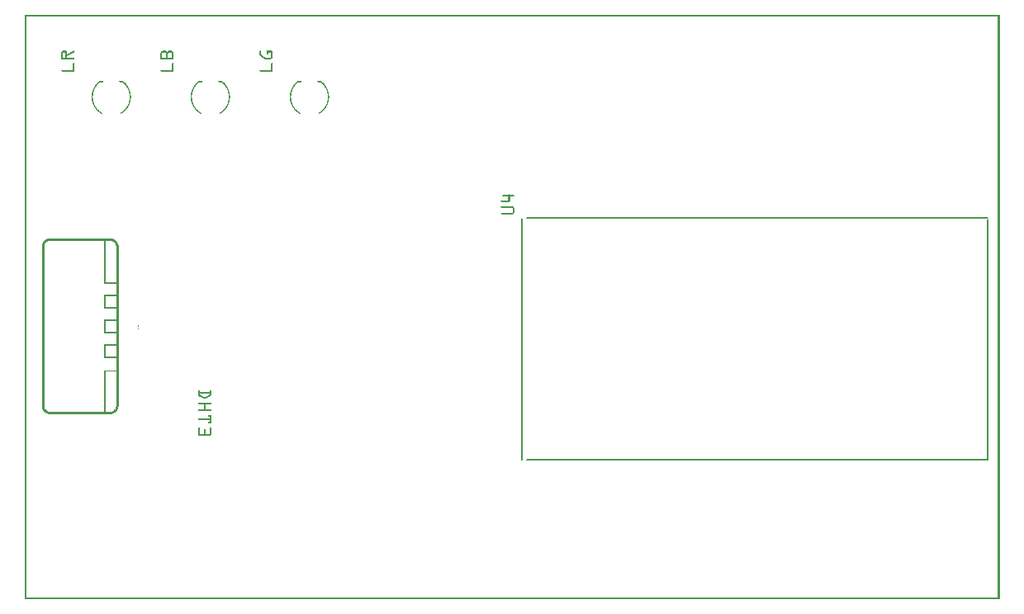
<source format=gto>
G04 MADE WITH FRITZING*
G04 WWW.FRITZING.ORG*
G04 DOUBLE SIDED*
G04 HOLES PLATED*
G04 CONTOUR ON CENTER OF CONTOUR VECTOR*
%ASAXBY*%
%FSLAX23Y23*%
%MOIN*%
%OFA0B0*%
%SFA1.0B1.0*%
%ADD10C,0.007960*%
%ADD11R,0.001000X0.001000*%
%LNSILK1*%
G90*
G70*
G54D10*
X2027Y566D02*
X3888Y566D01*
D02*
X3888Y1541D02*
X2027Y1541D01*
D02*
X3888Y566D02*
X3888Y1536D01*
D02*
X2007Y566D02*
X2007Y1538D01*
G54D11*
X0Y2362D02*
X3936Y2362D01*
X0Y2361D02*
X3936Y2361D01*
X0Y2360D02*
X3936Y2360D01*
X0Y2359D02*
X3936Y2359D01*
X0Y2358D02*
X3936Y2358D01*
X0Y2357D02*
X3936Y2357D01*
X0Y2356D02*
X3936Y2356D01*
X0Y2355D02*
X3936Y2355D01*
X0Y2354D02*
X7Y2354D01*
X3929Y2354D02*
X3936Y2354D01*
X0Y2353D02*
X7Y2353D01*
X3929Y2353D02*
X3936Y2353D01*
X0Y2352D02*
X7Y2352D01*
X3929Y2352D02*
X3936Y2352D01*
X0Y2351D02*
X7Y2351D01*
X3929Y2351D02*
X3936Y2351D01*
X0Y2350D02*
X7Y2350D01*
X3929Y2350D02*
X3936Y2350D01*
X0Y2349D02*
X7Y2349D01*
X3929Y2349D02*
X3936Y2349D01*
X0Y2348D02*
X7Y2348D01*
X3929Y2348D02*
X3936Y2348D01*
X0Y2347D02*
X7Y2347D01*
X3929Y2347D02*
X3936Y2347D01*
X0Y2346D02*
X7Y2346D01*
X3929Y2346D02*
X3936Y2346D01*
X0Y2345D02*
X7Y2345D01*
X3929Y2345D02*
X3936Y2345D01*
X0Y2344D02*
X7Y2344D01*
X3929Y2344D02*
X3936Y2344D01*
X0Y2343D02*
X7Y2343D01*
X3929Y2343D02*
X3936Y2343D01*
X0Y2342D02*
X7Y2342D01*
X3929Y2342D02*
X3936Y2342D01*
X0Y2341D02*
X7Y2341D01*
X3929Y2341D02*
X3936Y2341D01*
X0Y2340D02*
X7Y2340D01*
X3929Y2340D02*
X3936Y2340D01*
X0Y2339D02*
X7Y2339D01*
X3929Y2339D02*
X3936Y2339D01*
X0Y2338D02*
X7Y2338D01*
X3929Y2338D02*
X3936Y2338D01*
X0Y2337D02*
X7Y2337D01*
X3929Y2337D02*
X3936Y2337D01*
X0Y2336D02*
X7Y2336D01*
X3929Y2336D02*
X3936Y2336D01*
X0Y2335D02*
X7Y2335D01*
X3929Y2335D02*
X3936Y2335D01*
X0Y2334D02*
X7Y2334D01*
X3929Y2334D02*
X3936Y2334D01*
X0Y2333D02*
X7Y2333D01*
X3929Y2333D02*
X3936Y2333D01*
X0Y2332D02*
X7Y2332D01*
X3929Y2332D02*
X3936Y2332D01*
X0Y2331D02*
X7Y2331D01*
X3929Y2331D02*
X3936Y2331D01*
X0Y2330D02*
X7Y2330D01*
X3929Y2330D02*
X3936Y2330D01*
X0Y2329D02*
X7Y2329D01*
X3929Y2329D02*
X3936Y2329D01*
X0Y2328D02*
X7Y2328D01*
X3929Y2328D02*
X3936Y2328D01*
X0Y2327D02*
X7Y2327D01*
X3929Y2327D02*
X3936Y2327D01*
X0Y2326D02*
X7Y2326D01*
X3929Y2326D02*
X3936Y2326D01*
X0Y2325D02*
X7Y2325D01*
X3929Y2325D02*
X3936Y2325D01*
X0Y2324D02*
X7Y2324D01*
X3929Y2324D02*
X3936Y2324D01*
X0Y2323D02*
X7Y2323D01*
X3929Y2323D02*
X3936Y2323D01*
X0Y2322D02*
X7Y2322D01*
X3929Y2322D02*
X3936Y2322D01*
X0Y2321D02*
X7Y2321D01*
X3929Y2321D02*
X3936Y2321D01*
X0Y2320D02*
X7Y2320D01*
X3929Y2320D02*
X3936Y2320D01*
X0Y2319D02*
X7Y2319D01*
X3929Y2319D02*
X3936Y2319D01*
X0Y2318D02*
X7Y2318D01*
X3929Y2318D02*
X3936Y2318D01*
X0Y2317D02*
X7Y2317D01*
X3929Y2317D02*
X3936Y2317D01*
X0Y2316D02*
X7Y2316D01*
X3929Y2316D02*
X3936Y2316D01*
X0Y2315D02*
X7Y2315D01*
X3929Y2315D02*
X3936Y2315D01*
X0Y2314D02*
X7Y2314D01*
X3929Y2314D02*
X3936Y2314D01*
X0Y2313D02*
X7Y2313D01*
X3929Y2313D02*
X3936Y2313D01*
X0Y2312D02*
X7Y2312D01*
X3929Y2312D02*
X3936Y2312D01*
X0Y2311D02*
X7Y2311D01*
X3929Y2311D02*
X3936Y2311D01*
X0Y2310D02*
X7Y2310D01*
X3929Y2310D02*
X3936Y2310D01*
X0Y2309D02*
X7Y2309D01*
X3929Y2309D02*
X3936Y2309D01*
X0Y2308D02*
X7Y2308D01*
X3929Y2308D02*
X3936Y2308D01*
X0Y2307D02*
X7Y2307D01*
X3929Y2307D02*
X3936Y2307D01*
X0Y2306D02*
X7Y2306D01*
X3929Y2306D02*
X3936Y2306D01*
X0Y2305D02*
X7Y2305D01*
X3929Y2305D02*
X3936Y2305D01*
X0Y2304D02*
X7Y2304D01*
X3929Y2304D02*
X3936Y2304D01*
X0Y2303D02*
X7Y2303D01*
X3929Y2303D02*
X3936Y2303D01*
X0Y2302D02*
X7Y2302D01*
X3929Y2302D02*
X3936Y2302D01*
X0Y2301D02*
X7Y2301D01*
X3929Y2301D02*
X3936Y2301D01*
X0Y2300D02*
X7Y2300D01*
X3929Y2300D02*
X3936Y2300D01*
X0Y2299D02*
X7Y2299D01*
X3929Y2299D02*
X3936Y2299D01*
X0Y2298D02*
X7Y2298D01*
X3929Y2298D02*
X3936Y2298D01*
X0Y2297D02*
X7Y2297D01*
X3929Y2297D02*
X3936Y2297D01*
X0Y2296D02*
X7Y2296D01*
X3929Y2296D02*
X3936Y2296D01*
X0Y2295D02*
X7Y2295D01*
X3929Y2295D02*
X3936Y2295D01*
X0Y2294D02*
X7Y2294D01*
X3929Y2294D02*
X3936Y2294D01*
X0Y2293D02*
X7Y2293D01*
X3929Y2293D02*
X3936Y2293D01*
X0Y2292D02*
X7Y2292D01*
X3929Y2292D02*
X3936Y2292D01*
X0Y2291D02*
X7Y2291D01*
X3929Y2291D02*
X3936Y2291D01*
X0Y2290D02*
X7Y2290D01*
X3929Y2290D02*
X3936Y2290D01*
X0Y2289D02*
X7Y2289D01*
X3929Y2289D02*
X3936Y2289D01*
X0Y2288D02*
X7Y2288D01*
X3929Y2288D02*
X3936Y2288D01*
X0Y2287D02*
X7Y2287D01*
X3929Y2287D02*
X3936Y2287D01*
X0Y2286D02*
X7Y2286D01*
X3929Y2286D02*
X3936Y2286D01*
X0Y2285D02*
X7Y2285D01*
X3929Y2285D02*
X3936Y2285D01*
X0Y2284D02*
X7Y2284D01*
X3929Y2284D02*
X3936Y2284D01*
X0Y2283D02*
X7Y2283D01*
X3929Y2283D02*
X3936Y2283D01*
X0Y2282D02*
X7Y2282D01*
X3929Y2282D02*
X3936Y2282D01*
X0Y2281D02*
X7Y2281D01*
X3929Y2281D02*
X3936Y2281D01*
X0Y2280D02*
X7Y2280D01*
X3929Y2280D02*
X3936Y2280D01*
X0Y2279D02*
X7Y2279D01*
X3929Y2279D02*
X3936Y2279D01*
X0Y2278D02*
X7Y2278D01*
X3929Y2278D02*
X3936Y2278D01*
X0Y2277D02*
X7Y2277D01*
X3929Y2277D02*
X3936Y2277D01*
X0Y2276D02*
X7Y2276D01*
X3929Y2276D02*
X3936Y2276D01*
X0Y2275D02*
X7Y2275D01*
X3929Y2275D02*
X3936Y2275D01*
X0Y2274D02*
X7Y2274D01*
X3929Y2274D02*
X3936Y2274D01*
X0Y2273D02*
X7Y2273D01*
X3929Y2273D02*
X3936Y2273D01*
X0Y2272D02*
X7Y2272D01*
X3929Y2272D02*
X3936Y2272D01*
X0Y2271D02*
X7Y2271D01*
X3929Y2271D02*
X3936Y2271D01*
X0Y2270D02*
X7Y2270D01*
X3929Y2270D02*
X3936Y2270D01*
X0Y2269D02*
X7Y2269D01*
X3929Y2269D02*
X3936Y2269D01*
X0Y2268D02*
X7Y2268D01*
X3929Y2268D02*
X3936Y2268D01*
X0Y2267D02*
X7Y2267D01*
X3929Y2267D02*
X3936Y2267D01*
X0Y2266D02*
X7Y2266D01*
X3929Y2266D02*
X3936Y2266D01*
X0Y2265D02*
X7Y2265D01*
X3929Y2265D02*
X3936Y2265D01*
X0Y2264D02*
X7Y2264D01*
X3929Y2264D02*
X3936Y2264D01*
X0Y2263D02*
X7Y2263D01*
X3929Y2263D02*
X3936Y2263D01*
X0Y2262D02*
X7Y2262D01*
X3929Y2262D02*
X3936Y2262D01*
X0Y2261D02*
X7Y2261D01*
X3929Y2261D02*
X3936Y2261D01*
X0Y2260D02*
X7Y2260D01*
X3929Y2260D02*
X3936Y2260D01*
X0Y2259D02*
X7Y2259D01*
X3929Y2259D02*
X3936Y2259D01*
X0Y2258D02*
X7Y2258D01*
X3929Y2258D02*
X3936Y2258D01*
X0Y2257D02*
X7Y2257D01*
X3929Y2257D02*
X3936Y2257D01*
X0Y2256D02*
X7Y2256D01*
X3929Y2256D02*
X3936Y2256D01*
X0Y2255D02*
X7Y2255D01*
X3929Y2255D02*
X3936Y2255D01*
X0Y2254D02*
X7Y2254D01*
X3929Y2254D02*
X3936Y2254D01*
X0Y2253D02*
X7Y2253D01*
X3929Y2253D02*
X3936Y2253D01*
X0Y2252D02*
X7Y2252D01*
X3929Y2252D02*
X3936Y2252D01*
X0Y2251D02*
X7Y2251D01*
X3929Y2251D02*
X3936Y2251D01*
X0Y2250D02*
X7Y2250D01*
X3929Y2250D02*
X3936Y2250D01*
X0Y2249D02*
X7Y2249D01*
X3929Y2249D02*
X3936Y2249D01*
X0Y2248D02*
X7Y2248D01*
X3929Y2248D02*
X3936Y2248D01*
X0Y2247D02*
X7Y2247D01*
X3929Y2247D02*
X3936Y2247D01*
X0Y2246D02*
X7Y2246D01*
X3929Y2246D02*
X3936Y2246D01*
X0Y2245D02*
X7Y2245D01*
X3929Y2245D02*
X3936Y2245D01*
X0Y2244D02*
X7Y2244D01*
X3929Y2244D02*
X3936Y2244D01*
X0Y2243D02*
X7Y2243D01*
X3929Y2243D02*
X3936Y2243D01*
X0Y2242D02*
X7Y2242D01*
X3929Y2242D02*
X3936Y2242D01*
X0Y2241D02*
X7Y2241D01*
X3929Y2241D02*
X3936Y2241D01*
X0Y2240D02*
X7Y2240D01*
X3929Y2240D02*
X3936Y2240D01*
X0Y2239D02*
X7Y2239D01*
X3929Y2239D02*
X3936Y2239D01*
X0Y2238D02*
X7Y2238D01*
X3929Y2238D02*
X3936Y2238D01*
X0Y2237D02*
X7Y2237D01*
X3929Y2237D02*
X3936Y2237D01*
X0Y2236D02*
X7Y2236D01*
X3929Y2236D02*
X3936Y2236D01*
X0Y2235D02*
X7Y2235D01*
X3929Y2235D02*
X3936Y2235D01*
X0Y2234D02*
X7Y2234D01*
X3929Y2234D02*
X3936Y2234D01*
X0Y2233D02*
X7Y2233D01*
X3929Y2233D02*
X3936Y2233D01*
X0Y2232D02*
X7Y2232D01*
X3929Y2232D02*
X3936Y2232D01*
X0Y2231D02*
X7Y2231D01*
X3929Y2231D02*
X3936Y2231D01*
X0Y2230D02*
X7Y2230D01*
X3929Y2230D02*
X3936Y2230D01*
X0Y2229D02*
X7Y2229D01*
X3929Y2229D02*
X3936Y2229D01*
X0Y2228D02*
X7Y2228D01*
X3929Y2228D02*
X3936Y2228D01*
X0Y2227D02*
X7Y2227D01*
X3929Y2227D02*
X3936Y2227D01*
X0Y2226D02*
X7Y2226D01*
X3929Y2226D02*
X3936Y2226D01*
X0Y2225D02*
X7Y2225D01*
X3929Y2225D02*
X3936Y2225D01*
X0Y2224D02*
X7Y2224D01*
X3929Y2224D02*
X3936Y2224D01*
X0Y2223D02*
X7Y2223D01*
X3929Y2223D02*
X3936Y2223D01*
X0Y2222D02*
X7Y2222D01*
X3929Y2222D02*
X3936Y2222D01*
X0Y2221D02*
X7Y2221D01*
X3929Y2221D02*
X3936Y2221D01*
X0Y2220D02*
X7Y2220D01*
X3929Y2220D02*
X3936Y2220D01*
X0Y2219D02*
X7Y2219D01*
X3929Y2219D02*
X3936Y2219D01*
X0Y2218D02*
X7Y2218D01*
X3929Y2218D02*
X3936Y2218D01*
X0Y2217D02*
X7Y2217D01*
X3929Y2217D02*
X3936Y2217D01*
X0Y2216D02*
X7Y2216D01*
X155Y2216D02*
X166Y2216D01*
X197Y2216D02*
X201Y2216D01*
X558Y2216D02*
X569Y2216D01*
X581Y2216D02*
X593Y2216D01*
X950Y2216D02*
X954Y2216D01*
X978Y2216D02*
X996Y2216D01*
X3929Y2216D02*
X3936Y2216D01*
X0Y2215D02*
X7Y2215D01*
X153Y2215D02*
X168Y2215D01*
X195Y2215D02*
X201Y2215D01*
X556Y2215D02*
X571Y2215D01*
X579Y2215D02*
X595Y2215D01*
X949Y2215D02*
X954Y2215D01*
X978Y2215D02*
X997Y2215D01*
X3929Y2215D02*
X3936Y2215D01*
X0Y2214D02*
X7Y2214D01*
X152Y2214D02*
X169Y2214D01*
X193Y2214D02*
X202Y2214D01*
X554Y2214D02*
X573Y2214D01*
X578Y2214D02*
X596Y2214D01*
X949Y2214D02*
X955Y2214D01*
X978Y2214D02*
X999Y2214D01*
X3929Y2214D02*
X3936Y2214D01*
X0Y2213D02*
X7Y2213D01*
X151Y2213D02*
X170Y2213D01*
X192Y2213D02*
X202Y2213D01*
X553Y2213D02*
X574Y2213D01*
X577Y2213D02*
X597Y2213D01*
X949Y2213D02*
X955Y2213D01*
X978Y2213D02*
X999Y2213D01*
X3929Y2213D02*
X3936Y2213D01*
X0Y2212D02*
X7Y2212D01*
X150Y2212D02*
X171Y2212D01*
X190Y2212D02*
X202Y2212D01*
X552Y2212D02*
X598Y2212D01*
X949Y2212D02*
X955Y2212D01*
X978Y2212D02*
X1000Y2212D01*
X3929Y2212D02*
X3936Y2212D01*
X0Y2211D02*
X7Y2211D01*
X150Y2211D02*
X171Y2211D01*
X188Y2211D02*
X201Y2211D01*
X551Y2211D02*
X599Y2211D01*
X949Y2211D02*
X955Y2211D01*
X978Y2211D02*
X1001Y2211D01*
X3929Y2211D02*
X3936Y2211D01*
X0Y2210D02*
X7Y2210D01*
X149Y2210D02*
X172Y2210D01*
X186Y2210D02*
X199Y2210D01*
X551Y2210D02*
X600Y2210D01*
X949Y2210D02*
X955Y2210D01*
X978Y2210D02*
X1001Y2210D01*
X3929Y2210D02*
X3936Y2210D01*
X0Y2209D02*
X7Y2209D01*
X149Y2209D02*
X156Y2209D01*
X165Y2209D02*
X172Y2209D01*
X185Y2209D02*
X198Y2209D01*
X550Y2209D02*
X558Y2209D01*
X569Y2209D02*
X582Y2209D01*
X592Y2209D02*
X600Y2209D01*
X949Y2209D02*
X955Y2209D01*
X978Y2209D02*
X984Y2209D01*
X995Y2209D02*
X1002Y2209D01*
X3929Y2209D02*
X3936Y2209D01*
X0Y2208D02*
X7Y2208D01*
X149Y2208D02*
X155Y2208D01*
X166Y2208D02*
X172Y2208D01*
X183Y2208D02*
X196Y2208D01*
X550Y2208D02*
X557Y2208D01*
X570Y2208D02*
X580Y2208D01*
X594Y2208D02*
X601Y2208D01*
X949Y2208D02*
X955Y2208D01*
X978Y2208D02*
X984Y2208D01*
X995Y2208D02*
X1002Y2208D01*
X3929Y2208D02*
X3936Y2208D01*
X0Y2207D02*
X7Y2207D01*
X149Y2207D02*
X155Y2207D01*
X166Y2207D02*
X172Y2207D01*
X181Y2207D02*
X194Y2207D01*
X549Y2207D02*
X556Y2207D01*
X571Y2207D02*
X580Y2207D01*
X594Y2207D02*
X601Y2207D01*
X949Y2207D02*
X955Y2207D01*
X978Y2207D02*
X984Y2207D01*
X996Y2207D02*
X1002Y2207D01*
X3929Y2207D02*
X3936Y2207D01*
X0Y2206D02*
X7Y2206D01*
X149Y2206D02*
X155Y2206D01*
X166Y2206D02*
X172Y2206D01*
X180Y2206D02*
X193Y2206D01*
X549Y2206D02*
X555Y2206D01*
X571Y2206D02*
X579Y2206D01*
X595Y2206D02*
X602Y2206D01*
X949Y2206D02*
X955Y2206D01*
X978Y2206D02*
X984Y2206D01*
X996Y2206D02*
X1002Y2206D01*
X3929Y2206D02*
X3936Y2206D01*
X0Y2205D02*
X7Y2205D01*
X149Y2205D02*
X155Y2205D01*
X166Y2205D02*
X172Y2205D01*
X178Y2205D02*
X191Y2205D01*
X549Y2205D02*
X555Y2205D01*
X572Y2205D02*
X579Y2205D01*
X595Y2205D02*
X602Y2205D01*
X949Y2205D02*
X955Y2205D01*
X978Y2205D02*
X984Y2205D01*
X996Y2205D02*
X1002Y2205D01*
X3929Y2205D02*
X3936Y2205D01*
X0Y2204D02*
X7Y2204D01*
X149Y2204D02*
X155Y2204D01*
X166Y2204D02*
X172Y2204D01*
X176Y2204D02*
X189Y2204D01*
X549Y2204D02*
X555Y2204D01*
X572Y2204D02*
X578Y2204D01*
X596Y2204D02*
X602Y2204D01*
X949Y2204D02*
X955Y2204D01*
X978Y2204D02*
X984Y2204D01*
X996Y2204D02*
X1002Y2204D01*
X3929Y2204D02*
X3936Y2204D01*
X0Y2203D02*
X7Y2203D01*
X149Y2203D02*
X155Y2203D01*
X166Y2203D02*
X172Y2203D01*
X174Y2203D02*
X187Y2203D01*
X549Y2203D02*
X555Y2203D01*
X572Y2203D02*
X578Y2203D01*
X596Y2203D02*
X602Y2203D01*
X949Y2203D02*
X955Y2203D01*
X978Y2203D02*
X984Y2203D01*
X996Y2203D02*
X1002Y2203D01*
X3929Y2203D02*
X3936Y2203D01*
X0Y2202D02*
X7Y2202D01*
X149Y2202D02*
X155Y2202D01*
X166Y2202D02*
X186Y2202D01*
X549Y2202D02*
X555Y2202D01*
X572Y2202D02*
X578Y2202D01*
X596Y2202D02*
X602Y2202D01*
X949Y2202D02*
X955Y2202D01*
X978Y2202D02*
X984Y2202D01*
X996Y2202D02*
X1002Y2202D01*
X3929Y2202D02*
X3936Y2202D01*
X0Y2201D02*
X7Y2201D01*
X149Y2201D02*
X155Y2201D01*
X166Y2201D02*
X184Y2201D01*
X549Y2201D02*
X555Y2201D01*
X572Y2201D02*
X578Y2201D01*
X596Y2201D02*
X602Y2201D01*
X949Y2201D02*
X956Y2201D01*
X979Y2201D02*
X983Y2201D01*
X996Y2201D02*
X1002Y2201D01*
X3929Y2201D02*
X3936Y2201D01*
X0Y2200D02*
X7Y2200D01*
X149Y2200D02*
X155Y2200D01*
X166Y2200D02*
X182Y2200D01*
X549Y2200D02*
X555Y2200D01*
X572Y2200D02*
X578Y2200D01*
X596Y2200D02*
X602Y2200D01*
X949Y2200D02*
X956Y2200D01*
X980Y2200D02*
X982Y2200D01*
X996Y2200D02*
X1002Y2200D01*
X3929Y2200D02*
X3936Y2200D01*
X0Y2199D02*
X7Y2199D01*
X149Y2199D02*
X155Y2199D01*
X166Y2199D02*
X181Y2199D01*
X549Y2199D02*
X555Y2199D01*
X572Y2199D02*
X578Y2199D01*
X596Y2199D02*
X602Y2199D01*
X949Y2199D02*
X958Y2199D01*
X996Y2199D02*
X1002Y2199D01*
X3929Y2199D02*
X3936Y2199D01*
X0Y2198D02*
X7Y2198D01*
X149Y2198D02*
X155Y2198D01*
X166Y2198D02*
X179Y2198D01*
X549Y2198D02*
X555Y2198D01*
X572Y2198D02*
X578Y2198D01*
X596Y2198D02*
X602Y2198D01*
X950Y2198D02*
X959Y2198D01*
X996Y2198D02*
X1002Y2198D01*
X3929Y2198D02*
X3936Y2198D01*
X0Y2197D02*
X7Y2197D01*
X149Y2197D02*
X155Y2197D01*
X166Y2197D02*
X177Y2197D01*
X549Y2197D02*
X555Y2197D01*
X572Y2197D02*
X578Y2197D01*
X596Y2197D02*
X602Y2197D01*
X951Y2197D02*
X960Y2197D01*
X996Y2197D02*
X1002Y2197D01*
X3929Y2197D02*
X3936Y2197D01*
X0Y2196D02*
X7Y2196D01*
X149Y2196D02*
X155Y2196D01*
X166Y2196D02*
X175Y2196D01*
X549Y2196D02*
X555Y2196D01*
X572Y2196D02*
X578Y2196D01*
X596Y2196D02*
X602Y2196D01*
X951Y2196D02*
X962Y2196D01*
X996Y2196D02*
X1002Y2196D01*
X3929Y2196D02*
X3936Y2196D01*
X0Y2195D02*
X7Y2195D01*
X149Y2195D02*
X155Y2195D01*
X166Y2195D02*
X174Y2195D01*
X549Y2195D02*
X555Y2195D01*
X572Y2195D02*
X578Y2195D01*
X596Y2195D02*
X602Y2195D01*
X952Y2195D02*
X963Y2195D01*
X996Y2195D02*
X1002Y2195D01*
X3929Y2195D02*
X3936Y2195D01*
X0Y2194D02*
X7Y2194D01*
X149Y2194D02*
X155Y2194D01*
X166Y2194D02*
X172Y2194D01*
X549Y2194D02*
X555Y2194D01*
X572Y2194D02*
X578Y2194D01*
X596Y2194D02*
X602Y2194D01*
X954Y2194D02*
X964Y2194D01*
X996Y2194D02*
X1002Y2194D01*
X3929Y2194D02*
X3936Y2194D01*
X0Y2193D02*
X7Y2193D01*
X149Y2193D02*
X155Y2193D01*
X166Y2193D02*
X172Y2193D01*
X549Y2193D02*
X555Y2193D01*
X572Y2193D02*
X578Y2193D01*
X596Y2193D02*
X602Y2193D01*
X955Y2193D02*
X965Y2193D01*
X996Y2193D02*
X1002Y2193D01*
X3929Y2193D02*
X3936Y2193D01*
X0Y2192D02*
X7Y2192D01*
X149Y2192D02*
X155Y2192D01*
X166Y2192D02*
X172Y2192D01*
X549Y2192D02*
X555Y2192D01*
X572Y2192D02*
X578Y2192D01*
X596Y2192D02*
X602Y2192D01*
X956Y2192D02*
X967Y2192D01*
X996Y2192D02*
X1002Y2192D01*
X3929Y2192D02*
X3936Y2192D01*
X0Y2191D02*
X7Y2191D01*
X149Y2191D02*
X155Y2191D01*
X166Y2191D02*
X172Y2191D01*
X549Y2191D02*
X555Y2191D01*
X572Y2191D02*
X578Y2191D01*
X596Y2191D02*
X602Y2191D01*
X958Y2191D02*
X968Y2191D01*
X995Y2191D02*
X1002Y2191D01*
X3929Y2191D02*
X3936Y2191D01*
X0Y2190D02*
X7Y2190D01*
X149Y2190D02*
X155Y2190D01*
X166Y2190D02*
X172Y2190D01*
X549Y2190D02*
X555Y2190D01*
X572Y2190D02*
X578Y2190D01*
X596Y2190D02*
X602Y2190D01*
X959Y2190D02*
X970Y2190D01*
X994Y2190D02*
X1001Y2190D01*
X3929Y2190D02*
X3936Y2190D01*
X0Y2189D02*
X7Y2189D01*
X149Y2189D02*
X200Y2189D01*
X549Y2189D02*
X602Y2189D01*
X960Y2189D02*
X1001Y2189D01*
X3929Y2189D02*
X3936Y2189D01*
X0Y2188D02*
X7Y2188D01*
X149Y2188D02*
X201Y2188D01*
X549Y2188D02*
X602Y2188D01*
X961Y2188D02*
X1001Y2188D01*
X3929Y2188D02*
X3936Y2188D01*
X0Y2187D02*
X7Y2187D01*
X149Y2187D02*
X202Y2187D01*
X549Y2187D02*
X602Y2187D01*
X963Y2187D02*
X1000Y2187D01*
X3929Y2187D02*
X3936Y2187D01*
X0Y2186D02*
X7Y2186D01*
X149Y2186D02*
X202Y2186D01*
X549Y2186D02*
X602Y2186D01*
X964Y2186D02*
X999Y2186D01*
X3929Y2186D02*
X3936Y2186D01*
X0Y2185D02*
X7Y2185D01*
X149Y2185D02*
X202Y2185D01*
X549Y2185D02*
X602Y2185D01*
X965Y2185D02*
X998Y2185D01*
X3929Y2185D02*
X3936Y2185D01*
X0Y2184D02*
X7Y2184D01*
X149Y2184D02*
X201Y2184D01*
X549Y2184D02*
X602Y2184D01*
X967Y2184D02*
X997Y2184D01*
X3929Y2184D02*
X3936Y2184D01*
X0Y2183D02*
X7Y2183D01*
X149Y2183D02*
X200Y2183D01*
X549Y2183D02*
X602Y2183D01*
X969Y2183D02*
X995Y2183D01*
X3929Y2183D02*
X3936Y2183D01*
X0Y2182D02*
X7Y2182D01*
X3929Y2182D02*
X3936Y2182D01*
X0Y2181D02*
X7Y2181D01*
X3929Y2181D02*
X3936Y2181D01*
X0Y2180D02*
X7Y2180D01*
X3929Y2180D02*
X3936Y2180D01*
X0Y2179D02*
X7Y2179D01*
X3929Y2179D02*
X3936Y2179D01*
X0Y2178D02*
X7Y2178D01*
X3929Y2178D02*
X3936Y2178D01*
X0Y2177D02*
X7Y2177D01*
X3929Y2177D02*
X3936Y2177D01*
X0Y2176D02*
X7Y2176D01*
X3929Y2176D02*
X3936Y2176D01*
X0Y2175D02*
X7Y2175D01*
X3929Y2175D02*
X3936Y2175D01*
X0Y2174D02*
X7Y2174D01*
X3929Y2174D02*
X3936Y2174D01*
X0Y2173D02*
X7Y2173D01*
X3929Y2173D02*
X3936Y2173D01*
X0Y2172D02*
X7Y2172D01*
X3929Y2172D02*
X3936Y2172D01*
X0Y2171D02*
X7Y2171D01*
X3929Y2171D02*
X3936Y2171D01*
X0Y2170D02*
X7Y2170D01*
X3929Y2170D02*
X3936Y2170D01*
X0Y2169D02*
X7Y2169D01*
X3929Y2169D02*
X3936Y2169D01*
X0Y2168D02*
X7Y2168D01*
X3929Y2168D02*
X3936Y2168D01*
X0Y2167D02*
X7Y2167D01*
X3929Y2167D02*
X3936Y2167D01*
X0Y2166D02*
X7Y2166D01*
X197Y2166D02*
X201Y2166D01*
X597Y2166D02*
X601Y2166D01*
X997Y2166D02*
X1001Y2166D01*
X3929Y2166D02*
X3936Y2166D01*
X0Y2165D02*
X7Y2165D01*
X196Y2165D02*
X201Y2165D01*
X596Y2165D02*
X601Y2165D01*
X996Y2165D02*
X1001Y2165D01*
X3929Y2165D02*
X3936Y2165D01*
X0Y2164D02*
X7Y2164D01*
X196Y2164D02*
X202Y2164D01*
X596Y2164D02*
X602Y2164D01*
X996Y2164D02*
X1002Y2164D01*
X3929Y2164D02*
X3936Y2164D01*
X0Y2163D02*
X7Y2163D01*
X196Y2163D02*
X202Y2163D01*
X596Y2163D02*
X602Y2163D01*
X996Y2163D02*
X1002Y2163D01*
X3929Y2163D02*
X3936Y2163D01*
X0Y2162D02*
X7Y2162D01*
X196Y2162D02*
X202Y2162D01*
X596Y2162D02*
X602Y2162D01*
X996Y2162D02*
X1002Y2162D01*
X3929Y2162D02*
X3936Y2162D01*
X0Y2161D02*
X7Y2161D01*
X196Y2161D02*
X202Y2161D01*
X596Y2161D02*
X602Y2161D01*
X996Y2161D02*
X1002Y2161D01*
X3929Y2161D02*
X3936Y2161D01*
X0Y2160D02*
X7Y2160D01*
X196Y2160D02*
X202Y2160D01*
X596Y2160D02*
X602Y2160D01*
X996Y2160D02*
X1002Y2160D01*
X3929Y2160D02*
X3936Y2160D01*
X0Y2159D02*
X7Y2159D01*
X196Y2159D02*
X202Y2159D01*
X596Y2159D02*
X602Y2159D01*
X996Y2159D02*
X1002Y2159D01*
X3929Y2159D02*
X3936Y2159D01*
X0Y2158D02*
X7Y2158D01*
X196Y2158D02*
X202Y2158D01*
X596Y2158D02*
X602Y2158D01*
X996Y2158D02*
X1002Y2158D01*
X3929Y2158D02*
X3936Y2158D01*
X0Y2157D02*
X7Y2157D01*
X196Y2157D02*
X202Y2157D01*
X596Y2157D02*
X602Y2157D01*
X996Y2157D02*
X1002Y2157D01*
X3929Y2157D02*
X3936Y2157D01*
X0Y2156D02*
X7Y2156D01*
X196Y2156D02*
X202Y2156D01*
X596Y2156D02*
X602Y2156D01*
X996Y2156D02*
X1002Y2156D01*
X3929Y2156D02*
X3936Y2156D01*
X0Y2155D02*
X7Y2155D01*
X196Y2155D02*
X202Y2155D01*
X596Y2155D02*
X602Y2155D01*
X996Y2155D02*
X1002Y2155D01*
X3929Y2155D02*
X3936Y2155D01*
X0Y2154D02*
X7Y2154D01*
X196Y2154D02*
X202Y2154D01*
X596Y2154D02*
X602Y2154D01*
X996Y2154D02*
X1002Y2154D01*
X3929Y2154D02*
X3936Y2154D01*
X0Y2153D02*
X7Y2153D01*
X196Y2153D02*
X202Y2153D01*
X596Y2153D02*
X602Y2153D01*
X996Y2153D02*
X1002Y2153D01*
X3929Y2153D02*
X3936Y2153D01*
X0Y2152D02*
X7Y2152D01*
X196Y2152D02*
X202Y2152D01*
X596Y2152D02*
X602Y2152D01*
X996Y2152D02*
X1002Y2152D01*
X3929Y2152D02*
X3936Y2152D01*
X0Y2151D02*
X7Y2151D01*
X196Y2151D02*
X202Y2151D01*
X596Y2151D02*
X602Y2151D01*
X996Y2151D02*
X1002Y2151D01*
X3929Y2151D02*
X3936Y2151D01*
X0Y2150D02*
X7Y2150D01*
X196Y2150D02*
X202Y2150D01*
X596Y2150D02*
X602Y2150D01*
X996Y2150D02*
X1002Y2150D01*
X3929Y2150D02*
X3936Y2150D01*
X0Y2149D02*
X7Y2149D01*
X196Y2149D02*
X202Y2149D01*
X596Y2149D02*
X602Y2149D01*
X996Y2149D02*
X1002Y2149D01*
X3929Y2149D02*
X3936Y2149D01*
X0Y2148D02*
X7Y2148D01*
X196Y2148D02*
X202Y2148D01*
X596Y2148D02*
X602Y2148D01*
X996Y2148D02*
X1002Y2148D01*
X3929Y2148D02*
X3936Y2148D01*
X0Y2147D02*
X7Y2147D01*
X196Y2147D02*
X202Y2147D01*
X596Y2147D02*
X602Y2147D01*
X996Y2147D02*
X1002Y2147D01*
X3929Y2147D02*
X3936Y2147D01*
X0Y2146D02*
X7Y2146D01*
X196Y2146D02*
X202Y2146D01*
X596Y2146D02*
X602Y2146D01*
X996Y2146D02*
X1002Y2146D01*
X3929Y2146D02*
X3936Y2146D01*
X0Y2145D02*
X7Y2145D01*
X196Y2145D02*
X202Y2145D01*
X596Y2145D02*
X602Y2145D01*
X996Y2145D02*
X1002Y2145D01*
X3929Y2145D02*
X3936Y2145D01*
X0Y2144D02*
X7Y2144D01*
X196Y2144D02*
X202Y2144D01*
X596Y2144D02*
X602Y2144D01*
X996Y2144D02*
X1002Y2144D01*
X3929Y2144D02*
X3936Y2144D01*
X0Y2143D02*
X7Y2143D01*
X196Y2143D02*
X202Y2143D01*
X596Y2143D02*
X602Y2143D01*
X996Y2143D02*
X1002Y2143D01*
X3929Y2143D02*
X3936Y2143D01*
X0Y2142D02*
X7Y2142D01*
X196Y2142D02*
X202Y2142D01*
X596Y2142D02*
X602Y2142D01*
X996Y2142D02*
X1002Y2142D01*
X3929Y2142D02*
X3936Y2142D01*
X0Y2141D02*
X7Y2141D01*
X196Y2141D02*
X202Y2141D01*
X596Y2141D02*
X602Y2141D01*
X996Y2141D02*
X1002Y2141D01*
X3929Y2141D02*
X3936Y2141D01*
X0Y2140D02*
X7Y2140D01*
X196Y2140D02*
X202Y2140D01*
X596Y2140D02*
X602Y2140D01*
X996Y2140D02*
X1002Y2140D01*
X3929Y2140D02*
X3936Y2140D01*
X0Y2139D02*
X7Y2139D01*
X151Y2139D02*
X202Y2139D01*
X551Y2139D02*
X602Y2139D01*
X951Y2139D02*
X1002Y2139D01*
X3929Y2139D02*
X3936Y2139D01*
X0Y2138D02*
X7Y2138D01*
X149Y2138D02*
X202Y2138D01*
X549Y2138D02*
X602Y2138D01*
X949Y2138D02*
X1002Y2138D01*
X3929Y2138D02*
X3936Y2138D01*
X0Y2137D02*
X7Y2137D01*
X149Y2137D02*
X202Y2137D01*
X549Y2137D02*
X602Y2137D01*
X949Y2137D02*
X1002Y2137D01*
X3929Y2137D02*
X3936Y2137D01*
X0Y2136D02*
X7Y2136D01*
X149Y2136D02*
X202Y2136D01*
X549Y2136D02*
X602Y2136D01*
X949Y2136D02*
X1002Y2136D01*
X3929Y2136D02*
X3936Y2136D01*
X0Y2135D02*
X7Y2135D01*
X149Y2135D02*
X202Y2135D01*
X549Y2135D02*
X602Y2135D01*
X949Y2135D02*
X1002Y2135D01*
X3929Y2135D02*
X3936Y2135D01*
X0Y2134D02*
X7Y2134D01*
X149Y2134D02*
X202Y2134D01*
X549Y2134D02*
X602Y2134D01*
X949Y2134D02*
X1002Y2134D01*
X3929Y2134D02*
X3936Y2134D01*
X0Y2133D02*
X7Y2133D01*
X150Y2133D02*
X202Y2133D01*
X550Y2133D02*
X602Y2133D01*
X950Y2133D02*
X1002Y2133D01*
X3929Y2133D02*
X3936Y2133D01*
X0Y2132D02*
X7Y2132D01*
X3929Y2132D02*
X3936Y2132D01*
X0Y2131D02*
X7Y2131D01*
X3929Y2131D02*
X3936Y2131D01*
X0Y2130D02*
X7Y2130D01*
X3929Y2130D02*
X3936Y2130D01*
X0Y2129D02*
X7Y2129D01*
X3929Y2129D02*
X3936Y2129D01*
X0Y2128D02*
X7Y2128D01*
X3929Y2128D02*
X3936Y2128D01*
X0Y2127D02*
X7Y2127D01*
X3929Y2127D02*
X3936Y2127D01*
X0Y2126D02*
X7Y2126D01*
X3929Y2126D02*
X3936Y2126D01*
X0Y2125D02*
X7Y2125D01*
X3929Y2125D02*
X3936Y2125D01*
X0Y2124D02*
X7Y2124D01*
X3929Y2124D02*
X3936Y2124D01*
X0Y2123D02*
X7Y2123D01*
X3929Y2123D02*
X3936Y2123D01*
X0Y2122D02*
X7Y2122D01*
X3929Y2122D02*
X3936Y2122D01*
X0Y2121D02*
X7Y2121D01*
X3929Y2121D02*
X3936Y2121D01*
X0Y2120D02*
X7Y2120D01*
X3929Y2120D02*
X3936Y2120D01*
X0Y2119D02*
X7Y2119D01*
X3929Y2119D02*
X3936Y2119D01*
X0Y2118D02*
X7Y2118D01*
X3929Y2118D02*
X3936Y2118D01*
X0Y2117D02*
X7Y2117D01*
X3929Y2117D02*
X3936Y2117D01*
X0Y2116D02*
X7Y2116D01*
X3929Y2116D02*
X3936Y2116D01*
X0Y2115D02*
X7Y2115D01*
X3929Y2115D02*
X3936Y2115D01*
X0Y2114D02*
X7Y2114D01*
X3929Y2114D02*
X3936Y2114D01*
X0Y2113D02*
X7Y2113D01*
X3929Y2113D02*
X3936Y2113D01*
X0Y2112D02*
X7Y2112D01*
X3929Y2112D02*
X3936Y2112D01*
X0Y2111D02*
X7Y2111D01*
X3929Y2111D02*
X3936Y2111D01*
X0Y2110D02*
X7Y2110D01*
X3929Y2110D02*
X3936Y2110D01*
X0Y2109D02*
X7Y2109D01*
X3929Y2109D02*
X3936Y2109D01*
X0Y2108D02*
X7Y2108D01*
X3929Y2108D02*
X3936Y2108D01*
X0Y2107D02*
X7Y2107D01*
X3929Y2107D02*
X3936Y2107D01*
X0Y2106D02*
X7Y2106D01*
X3929Y2106D02*
X3936Y2106D01*
X0Y2105D02*
X7Y2105D01*
X3929Y2105D02*
X3936Y2105D01*
X0Y2104D02*
X7Y2104D01*
X3929Y2104D02*
X3936Y2104D01*
X0Y2103D02*
X7Y2103D01*
X3929Y2103D02*
X3936Y2103D01*
X0Y2102D02*
X7Y2102D01*
X3929Y2102D02*
X3936Y2102D01*
X0Y2101D02*
X7Y2101D01*
X3929Y2101D02*
X3936Y2101D01*
X0Y2100D02*
X7Y2100D01*
X3929Y2100D02*
X3936Y2100D01*
X0Y2099D02*
X7Y2099D01*
X3929Y2099D02*
X3936Y2099D01*
X0Y2098D02*
X7Y2098D01*
X3929Y2098D02*
X3936Y2098D01*
X0Y2097D02*
X7Y2097D01*
X3929Y2097D02*
X3936Y2097D01*
X0Y2096D02*
X7Y2096D01*
X3929Y2096D02*
X3936Y2096D01*
X0Y2095D02*
X7Y2095D01*
X3929Y2095D02*
X3936Y2095D01*
X0Y2094D02*
X7Y2094D01*
X3929Y2094D02*
X3936Y2094D01*
X0Y2093D02*
X7Y2093D01*
X302Y2093D02*
X318Y2093D01*
X382Y2093D02*
X398Y2093D01*
X702Y2093D02*
X718Y2093D01*
X782Y2093D02*
X798Y2093D01*
X1102Y2093D02*
X1118Y2093D01*
X1182Y2093D02*
X1198Y2093D01*
X3929Y2093D02*
X3936Y2093D01*
X0Y2092D02*
X7Y2092D01*
X301Y2092D02*
X317Y2092D01*
X383Y2092D02*
X399Y2092D01*
X701Y2092D02*
X717Y2092D01*
X783Y2092D02*
X799Y2092D01*
X1101Y2092D02*
X1117Y2092D01*
X1183Y2092D02*
X1199Y2092D01*
X3929Y2092D02*
X3936Y2092D01*
X0Y2091D02*
X7Y2091D01*
X300Y2091D02*
X317Y2091D01*
X383Y2091D02*
X400Y2091D01*
X700Y2091D02*
X717Y2091D01*
X783Y2091D02*
X800Y2091D01*
X1100Y2091D02*
X1117Y2091D01*
X1183Y2091D02*
X1200Y2091D01*
X3929Y2091D02*
X3936Y2091D01*
X0Y2090D02*
X7Y2090D01*
X299Y2090D02*
X316Y2090D01*
X384Y2090D02*
X401Y2090D01*
X699Y2090D02*
X716Y2090D01*
X784Y2090D02*
X801Y2090D01*
X1099Y2090D02*
X1116Y2090D01*
X1184Y2090D02*
X1201Y2090D01*
X3929Y2090D02*
X3936Y2090D01*
X0Y2089D02*
X7Y2089D01*
X298Y2089D02*
X316Y2089D01*
X384Y2089D02*
X403Y2089D01*
X698Y2089D02*
X716Y2089D01*
X784Y2089D02*
X803Y2089D01*
X1098Y2089D02*
X1116Y2089D01*
X1184Y2089D02*
X1203Y2089D01*
X3929Y2089D02*
X3936Y2089D01*
X0Y2088D02*
X7Y2088D01*
X297Y2088D02*
X303Y2088D01*
X397Y2088D02*
X404Y2088D01*
X697Y2088D02*
X703Y2088D01*
X797Y2088D02*
X804Y2088D01*
X1097Y2088D02*
X1103Y2088D01*
X1197Y2088D02*
X1204Y2088D01*
X3929Y2088D02*
X3936Y2088D01*
X0Y2087D02*
X7Y2087D01*
X295Y2087D02*
X302Y2087D01*
X398Y2087D02*
X405Y2087D01*
X695Y2087D02*
X702Y2087D01*
X798Y2087D02*
X805Y2087D01*
X1095Y2087D02*
X1102Y2087D01*
X1198Y2087D02*
X1205Y2087D01*
X3929Y2087D02*
X3936Y2087D01*
X0Y2086D02*
X7Y2086D01*
X294Y2086D02*
X301Y2086D01*
X399Y2086D02*
X406Y2086D01*
X694Y2086D02*
X701Y2086D01*
X799Y2086D02*
X806Y2086D01*
X1094Y2086D02*
X1101Y2086D01*
X1199Y2086D02*
X1206Y2086D01*
X3929Y2086D02*
X3936Y2086D01*
X0Y2085D02*
X7Y2085D01*
X293Y2085D02*
X300Y2085D01*
X400Y2085D02*
X407Y2085D01*
X693Y2085D02*
X700Y2085D01*
X800Y2085D02*
X807Y2085D01*
X1093Y2085D02*
X1100Y2085D01*
X1200Y2085D02*
X1207Y2085D01*
X3929Y2085D02*
X3936Y2085D01*
X0Y2084D02*
X7Y2084D01*
X293Y2084D02*
X299Y2084D01*
X401Y2084D02*
X408Y2084D01*
X693Y2084D02*
X699Y2084D01*
X801Y2084D02*
X808Y2084D01*
X1093Y2084D02*
X1099Y2084D01*
X1201Y2084D02*
X1208Y2084D01*
X3929Y2084D02*
X3936Y2084D01*
X0Y2083D02*
X7Y2083D01*
X292Y2083D02*
X298Y2083D01*
X402Y2083D02*
X409Y2083D01*
X692Y2083D02*
X698Y2083D01*
X802Y2083D02*
X809Y2083D01*
X1092Y2083D02*
X1098Y2083D01*
X1202Y2083D02*
X1209Y2083D01*
X3929Y2083D02*
X3936Y2083D01*
X0Y2082D02*
X7Y2082D01*
X291Y2082D02*
X297Y2082D01*
X403Y2082D02*
X409Y2082D01*
X691Y2082D02*
X697Y2082D01*
X803Y2082D02*
X809Y2082D01*
X1091Y2082D02*
X1097Y2082D01*
X1203Y2082D02*
X1209Y2082D01*
X3929Y2082D02*
X3936Y2082D01*
X0Y2081D02*
X7Y2081D01*
X290Y2081D02*
X296Y2081D01*
X404Y2081D02*
X410Y2081D01*
X690Y2081D02*
X696Y2081D01*
X804Y2081D02*
X810Y2081D01*
X1090Y2081D02*
X1096Y2081D01*
X1204Y2081D02*
X1210Y2081D01*
X3929Y2081D02*
X3936Y2081D01*
X0Y2080D02*
X7Y2080D01*
X289Y2080D02*
X295Y2080D01*
X405Y2080D02*
X411Y2080D01*
X689Y2080D02*
X695Y2080D01*
X805Y2080D02*
X811Y2080D01*
X1089Y2080D02*
X1095Y2080D01*
X1205Y2080D02*
X1211Y2080D01*
X3929Y2080D02*
X3936Y2080D01*
X0Y2079D02*
X7Y2079D01*
X288Y2079D02*
X294Y2079D01*
X406Y2079D02*
X412Y2079D01*
X688Y2079D02*
X694Y2079D01*
X806Y2079D02*
X812Y2079D01*
X1088Y2079D02*
X1094Y2079D01*
X1206Y2079D02*
X1212Y2079D01*
X3929Y2079D02*
X3936Y2079D01*
X0Y2078D02*
X7Y2078D01*
X287Y2078D02*
X293Y2078D01*
X407Y2078D02*
X413Y2078D01*
X687Y2078D02*
X693Y2078D01*
X807Y2078D02*
X813Y2078D01*
X1087Y2078D02*
X1093Y2078D01*
X1207Y2078D02*
X1213Y2078D01*
X3929Y2078D02*
X3936Y2078D01*
X0Y2077D02*
X7Y2077D01*
X287Y2077D02*
X292Y2077D01*
X408Y2077D02*
X413Y2077D01*
X687Y2077D02*
X692Y2077D01*
X808Y2077D02*
X813Y2077D01*
X1087Y2077D02*
X1092Y2077D01*
X1208Y2077D02*
X1213Y2077D01*
X3929Y2077D02*
X3936Y2077D01*
X0Y2076D02*
X7Y2076D01*
X286Y2076D02*
X291Y2076D01*
X409Y2076D02*
X414Y2076D01*
X686Y2076D02*
X691Y2076D01*
X809Y2076D02*
X814Y2076D01*
X1086Y2076D02*
X1091Y2076D01*
X1209Y2076D02*
X1214Y2076D01*
X3929Y2076D02*
X3936Y2076D01*
X0Y2075D02*
X7Y2075D01*
X285Y2075D02*
X291Y2075D01*
X410Y2075D02*
X415Y2075D01*
X685Y2075D02*
X691Y2075D01*
X810Y2075D02*
X815Y2075D01*
X1085Y2075D02*
X1091Y2075D01*
X1210Y2075D02*
X1215Y2075D01*
X3929Y2075D02*
X3936Y2075D01*
X0Y2074D02*
X7Y2074D01*
X285Y2074D02*
X290Y2074D01*
X410Y2074D02*
X415Y2074D01*
X685Y2074D02*
X690Y2074D01*
X810Y2074D02*
X815Y2074D01*
X1085Y2074D02*
X1090Y2074D01*
X1210Y2074D02*
X1215Y2074D01*
X3929Y2074D02*
X3936Y2074D01*
X0Y2073D02*
X7Y2073D01*
X284Y2073D02*
X289Y2073D01*
X411Y2073D02*
X416Y2073D01*
X684Y2073D02*
X689Y2073D01*
X811Y2073D02*
X816Y2073D01*
X1084Y2073D02*
X1089Y2073D01*
X1211Y2073D02*
X1216Y2073D01*
X3929Y2073D02*
X3936Y2073D01*
X0Y2072D02*
X7Y2072D01*
X283Y2072D02*
X289Y2072D01*
X412Y2072D02*
X417Y2072D01*
X683Y2072D02*
X689Y2072D01*
X812Y2072D02*
X817Y2072D01*
X1083Y2072D02*
X1089Y2072D01*
X1212Y2072D02*
X1217Y2072D01*
X3929Y2072D02*
X3936Y2072D01*
X0Y2071D02*
X7Y2071D01*
X283Y2071D02*
X288Y2071D01*
X412Y2071D02*
X417Y2071D01*
X683Y2071D02*
X688Y2071D01*
X812Y2071D02*
X817Y2071D01*
X1083Y2071D02*
X1088Y2071D01*
X1212Y2071D02*
X1217Y2071D01*
X3929Y2071D02*
X3936Y2071D01*
X0Y2070D02*
X7Y2070D01*
X282Y2070D02*
X287Y2070D01*
X413Y2070D02*
X418Y2070D01*
X682Y2070D02*
X687Y2070D01*
X813Y2070D02*
X818Y2070D01*
X1082Y2070D02*
X1087Y2070D01*
X1213Y2070D02*
X1218Y2070D01*
X3929Y2070D02*
X3936Y2070D01*
X0Y2069D02*
X7Y2069D01*
X282Y2069D02*
X286Y2069D01*
X414Y2069D02*
X419Y2069D01*
X682Y2069D02*
X686Y2069D01*
X814Y2069D02*
X819Y2069D01*
X1082Y2069D02*
X1086Y2069D01*
X1214Y2069D02*
X1219Y2069D01*
X3929Y2069D02*
X3936Y2069D01*
X0Y2068D02*
X7Y2068D01*
X281Y2068D02*
X286Y2068D01*
X414Y2068D02*
X419Y2068D01*
X681Y2068D02*
X686Y2068D01*
X814Y2068D02*
X819Y2068D01*
X1081Y2068D02*
X1086Y2068D01*
X1214Y2068D02*
X1219Y2068D01*
X3929Y2068D02*
X3936Y2068D01*
X0Y2067D02*
X7Y2067D01*
X281Y2067D02*
X285Y2067D01*
X415Y2067D02*
X420Y2067D01*
X681Y2067D02*
X685Y2067D01*
X815Y2067D02*
X820Y2067D01*
X1081Y2067D02*
X1085Y2067D01*
X1215Y2067D02*
X1220Y2067D01*
X3929Y2067D02*
X3936Y2067D01*
X0Y2066D02*
X7Y2066D01*
X280Y2066D02*
X285Y2066D01*
X416Y2066D02*
X420Y2066D01*
X680Y2066D02*
X685Y2066D01*
X816Y2066D02*
X820Y2066D01*
X1080Y2066D02*
X1085Y2066D01*
X1216Y2066D02*
X1220Y2066D01*
X3929Y2066D02*
X3936Y2066D01*
X0Y2065D02*
X7Y2065D01*
X279Y2065D02*
X284Y2065D01*
X416Y2065D02*
X421Y2065D01*
X679Y2065D02*
X684Y2065D01*
X816Y2065D02*
X821Y2065D01*
X1079Y2065D02*
X1084Y2065D01*
X1216Y2065D02*
X1221Y2065D01*
X3929Y2065D02*
X3936Y2065D01*
X0Y2064D02*
X7Y2064D01*
X279Y2064D02*
X284Y2064D01*
X417Y2064D02*
X421Y2064D01*
X679Y2064D02*
X684Y2064D01*
X817Y2064D02*
X821Y2064D01*
X1079Y2064D02*
X1084Y2064D01*
X1217Y2064D02*
X1221Y2064D01*
X3929Y2064D02*
X3936Y2064D01*
X0Y2063D02*
X7Y2063D01*
X279Y2063D02*
X283Y2063D01*
X417Y2063D02*
X422Y2063D01*
X679Y2063D02*
X683Y2063D01*
X817Y2063D02*
X822Y2063D01*
X1079Y2063D02*
X1083Y2063D01*
X1217Y2063D02*
X1222Y2063D01*
X3929Y2063D02*
X3936Y2063D01*
X0Y2062D02*
X7Y2062D01*
X278Y2062D02*
X283Y2062D01*
X418Y2062D02*
X422Y2062D01*
X678Y2062D02*
X683Y2062D01*
X818Y2062D02*
X822Y2062D01*
X1078Y2062D02*
X1083Y2062D01*
X1218Y2062D02*
X1222Y2062D01*
X3929Y2062D02*
X3936Y2062D01*
X0Y2061D02*
X7Y2061D01*
X278Y2061D02*
X282Y2061D01*
X418Y2061D02*
X422Y2061D01*
X678Y2061D02*
X682Y2061D01*
X818Y2061D02*
X822Y2061D01*
X1078Y2061D02*
X1082Y2061D01*
X1218Y2061D02*
X1222Y2061D01*
X3929Y2061D02*
X3936Y2061D01*
X0Y2060D02*
X7Y2060D01*
X277Y2060D02*
X282Y2060D01*
X419Y2060D02*
X423Y2060D01*
X677Y2060D02*
X682Y2060D01*
X819Y2060D02*
X823Y2060D01*
X1077Y2060D02*
X1082Y2060D01*
X1219Y2060D02*
X1223Y2060D01*
X3929Y2060D02*
X3936Y2060D01*
X0Y2059D02*
X7Y2059D01*
X277Y2059D02*
X281Y2059D01*
X419Y2059D02*
X423Y2059D01*
X677Y2059D02*
X681Y2059D01*
X819Y2059D02*
X823Y2059D01*
X1077Y2059D02*
X1081Y2059D01*
X1219Y2059D02*
X1223Y2059D01*
X3929Y2059D02*
X3936Y2059D01*
X0Y2058D02*
X7Y2058D01*
X276Y2058D02*
X281Y2058D01*
X419Y2058D02*
X424Y2058D01*
X676Y2058D02*
X681Y2058D01*
X819Y2058D02*
X824Y2058D01*
X1076Y2058D02*
X1081Y2058D01*
X1219Y2058D02*
X1224Y2058D01*
X3929Y2058D02*
X3936Y2058D01*
X0Y2057D02*
X7Y2057D01*
X276Y2057D02*
X280Y2057D01*
X420Y2057D02*
X424Y2057D01*
X676Y2057D02*
X680Y2057D01*
X820Y2057D02*
X824Y2057D01*
X1076Y2057D02*
X1080Y2057D01*
X1220Y2057D02*
X1224Y2057D01*
X3929Y2057D02*
X3936Y2057D01*
X0Y2056D02*
X7Y2056D01*
X276Y2056D02*
X280Y2056D01*
X420Y2056D02*
X424Y2056D01*
X676Y2056D02*
X680Y2056D01*
X820Y2056D02*
X824Y2056D01*
X1076Y2056D02*
X1080Y2056D01*
X1220Y2056D02*
X1224Y2056D01*
X3929Y2056D02*
X3936Y2056D01*
X0Y2055D02*
X7Y2055D01*
X275Y2055D02*
X280Y2055D01*
X421Y2055D02*
X425Y2055D01*
X675Y2055D02*
X680Y2055D01*
X821Y2055D02*
X825Y2055D01*
X1075Y2055D02*
X1080Y2055D01*
X1221Y2055D02*
X1225Y2055D01*
X3929Y2055D02*
X3936Y2055D01*
X0Y2054D02*
X7Y2054D01*
X275Y2054D02*
X279Y2054D01*
X421Y2054D02*
X425Y2054D01*
X675Y2054D02*
X679Y2054D01*
X821Y2054D02*
X825Y2054D01*
X1075Y2054D02*
X1079Y2054D01*
X1221Y2054D02*
X1225Y2054D01*
X3929Y2054D02*
X3936Y2054D01*
X0Y2053D02*
X7Y2053D01*
X275Y2053D02*
X279Y2053D01*
X421Y2053D02*
X425Y2053D01*
X675Y2053D02*
X679Y2053D01*
X821Y2053D02*
X825Y2053D01*
X1075Y2053D02*
X1079Y2053D01*
X1221Y2053D02*
X1225Y2053D01*
X3929Y2053D02*
X3936Y2053D01*
X0Y2052D02*
X7Y2052D01*
X275Y2052D02*
X279Y2052D01*
X422Y2052D02*
X426Y2052D01*
X675Y2052D02*
X679Y2052D01*
X822Y2052D02*
X826Y2052D01*
X1075Y2052D02*
X1079Y2052D01*
X1222Y2052D02*
X1226Y2052D01*
X3929Y2052D02*
X3936Y2052D01*
X0Y2051D02*
X7Y2051D01*
X274Y2051D02*
X278Y2051D01*
X422Y2051D02*
X426Y2051D01*
X674Y2051D02*
X678Y2051D01*
X822Y2051D02*
X826Y2051D01*
X1074Y2051D02*
X1078Y2051D01*
X1222Y2051D02*
X1226Y2051D01*
X3929Y2051D02*
X3936Y2051D01*
X0Y2050D02*
X7Y2050D01*
X274Y2050D02*
X278Y2050D01*
X422Y2050D02*
X426Y2050D01*
X674Y2050D02*
X678Y2050D01*
X822Y2050D02*
X826Y2050D01*
X1074Y2050D02*
X1078Y2050D01*
X1222Y2050D02*
X1226Y2050D01*
X3929Y2050D02*
X3936Y2050D01*
X0Y2049D02*
X7Y2049D01*
X274Y2049D02*
X278Y2049D01*
X422Y2049D02*
X426Y2049D01*
X674Y2049D02*
X678Y2049D01*
X822Y2049D02*
X826Y2049D01*
X1074Y2049D02*
X1078Y2049D01*
X1222Y2049D02*
X1226Y2049D01*
X3929Y2049D02*
X3936Y2049D01*
X0Y2048D02*
X7Y2048D01*
X273Y2048D02*
X277Y2048D01*
X423Y2048D02*
X427Y2048D01*
X673Y2048D02*
X677Y2048D01*
X823Y2048D02*
X827Y2048D01*
X1073Y2048D02*
X1077Y2048D01*
X1223Y2048D02*
X1227Y2048D01*
X3929Y2048D02*
X3936Y2048D01*
X0Y2047D02*
X7Y2047D01*
X273Y2047D02*
X277Y2047D01*
X423Y2047D02*
X427Y2047D01*
X673Y2047D02*
X677Y2047D01*
X823Y2047D02*
X827Y2047D01*
X1073Y2047D02*
X1077Y2047D01*
X1223Y2047D02*
X1227Y2047D01*
X3929Y2047D02*
X3936Y2047D01*
X0Y2046D02*
X7Y2046D01*
X273Y2046D02*
X277Y2046D01*
X423Y2046D02*
X427Y2046D01*
X673Y2046D02*
X677Y2046D01*
X823Y2046D02*
X827Y2046D01*
X1073Y2046D02*
X1077Y2046D01*
X1223Y2046D02*
X1227Y2046D01*
X3929Y2046D02*
X3936Y2046D01*
X0Y2045D02*
X7Y2045D01*
X273Y2045D02*
X277Y2045D01*
X423Y2045D02*
X427Y2045D01*
X673Y2045D02*
X677Y2045D01*
X823Y2045D02*
X827Y2045D01*
X1073Y2045D02*
X1077Y2045D01*
X1223Y2045D02*
X1227Y2045D01*
X3929Y2045D02*
X3936Y2045D01*
X0Y2044D02*
X7Y2044D01*
X273Y2044D02*
X277Y2044D01*
X424Y2044D02*
X427Y2044D01*
X673Y2044D02*
X677Y2044D01*
X824Y2044D02*
X827Y2044D01*
X1073Y2044D02*
X1077Y2044D01*
X1224Y2044D02*
X1227Y2044D01*
X3929Y2044D02*
X3936Y2044D01*
X0Y2043D02*
X7Y2043D01*
X272Y2043D02*
X276Y2043D01*
X424Y2043D02*
X428Y2043D01*
X672Y2043D02*
X676Y2043D01*
X824Y2043D02*
X828Y2043D01*
X1072Y2043D02*
X1076Y2043D01*
X1224Y2043D02*
X1228Y2043D01*
X3929Y2043D02*
X3936Y2043D01*
X0Y2042D02*
X7Y2042D01*
X272Y2042D02*
X276Y2042D01*
X424Y2042D02*
X428Y2042D01*
X672Y2042D02*
X676Y2042D01*
X824Y2042D02*
X828Y2042D01*
X1072Y2042D02*
X1076Y2042D01*
X1224Y2042D02*
X1228Y2042D01*
X3929Y2042D02*
X3936Y2042D01*
X0Y2041D02*
X7Y2041D01*
X272Y2041D02*
X276Y2041D01*
X424Y2041D02*
X428Y2041D01*
X672Y2041D02*
X676Y2041D01*
X824Y2041D02*
X828Y2041D01*
X1072Y2041D02*
X1076Y2041D01*
X1224Y2041D02*
X1228Y2041D01*
X3929Y2041D02*
X3936Y2041D01*
X0Y2040D02*
X7Y2040D01*
X272Y2040D02*
X276Y2040D01*
X424Y2040D02*
X428Y2040D01*
X672Y2040D02*
X676Y2040D01*
X824Y2040D02*
X828Y2040D01*
X1072Y2040D02*
X1076Y2040D01*
X1224Y2040D02*
X1228Y2040D01*
X3929Y2040D02*
X3936Y2040D01*
X0Y2039D02*
X7Y2039D01*
X272Y2039D02*
X276Y2039D01*
X424Y2039D02*
X428Y2039D01*
X672Y2039D02*
X676Y2039D01*
X824Y2039D02*
X828Y2039D01*
X1072Y2039D02*
X1076Y2039D01*
X1224Y2039D02*
X1228Y2039D01*
X3929Y2039D02*
X3936Y2039D01*
X0Y2038D02*
X7Y2038D01*
X272Y2038D02*
X276Y2038D01*
X424Y2038D02*
X428Y2038D01*
X672Y2038D02*
X676Y2038D01*
X824Y2038D02*
X828Y2038D01*
X1072Y2038D02*
X1076Y2038D01*
X1224Y2038D02*
X1228Y2038D01*
X3929Y2038D02*
X3936Y2038D01*
X0Y2037D02*
X7Y2037D01*
X272Y2037D02*
X276Y2037D01*
X425Y2037D02*
X428Y2037D01*
X672Y2037D02*
X676Y2037D01*
X825Y2037D02*
X828Y2037D01*
X1072Y2037D02*
X1076Y2037D01*
X1225Y2037D02*
X1228Y2037D01*
X3929Y2037D02*
X3936Y2037D01*
X0Y2036D02*
X7Y2036D01*
X272Y2036D02*
X276Y2036D01*
X425Y2036D02*
X428Y2036D01*
X672Y2036D02*
X675Y2036D01*
X825Y2036D02*
X828Y2036D01*
X1072Y2036D02*
X1076Y2036D01*
X1225Y2036D02*
X1228Y2036D01*
X3929Y2036D02*
X3936Y2036D01*
X0Y2035D02*
X7Y2035D01*
X272Y2035D02*
X275Y2035D01*
X425Y2035D02*
X429Y2035D01*
X672Y2035D02*
X675Y2035D01*
X825Y2035D02*
X829Y2035D01*
X1072Y2035D02*
X1075Y2035D01*
X1225Y2035D02*
X1229Y2035D01*
X3929Y2035D02*
X3936Y2035D01*
X0Y2034D02*
X7Y2034D01*
X271Y2034D02*
X275Y2034D01*
X425Y2034D02*
X429Y2034D01*
X671Y2034D02*
X675Y2034D01*
X825Y2034D02*
X829Y2034D01*
X1071Y2034D02*
X1075Y2034D01*
X1225Y2034D02*
X1229Y2034D01*
X3929Y2034D02*
X3936Y2034D01*
X0Y2033D02*
X7Y2033D01*
X271Y2033D02*
X275Y2033D01*
X425Y2033D02*
X429Y2033D01*
X671Y2033D02*
X675Y2033D01*
X825Y2033D02*
X829Y2033D01*
X1071Y2033D02*
X1075Y2033D01*
X1225Y2033D02*
X1229Y2033D01*
X3929Y2033D02*
X3936Y2033D01*
X0Y2032D02*
X7Y2032D01*
X271Y2032D02*
X275Y2032D01*
X425Y2032D02*
X429Y2032D01*
X671Y2032D02*
X675Y2032D01*
X825Y2032D02*
X829Y2032D01*
X1071Y2032D02*
X1075Y2032D01*
X1225Y2032D02*
X1229Y2032D01*
X3929Y2032D02*
X3936Y2032D01*
X0Y2031D02*
X7Y2031D01*
X271Y2031D02*
X275Y2031D01*
X425Y2031D02*
X429Y2031D01*
X671Y2031D02*
X675Y2031D01*
X825Y2031D02*
X829Y2031D01*
X1071Y2031D02*
X1075Y2031D01*
X1225Y2031D02*
X1229Y2031D01*
X3929Y2031D02*
X3936Y2031D01*
X0Y2030D02*
X7Y2030D01*
X271Y2030D02*
X275Y2030D01*
X425Y2030D02*
X429Y2030D01*
X671Y2030D02*
X675Y2030D01*
X825Y2030D02*
X829Y2030D01*
X1071Y2030D02*
X1075Y2030D01*
X1225Y2030D02*
X1229Y2030D01*
X3929Y2030D02*
X3936Y2030D01*
X0Y2029D02*
X7Y2029D01*
X271Y2029D02*
X275Y2029D01*
X425Y2029D02*
X429Y2029D01*
X671Y2029D02*
X675Y2029D01*
X825Y2029D02*
X829Y2029D01*
X1071Y2029D02*
X1075Y2029D01*
X1225Y2029D02*
X1229Y2029D01*
X3929Y2029D02*
X3936Y2029D01*
X0Y2028D02*
X7Y2028D01*
X271Y2028D02*
X275Y2028D01*
X425Y2028D02*
X429Y2028D01*
X671Y2028D02*
X675Y2028D01*
X825Y2028D02*
X829Y2028D01*
X1071Y2028D02*
X1075Y2028D01*
X1225Y2028D02*
X1229Y2028D01*
X3929Y2028D02*
X3936Y2028D01*
X0Y2027D02*
X7Y2027D01*
X271Y2027D02*
X275Y2027D01*
X425Y2027D02*
X429Y2027D01*
X671Y2027D02*
X675Y2027D01*
X825Y2027D02*
X829Y2027D01*
X1071Y2027D02*
X1075Y2027D01*
X1225Y2027D02*
X1229Y2027D01*
X3929Y2027D02*
X3936Y2027D01*
X0Y2026D02*
X7Y2026D01*
X272Y2026D02*
X275Y2026D01*
X425Y2026D02*
X429Y2026D01*
X672Y2026D02*
X675Y2026D01*
X825Y2026D02*
X829Y2026D01*
X1072Y2026D02*
X1075Y2026D01*
X1225Y2026D02*
X1229Y2026D01*
X3929Y2026D02*
X3936Y2026D01*
X0Y2025D02*
X7Y2025D01*
X272Y2025D02*
X275Y2025D01*
X425Y2025D02*
X429Y2025D01*
X672Y2025D02*
X675Y2025D01*
X825Y2025D02*
X829Y2025D01*
X1072Y2025D02*
X1075Y2025D01*
X1225Y2025D02*
X1229Y2025D01*
X3929Y2025D02*
X3936Y2025D01*
X0Y2024D02*
X7Y2024D01*
X272Y2024D02*
X275Y2024D01*
X425Y2024D02*
X429Y2024D01*
X672Y2024D02*
X675Y2024D01*
X825Y2024D02*
X829Y2024D01*
X1072Y2024D02*
X1075Y2024D01*
X1225Y2024D02*
X1229Y2024D01*
X3929Y2024D02*
X3936Y2024D01*
X0Y2023D02*
X7Y2023D01*
X272Y2023D02*
X276Y2023D01*
X425Y2023D02*
X428Y2023D01*
X672Y2023D02*
X676Y2023D01*
X825Y2023D02*
X828Y2023D01*
X1072Y2023D02*
X1076Y2023D01*
X1225Y2023D02*
X1228Y2023D01*
X3929Y2023D02*
X3936Y2023D01*
X0Y2022D02*
X7Y2022D01*
X272Y2022D02*
X276Y2022D01*
X424Y2022D02*
X428Y2022D01*
X672Y2022D02*
X676Y2022D01*
X824Y2022D02*
X828Y2022D01*
X1072Y2022D02*
X1076Y2022D01*
X1224Y2022D02*
X1228Y2022D01*
X3929Y2022D02*
X3936Y2022D01*
X0Y2021D02*
X7Y2021D01*
X272Y2021D02*
X276Y2021D01*
X424Y2021D02*
X428Y2021D01*
X672Y2021D02*
X676Y2021D01*
X824Y2021D02*
X828Y2021D01*
X1072Y2021D02*
X1076Y2021D01*
X1224Y2021D02*
X1228Y2021D01*
X3929Y2021D02*
X3936Y2021D01*
X0Y2020D02*
X7Y2020D01*
X272Y2020D02*
X276Y2020D01*
X424Y2020D02*
X428Y2020D01*
X672Y2020D02*
X676Y2020D01*
X824Y2020D02*
X828Y2020D01*
X1072Y2020D02*
X1076Y2020D01*
X1224Y2020D02*
X1228Y2020D01*
X3929Y2020D02*
X3936Y2020D01*
X0Y2019D02*
X7Y2019D01*
X272Y2019D02*
X276Y2019D01*
X424Y2019D02*
X428Y2019D01*
X672Y2019D02*
X676Y2019D01*
X824Y2019D02*
X828Y2019D01*
X1072Y2019D02*
X1076Y2019D01*
X1224Y2019D02*
X1228Y2019D01*
X3929Y2019D02*
X3936Y2019D01*
X0Y2018D02*
X7Y2018D01*
X272Y2018D02*
X276Y2018D01*
X424Y2018D02*
X428Y2018D01*
X672Y2018D02*
X676Y2018D01*
X824Y2018D02*
X828Y2018D01*
X1072Y2018D02*
X1076Y2018D01*
X1224Y2018D02*
X1228Y2018D01*
X3929Y2018D02*
X3936Y2018D01*
X0Y2017D02*
X7Y2017D01*
X273Y2017D02*
X276Y2017D01*
X424Y2017D02*
X428Y2017D01*
X673Y2017D02*
X676Y2017D01*
X824Y2017D02*
X828Y2017D01*
X1073Y2017D02*
X1076Y2017D01*
X1224Y2017D02*
X1228Y2017D01*
X3929Y2017D02*
X3936Y2017D01*
X0Y2016D02*
X7Y2016D01*
X273Y2016D02*
X277Y2016D01*
X424Y2016D02*
X428Y2016D01*
X673Y2016D02*
X677Y2016D01*
X824Y2016D02*
X828Y2016D01*
X1073Y2016D02*
X1077Y2016D01*
X1224Y2016D02*
X1228Y2016D01*
X3929Y2016D02*
X3936Y2016D01*
X0Y2015D02*
X7Y2015D01*
X273Y2015D02*
X277Y2015D01*
X423Y2015D02*
X427Y2015D01*
X673Y2015D02*
X677Y2015D01*
X823Y2015D02*
X827Y2015D01*
X1073Y2015D02*
X1077Y2015D01*
X1223Y2015D02*
X1227Y2015D01*
X3929Y2015D02*
X3936Y2015D01*
X0Y2014D02*
X7Y2014D01*
X273Y2014D02*
X277Y2014D01*
X423Y2014D02*
X427Y2014D01*
X673Y2014D02*
X677Y2014D01*
X823Y2014D02*
X827Y2014D01*
X1073Y2014D02*
X1077Y2014D01*
X1223Y2014D02*
X1227Y2014D01*
X3929Y2014D02*
X3936Y2014D01*
X0Y2013D02*
X7Y2013D01*
X273Y2013D02*
X277Y2013D01*
X423Y2013D02*
X427Y2013D01*
X673Y2013D02*
X677Y2013D01*
X823Y2013D02*
X827Y2013D01*
X1073Y2013D02*
X1077Y2013D01*
X1223Y2013D02*
X1227Y2013D01*
X3929Y2013D02*
X3936Y2013D01*
X0Y2012D02*
X7Y2012D01*
X273Y2012D02*
X277Y2012D01*
X423Y2012D02*
X427Y2012D01*
X673Y2012D02*
X677Y2012D01*
X823Y2012D02*
X827Y2012D01*
X1073Y2012D02*
X1077Y2012D01*
X1223Y2012D02*
X1227Y2012D01*
X3929Y2012D02*
X3936Y2012D01*
X0Y2011D02*
X7Y2011D01*
X274Y2011D02*
X278Y2011D01*
X422Y2011D02*
X427Y2011D01*
X674Y2011D02*
X678Y2011D01*
X822Y2011D02*
X827Y2011D01*
X1074Y2011D02*
X1078Y2011D01*
X1222Y2011D02*
X1227Y2011D01*
X3929Y2011D02*
X3936Y2011D01*
X0Y2010D02*
X7Y2010D01*
X274Y2010D02*
X278Y2010D01*
X422Y2010D02*
X426Y2010D01*
X674Y2010D02*
X678Y2010D01*
X822Y2010D02*
X826Y2010D01*
X1074Y2010D02*
X1078Y2010D01*
X1222Y2010D02*
X1226Y2010D01*
X3929Y2010D02*
X3936Y2010D01*
X0Y2009D02*
X7Y2009D01*
X274Y2009D02*
X278Y2009D01*
X422Y2009D02*
X426Y2009D01*
X674Y2009D02*
X678Y2009D01*
X822Y2009D02*
X826Y2009D01*
X1074Y2009D02*
X1078Y2009D01*
X1222Y2009D02*
X1226Y2009D01*
X3929Y2009D02*
X3936Y2009D01*
X0Y2008D02*
X7Y2008D01*
X275Y2008D02*
X279Y2008D01*
X422Y2008D02*
X426Y2008D01*
X675Y2008D02*
X679Y2008D01*
X822Y2008D02*
X826Y2008D01*
X1075Y2008D02*
X1079Y2008D01*
X1222Y2008D02*
X1226Y2008D01*
X3929Y2008D02*
X3936Y2008D01*
X0Y2007D02*
X7Y2007D01*
X275Y2007D02*
X279Y2007D01*
X421Y2007D02*
X425Y2007D01*
X675Y2007D02*
X679Y2007D01*
X821Y2007D02*
X825Y2007D01*
X1075Y2007D02*
X1079Y2007D01*
X1221Y2007D02*
X1225Y2007D01*
X3929Y2007D02*
X3936Y2007D01*
X0Y2006D02*
X7Y2006D01*
X275Y2006D02*
X279Y2006D01*
X421Y2006D02*
X425Y2006D01*
X675Y2006D02*
X679Y2006D01*
X821Y2006D02*
X825Y2006D01*
X1075Y2006D02*
X1079Y2006D01*
X1221Y2006D02*
X1225Y2006D01*
X3929Y2006D02*
X3936Y2006D01*
X0Y2005D02*
X7Y2005D01*
X275Y2005D02*
X280Y2005D01*
X421Y2005D02*
X425Y2005D01*
X675Y2005D02*
X680Y2005D01*
X821Y2005D02*
X825Y2005D01*
X1075Y2005D02*
X1080Y2005D01*
X1221Y2005D02*
X1225Y2005D01*
X3929Y2005D02*
X3936Y2005D01*
X0Y2004D02*
X7Y2004D01*
X276Y2004D02*
X280Y2004D01*
X420Y2004D02*
X424Y2004D01*
X676Y2004D02*
X680Y2004D01*
X820Y2004D02*
X824Y2004D01*
X1076Y2004D02*
X1080Y2004D01*
X1220Y2004D02*
X1224Y2004D01*
X3929Y2004D02*
X3936Y2004D01*
X0Y2003D02*
X7Y2003D01*
X276Y2003D02*
X280Y2003D01*
X420Y2003D02*
X424Y2003D01*
X676Y2003D02*
X680Y2003D01*
X820Y2003D02*
X824Y2003D01*
X1076Y2003D02*
X1080Y2003D01*
X1220Y2003D02*
X1224Y2003D01*
X3929Y2003D02*
X3936Y2003D01*
X0Y2002D02*
X7Y2002D01*
X277Y2002D02*
X281Y2002D01*
X419Y2002D02*
X424Y2002D01*
X677Y2002D02*
X681Y2002D01*
X819Y2002D02*
X824Y2002D01*
X1077Y2002D02*
X1081Y2002D01*
X1219Y2002D02*
X1224Y2002D01*
X3929Y2002D02*
X3936Y2002D01*
X0Y2001D02*
X7Y2001D01*
X277Y2001D02*
X281Y2001D01*
X419Y2001D02*
X423Y2001D01*
X677Y2001D02*
X681Y2001D01*
X819Y2001D02*
X823Y2001D01*
X1077Y2001D02*
X1081Y2001D01*
X1219Y2001D02*
X1223Y2001D01*
X3929Y2001D02*
X3936Y2001D01*
X0Y2000D02*
X7Y2000D01*
X277Y2000D02*
X282Y2000D01*
X419Y2000D02*
X423Y2000D01*
X677Y2000D02*
X682Y2000D01*
X819Y2000D02*
X823Y2000D01*
X1077Y2000D02*
X1082Y2000D01*
X1219Y2000D02*
X1223Y2000D01*
X3929Y2000D02*
X3936Y2000D01*
X0Y1999D02*
X7Y1999D01*
X278Y1999D02*
X282Y1999D01*
X418Y1999D02*
X423Y1999D01*
X678Y1999D02*
X682Y1999D01*
X818Y1999D02*
X823Y1999D01*
X1078Y1999D02*
X1082Y1999D01*
X1218Y1999D02*
X1223Y1999D01*
X3929Y1999D02*
X3936Y1999D01*
X0Y1998D02*
X7Y1998D01*
X278Y1998D02*
X282Y1998D01*
X418Y1998D02*
X422Y1998D01*
X678Y1998D02*
X682Y1998D01*
X818Y1998D02*
X822Y1998D01*
X1078Y1998D02*
X1082Y1998D01*
X1218Y1998D02*
X1222Y1998D01*
X3929Y1998D02*
X3936Y1998D01*
X0Y1997D02*
X7Y1997D01*
X279Y1997D02*
X283Y1997D01*
X417Y1997D02*
X422Y1997D01*
X679Y1997D02*
X683Y1997D01*
X817Y1997D02*
X822Y1997D01*
X1079Y1997D02*
X1083Y1997D01*
X1217Y1997D02*
X1222Y1997D01*
X3929Y1997D02*
X3936Y1997D01*
X0Y1996D02*
X7Y1996D01*
X279Y1996D02*
X284Y1996D01*
X417Y1996D02*
X421Y1996D01*
X679Y1996D02*
X684Y1996D01*
X817Y1996D02*
X821Y1996D01*
X1079Y1996D02*
X1084Y1996D01*
X1217Y1996D02*
X1221Y1996D01*
X3929Y1996D02*
X3936Y1996D01*
X0Y1995D02*
X7Y1995D01*
X280Y1995D02*
X284Y1995D01*
X416Y1995D02*
X421Y1995D01*
X680Y1995D02*
X684Y1995D01*
X816Y1995D02*
X821Y1995D01*
X1080Y1995D02*
X1084Y1995D01*
X1216Y1995D02*
X1221Y1995D01*
X3929Y1995D02*
X3936Y1995D01*
X0Y1994D02*
X7Y1994D01*
X280Y1994D02*
X285Y1994D01*
X415Y1994D02*
X420Y1994D01*
X680Y1994D02*
X685Y1994D01*
X815Y1994D02*
X820Y1994D01*
X1080Y1994D02*
X1085Y1994D01*
X1215Y1994D02*
X1220Y1994D01*
X3929Y1994D02*
X3936Y1994D01*
X0Y1993D02*
X7Y1993D01*
X281Y1993D02*
X285Y1993D01*
X415Y1993D02*
X420Y1993D01*
X681Y1993D02*
X685Y1993D01*
X815Y1993D02*
X820Y1993D01*
X1081Y1993D02*
X1085Y1993D01*
X1215Y1993D02*
X1220Y1993D01*
X3929Y1993D02*
X3936Y1993D01*
X0Y1992D02*
X7Y1992D01*
X281Y1992D02*
X286Y1992D01*
X414Y1992D02*
X419Y1992D01*
X681Y1992D02*
X686Y1992D01*
X814Y1992D02*
X819Y1992D01*
X1081Y1992D02*
X1086Y1992D01*
X1214Y1992D02*
X1219Y1992D01*
X3929Y1992D02*
X3936Y1992D01*
X0Y1991D02*
X7Y1991D01*
X282Y1991D02*
X286Y1991D01*
X414Y1991D02*
X419Y1991D01*
X682Y1991D02*
X686Y1991D01*
X814Y1991D02*
X819Y1991D01*
X1082Y1991D02*
X1086Y1991D01*
X1214Y1991D02*
X1219Y1991D01*
X3929Y1991D02*
X3936Y1991D01*
X0Y1990D02*
X7Y1990D01*
X282Y1990D02*
X287Y1990D01*
X413Y1990D02*
X418Y1990D01*
X682Y1990D02*
X687Y1990D01*
X813Y1990D02*
X818Y1990D01*
X1082Y1990D02*
X1087Y1990D01*
X1213Y1990D02*
X1218Y1990D01*
X3929Y1990D02*
X3936Y1990D01*
X0Y1989D02*
X7Y1989D01*
X283Y1989D02*
X288Y1989D01*
X412Y1989D02*
X418Y1989D01*
X683Y1989D02*
X688Y1989D01*
X812Y1989D02*
X818Y1989D01*
X1083Y1989D02*
X1088Y1989D01*
X1212Y1989D02*
X1218Y1989D01*
X3929Y1989D02*
X3936Y1989D01*
X0Y1988D02*
X7Y1988D01*
X283Y1988D02*
X288Y1988D01*
X412Y1988D02*
X417Y1988D01*
X683Y1988D02*
X688Y1988D01*
X812Y1988D02*
X817Y1988D01*
X1083Y1988D02*
X1088Y1988D01*
X1212Y1988D02*
X1217Y1988D01*
X3929Y1988D02*
X3936Y1988D01*
X0Y1987D02*
X7Y1987D01*
X284Y1987D02*
X289Y1987D01*
X411Y1987D02*
X416Y1987D01*
X684Y1987D02*
X689Y1987D01*
X811Y1987D02*
X816Y1987D01*
X1084Y1987D02*
X1089Y1987D01*
X1211Y1987D02*
X1216Y1987D01*
X3929Y1987D02*
X3936Y1987D01*
X0Y1986D02*
X7Y1986D01*
X285Y1986D02*
X290Y1986D01*
X410Y1986D02*
X416Y1986D01*
X685Y1986D02*
X690Y1986D01*
X810Y1986D02*
X816Y1986D01*
X1085Y1986D02*
X1090Y1986D01*
X1210Y1986D02*
X1216Y1986D01*
X3929Y1986D02*
X3936Y1986D01*
X0Y1985D02*
X7Y1985D01*
X285Y1985D02*
X291Y1985D01*
X410Y1985D02*
X415Y1985D01*
X685Y1985D02*
X691Y1985D01*
X810Y1985D02*
X815Y1985D01*
X1085Y1985D02*
X1091Y1985D01*
X1210Y1985D02*
X1215Y1985D01*
X3929Y1985D02*
X3936Y1985D01*
X0Y1984D02*
X7Y1984D01*
X286Y1984D02*
X291Y1984D01*
X409Y1984D02*
X414Y1984D01*
X686Y1984D02*
X691Y1984D01*
X809Y1984D02*
X814Y1984D01*
X1086Y1984D02*
X1091Y1984D01*
X1209Y1984D02*
X1214Y1984D01*
X3929Y1984D02*
X3936Y1984D01*
X0Y1983D02*
X7Y1983D01*
X287Y1983D02*
X292Y1983D01*
X408Y1983D02*
X414Y1983D01*
X687Y1983D02*
X692Y1983D01*
X808Y1983D02*
X814Y1983D01*
X1087Y1983D02*
X1092Y1983D01*
X1208Y1983D02*
X1214Y1983D01*
X3929Y1983D02*
X3936Y1983D01*
X0Y1982D02*
X7Y1982D01*
X287Y1982D02*
X293Y1982D01*
X407Y1982D02*
X413Y1982D01*
X687Y1982D02*
X693Y1982D01*
X807Y1982D02*
X813Y1982D01*
X1087Y1982D02*
X1093Y1982D01*
X1207Y1982D02*
X1213Y1982D01*
X3929Y1982D02*
X3936Y1982D01*
X0Y1981D02*
X7Y1981D01*
X288Y1981D02*
X294Y1981D01*
X406Y1981D02*
X412Y1981D01*
X688Y1981D02*
X694Y1981D01*
X806Y1981D02*
X812Y1981D01*
X1088Y1981D02*
X1094Y1981D01*
X1206Y1981D02*
X1212Y1981D01*
X3929Y1981D02*
X3936Y1981D01*
X0Y1980D02*
X7Y1980D01*
X289Y1980D02*
X295Y1980D01*
X405Y1980D02*
X411Y1980D01*
X689Y1980D02*
X695Y1980D01*
X805Y1980D02*
X811Y1980D01*
X1089Y1980D02*
X1095Y1980D01*
X1205Y1980D02*
X1211Y1980D01*
X3929Y1980D02*
X3936Y1980D01*
X0Y1979D02*
X7Y1979D01*
X290Y1979D02*
X296Y1979D01*
X405Y1979D02*
X410Y1979D01*
X690Y1979D02*
X696Y1979D01*
X805Y1979D02*
X810Y1979D01*
X1090Y1979D02*
X1096Y1979D01*
X1205Y1979D02*
X1210Y1979D01*
X3929Y1979D02*
X3936Y1979D01*
X0Y1978D02*
X7Y1978D01*
X291Y1978D02*
X297Y1978D01*
X404Y1978D02*
X409Y1978D01*
X691Y1978D02*
X697Y1978D01*
X804Y1978D02*
X809Y1978D01*
X1091Y1978D02*
X1097Y1978D01*
X1204Y1978D02*
X1209Y1978D01*
X3929Y1978D02*
X3936Y1978D01*
X0Y1977D02*
X7Y1977D01*
X292Y1977D02*
X298Y1977D01*
X403Y1977D02*
X409Y1977D01*
X692Y1977D02*
X698Y1977D01*
X803Y1977D02*
X809Y1977D01*
X1092Y1977D02*
X1098Y1977D01*
X1203Y1977D02*
X1209Y1977D01*
X3929Y1977D02*
X3936Y1977D01*
X0Y1976D02*
X7Y1976D01*
X293Y1976D02*
X299Y1976D01*
X402Y1976D02*
X408Y1976D01*
X693Y1976D02*
X699Y1976D01*
X802Y1976D02*
X808Y1976D01*
X1093Y1976D02*
X1099Y1976D01*
X1202Y1976D02*
X1208Y1976D01*
X3929Y1976D02*
X3936Y1976D01*
X0Y1975D02*
X7Y1975D01*
X293Y1975D02*
X300Y1975D01*
X400Y1975D02*
X407Y1975D01*
X693Y1975D02*
X700Y1975D01*
X800Y1975D02*
X807Y1975D01*
X1093Y1975D02*
X1100Y1975D01*
X1200Y1975D02*
X1207Y1975D01*
X3929Y1975D02*
X3936Y1975D01*
X0Y1974D02*
X7Y1974D01*
X294Y1974D02*
X301Y1974D01*
X399Y1974D02*
X406Y1974D01*
X694Y1974D02*
X701Y1974D01*
X799Y1974D02*
X806Y1974D01*
X1094Y1974D02*
X1101Y1974D01*
X1199Y1974D02*
X1206Y1974D01*
X3929Y1974D02*
X3936Y1974D01*
X0Y1973D02*
X7Y1973D01*
X295Y1973D02*
X302Y1973D01*
X398Y1973D02*
X405Y1973D01*
X695Y1973D02*
X702Y1973D01*
X798Y1973D02*
X805Y1973D01*
X1095Y1973D02*
X1102Y1973D01*
X1198Y1973D02*
X1205Y1973D01*
X3929Y1973D02*
X3936Y1973D01*
X0Y1972D02*
X7Y1972D01*
X296Y1972D02*
X303Y1972D01*
X397Y1972D02*
X404Y1972D01*
X696Y1972D02*
X703Y1972D01*
X797Y1972D02*
X804Y1972D01*
X1096Y1972D02*
X1103Y1972D01*
X1197Y1972D02*
X1204Y1972D01*
X3929Y1972D02*
X3936Y1972D01*
X0Y1971D02*
X7Y1971D01*
X298Y1971D02*
X305Y1971D01*
X396Y1971D02*
X403Y1971D01*
X698Y1971D02*
X705Y1971D01*
X796Y1971D02*
X803Y1971D01*
X1098Y1971D02*
X1105Y1971D01*
X1196Y1971D02*
X1203Y1971D01*
X3929Y1971D02*
X3936Y1971D01*
X0Y1970D02*
X7Y1970D01*
X299Y1970D02*
X306Y1970D01*
X394Y1970D02*
X402Y1970D01*
X699Y1970D02*
X706Y1970D01*
X794Y1970D02*
X802Y1970D01*
X1099Y1970D02*
X1106Y1970D01*
X1194Y1970D02*
X1202Y1970D01*
X3929Y1970D02*
X3936Y1970D01*
X0Y1969D02*
X7Y1969D01*
X300Y1969D02*
X307Y1969D01*
X393Y1969D02*
X400Y1969D01*
X700Y1969D02*
X707Y1969D01*
X793Y1969D02*
X800Y1969D01*
X1100Y1969D02*
X1107Y1969D01*
X1193Y1969D02*
X1200Y1969D01*
X3929Y1969D02*
X3936Y1969D01*
X0Y1968D02*
X7Y1968D01*
X301Y1968D02*
X309Y1968D01*
X391Y1968D02*
X399Y1968D01*
X701Y1968D02*
X709Y1968D01*
X791Y1968D02*
X799Y1968D01*
X1101Y1968D02*
X1109Y1968D01*
X1191Y1968D02*
X1199Y1968D01*
X3929Y1968D02*
X3936Y1968D01*
X0Y1967D02*
X7Y1967D01*
X302Y1967D02*
X310Y1967D01*
X390Y1967D02*
X398Y1967D01*
X702Y1967D02*
X710Y1967D01*
X790Y1967D02*
X798Y1967D01*
X1102Y1967D02*
X1110Y1967D01*
X1190Y1967D02*
X1198Y1967D01*
X3929Y1967D02*
X3936Y1967D01*
X0Y1966D02*
X7Y1966D01*
X304Y1966D02*
X312Y1966D01*
X388Y1966D02*
X397Y1966D01*
X704Y1966D02*
X712Y1966D01*
X788Y1966D02*
X797Y1966D01*
X1104Y1966D02*
X1112Y1966D01*
X1188Y1966D02*
X1197Y1966D01*
X3929Y1966D02*
X3936Y1966D01*
X0Y1965D02*
X7Y1965D01*
X305Y1965D02*
X313Y1965D01*
X388Y1965D02*
X395Y1965D01*
X705Y1965D02*
X713Y1965D01*
X788Y1965D02*
X795Y1965D01*
X1105Y1965D02*
X1113Y1965D01*
X1188Y1965D02*
X1195Y1965D01*
X3929Y1965D02*
X3936Y1965D01*
X0Y1964D02*
X7Y1964D01*
X306Y1964D02*
X313Y1964D01*
X388Y1964D02*
X394Y1964D01*
X706Y1964D02*
X713Y1964D01*
X788Y1964D02*
X794Y1964D01*
X1106Y1964D02*
X1113Y1964D01*
X1188Y1964D02*
X1194Y1964D01*
X3929Y1964D02*
X3936Y1964D01*
X0Y1963D02*
X7Y1963D01*
X308Y1963D02*
X313Y1963D01*
X388Y1963D02*
X392Y1963D01*
X708Y1963D02*
X713Y1963D01*
X788Y1963D02*
X792Y1963D01*
X1108Y1963D02*
X1113Y1963D01*
X1188Y1963D02*
X1192Y1963D01*
X3929Y1963D02*
X3936Y1963D01*
X0Y1962D02*
X7Y1962D01*
X310Y1962D02*
X313Y1962D01*
X389Y1962D02*
X391Y1962D01*
X710Y1962D02*
X713Y1962D01*
X789Y1962D02*
X791Y1962D01*
X1110Y1962D02*
X1113Y1962D01*
X1189Y1962D02*
X1191Y1962D01*
X3929Y1962D02*
X3936Y1962D01*
X0Y1961D02*
X7Y1961D01*
X311Y1961D02*
X312Y1961D01*
X711Y1961D02*
X712Y1961D01*
X1111Y1961D02*
X1112Y1961D01*
X3929Y1961D02*
X3936Y1961D01*
X0Y1960D02*
X7Y1960D01*
X3929Y1960D02*
X3936Y1960D01*
X0Y1959D02*
X7Y1959D01*
X3929Y1959D02*
X3936Y1959D01*
X0Y1958D02*
X7Y1958D01*
X3929Y1958D02*
X3936Y1958D01*
X0Y1957D02*
X7Y1957D01*
X3929Y1957D02*
X3936Y1957D01*
X0Y1956D02*
X7Y1956D01*
X3929Y1956D02*
X3936Y1956D01*
X0Y1955D02*
X7Y1955D01*
X3929Y1955D02*
X3936Y1955D01*
X0Y1954D02*
X7Y1954D01*
X3929Y1954D02*
X3936Y1954D01*
X0Y1953D02*
X7Y1953D01*
X3929Y1953D02*
X3936Y1953D01*
X0Y1952D02*
X7Y1952D01*
X3929Y1952D02*
X3936Y1952D01*
X0Y1951D02*
X7Y1951D01*
X3929Y1951D02*
X3936Y1951D01*
X0Y1950D02*
X7Y1950D01*
X3929Y1950D02*
X3936Y1950D01*
X0Y1949D02*
X7Y1949D01*
X3929Y1949D02*
X3936Y1949D01*
X0Y1948D02*
X7Y1948D01*
X3929Y1948D02*
X3936Y1948D01*
X0Y1947D02*
X7Y1947D01*
X3929Y1947D02*
X3936Y1947D01*
X0Y1946D02*
X7Y1946D01*
X3929Y1946D02*
X3936Y1946D01*
X0Y1945D02*
X7Y1945D01*
X3929Y1945D02*
X3936Y1945D01*
X0Y1944D02*
X7Y1944D01*
X3929Y1944D02*
X3936Y1944D01*
X0Y1943D02*
X7Y1943D01*
X3929Y1943D02*
X3936Y1943D01*
X0Y1942D02*
X7Y1942D01*
X3929Y1942D02*
X3936Y1942D01*
X0Y1941D02*
X7Y1941D01*
X3929Y1941D02*
X3936Y1941D01*
X0Y1940D02*
X7Y1940D01*
X3929Y1940D02*
X3936Y1940D01*
X0Y1939D02*
X7Y1939D01*
X3929Y1939D02*
X3936Y1939D01*
X0Y1938D02*
X7Y1938D01*
X3929Y1938D02*
X3936Y1938D01*
X0Y1937D02*
X7Y1937D01*
X3929Y1937D02*
X3936Y1937D01*
X0Y1936D02*
X7Y1936D01*
X3929Y1936D02*
X3936Y1936D01*
X0Y1935D02*
X7Y1935D01*
X3929Y1935D02*
X3936Y1935D01*
X0Y1934D02*
X7Y1934D01*
X3929Y1934D02*
X3936Y1934D01*
X0Y1933D02*
X7Y1933D01*
X3929Y1933D02*
X3936Y1933D01*
X0Y1932D02*
X7Y1932D01*
X3929Y1932D02*
X3936Y1932D01*
X0Y1931D02*
X7Y1931D01*
X3929Y1931D02*
X3936Y1931D01*
X0Y1930D02*
X7Y1930D01*
X3929Y1930D02*
X3936Y1930D01*
X0Y1929D02*
X7Y1929D01*
X3929Y1929D02*
X3936Y1929D01*
X0Y1928D02*
X7Y1928D01*
X3929Y1928D02*
X3936Y1928D01*
X0Y1927D02*
X7Y1927D01*
X3929Y1927D02*
X3936Y1927D01*
X0Y1926D02*
X7Y1926D01*
X3929Y1926D02*
X3936Y1926D01*
X0Y1925D02*
X7Y1925D01*
X3929Y1925D02*
X3936Y1925D01*
X0Y1924D02*
X7Y1924D01*
X3929Y1924D02*
X3936Y1924D01*
X0Y1923D02*
X7Y1923D01*
X3929Y1923D02*
X3936Y1923D01*
X0Y1922D02*
X7Y1922D01*
X3929Y1922D02*
X3936Y1922D01*
X0Y1921D02*
X7Y1921D01*
X3929Y1921D02*
X3936Y1921D01*
X0Y1920D02*
X7Y1920D01*
X3929Y1920D02*
X3936Y1920D01*
X0Y1919D02*
X7Y1919D01*
X3929Y1919D02*
X3936Y1919D01*
X0Y1918D02*
X7Y1918D01*
X3929Y1918D02*
X3936Y1918D01*
X0Y1917D02*
X7Y1917D01*
X3929Y1917D02*
X3936Y1917D01*
X0Y1916D02*
X7Y1916D01*
X3929Y1916D02*
X3936Y1916D01*
X0Y1915D02*
X7Y1915D01*
X3929Y1915D02*
X3936Y1915D01*
X0Y1914D02*
X7Y1914D01*
X3929Y1914D02*
X3936Y1914D01*
X0Y1913D02*
X7Y1913D01*
X3929Y1913D02*
X3936Y1913D01*
X0Y1912D02*
X7Y1912D01*
X3929Y1912D02*
X3936Y1912D01*
X0Y1911D02*
X7Y1911D01*
X3929Y1911D02*
X3936Y1911D01*
X0Y1910D02*
X7Y1910D01*
X3929Y1910D02*
X3936Y1910D01*
X0Y1909D02*
X7Y1909D01*
X3929Y1909D02*
X3936Y1909D01*
X0Y1908D02*
X7Y1908D01*
X3929Y1908D02*
X3936Y1908D01*
X0Y1907D02*
X7Y1907D01*
X3929Y1907D02*
X3936Y1907D01*
X0Y1906D02*
X7Y1906D01*
X3929Y1906D02*
X3936Y1906D01*
X0Y1905D02*
X7Y1905D01*
X3929Y1905D02*
X3936Y1905D01*
X0Y1904D02*
X7Y1904D01*
X3929Y1904D02*
X3936Y1904D01*
X0Y1903D02*
X7Y1903D01*
X3929Y1903D02*
X3936Y1903D01*
X0Y1902D02*
X7Y1902D01*
X3929Y1902D02*
X3936Y1902D01*
X0Y1901D02*
X7Y1901D01*
X3929Y1901D02*
X3936Y1901D01*
X0Y1900D02*
X7Y1900D01*
X3929Y1900D02*
X3936Y1900D01*
X0Y1899D02*
X7Y1899D01*
X3929Y1899D02*
X3936Y1899D01*
X0Y1898D02*
X7Y1898D01*
X3929Y1898D02*
X3936Y1898D01*
X0Y1897D02*
X7Y1897D01*
X3929Y1897D02*
X3936Y1897D01*
X0Y1896D02*
X7Y1896D01*
X3929Y1896D02*
X3936Y1896D01*
X0Y1895D02*
X7Y1895D01*
X3929Y1895D02*
X3936Y1895D01*
X0Y1894D02*
X7Y1894D01*
X3929Y1894D02*
X3936Y1894D01*
X0Y1893D02*
X7Y1893D01*
X3929Y1893D02*
X3936Y1893D01*
X0Y1892D02*
X7Y1892D01*
X3929Y1892D02*
X3936Y1892D01*
X0Y1891D02*
X7Y1891D01*
X3929Y1891D02*
X3936Y1891D01*
X0Y1890D02*
X7Y1890D01*
X3929Y1890D02*
X3936Y1890D01*
X0Y1889D02*
X7Y1889D01*
X3929Y1889D02*
X3936Y1889D01*
X0Y1888D02*
X7Y1888D01*
X3929Y1888D02*
X3936Y1888D01*
X0Y1887D02*
X7Y1887D01*
X3929Y1887D02*
X3936Y1887D01*
X0Y1886D02*
X7Y1886D01*
X3929Y1886D02*
X3936Y1886D01*
X0Y1885D02*
X7Y1885D01*
X3929Y1885D02*
X3936Y1885D01*
X0Y1884D02*
X7Y1884D01*
X3929Y1884D02*
X3936Y1884D01*
X0Y1883D02*
X7Y1883D01*
X3929Y1883D02*
X3936Y1883D01*
X0Y1882D02*
X7Y1882D01*
X3929Y1882D02*
X3936Y1882D01*
X0Y1881D02*
X7Y1881D01*
X3929Y1881D02*
X3936Y1881D01*
X0Y1880D02*
X7Y1880D01*
X3929Y1880D02*
X3936Y1880D01*
X0Y1879D02*
X7Y1879D01*
X3929Y1879D02*
X3936Y1879D01*
X0Y1878D02*
X7Y1878D01*
X3929Y1878D02*
X3936Y1878D01*
X0Y1877D02*
X7Y1877D01*
X3929Y1877D02*
X3936Y1877D01*
X0Y1876D02*
X7Y1876D01*
X3929Y1876D02*
X3936Y1876D01*
X0Y1875D02*
X7Y1875D01*
X3929Y1875D02*
X3936Y1875D01*
X0Y1874D02*
X7Y1874D01*
X3929Y1874D02*
X3936Y1874D01*
X0Y1873D02*
X7Y1873D01*
X3929Y1873D02*
X3936Y1873D01*
X0Y1872D02*
X7Y1872D01*
X3929Y1872D02*
X3936Y1872D01*
X0Y1871D02*
X7Y1871D01*
X3929Y1871D02*
X3936Y1871D01*
X0Y1870D02*
X7Y1870D01*
X3929Y1870D02*
X3936Y1870D01*
X0Y1869D02*
X7Y1869D01*
X3929Y1869D02*
X3936Y1869D01*
X0Y1868D02*
X7Y1868D01*
X3929Y1868D02*
X3936Y1868D01*
X0Y1867D02*
X7Y1867D01*
X3929Y1867D02*
X3936Y1867D01*
X0Y1866D02*
X7Y1866D01*
X3929Y1866D02*
X3936Y1866D01*
X0Y1865D02*
X7Y1865D01*
X3929Y1865D02*
X3936Y1865D01*
X0Y1864D02*
X7Y1864D01*
X3929Y1864D02*
X3936Y1864D01*
X0Y1863D02*
X7Y1863D01*
X3929Y1863D02*
X3936Y1863D01*
X0Y1862D02*
X7Y1862D01*
X3929Y1862D02*
X3936Y1862D01*
X0Y1861D02*
X7Y1861D01*
X3929Y1861D02*
X3936Y1861D01*
X0Y1860D02*
X7Y1860D01*
X3929Y1860D02*
X3936Y1860D01*
X0Y1859D02*
X7Y1859D01*
X3929Y1859D02*
X3936Y1859D01*
X0Y1858D02*
X7Y1858D01*
X3929Y1858D02*
X3936Y1858D01*
X0Y1857D02*
X7Y1857D01*
X3929Y1857D02*
X3936Y1857D01*
X0Y1856D02*
X7Y1856D01*
X3929Y1856D02*
X3936Y1856D01*
X0Y1855D02*
X7Y1855D01*
X3929Y1855D02*
X3936Y1855D01*
X0Y1854D02*
X7Y1854D01*
X3929Y1854D02*
X3936Y1854D01*
X0Y1853D02*
X7Y1853D01*
X3929Y1853D02*
X3936Y1853D01*
X0Y1852D02*
X7Y1852D01*
X3929Y1852D02*
X3936Y1852D01*
X0Y1851D02*
X7Y1851D01*
X3929Y1851D02*
X3936Y1851D01*
X0Y1850D02*
X7Y1850D01*
X3929Y1850D02*
X3936Y1850D01*
X0Y1849D02*
X7Y1849D01*
X3929Y1849D02*
X3936Y1849D01*
X0Y1848D02*
X7Y1848D01*
X3929Y1848D02*
X3936Y1848D01*
X0Y1847D02*
X7Y1847D01*
X3929Y1847D02*
X3936Y1847D01*
X0Y1846D02*
X7Y1846D01*
X3929Y1846D02*
X3936Y1846D01*
X0Y1845D02*
X7Y1845D01*
X3929Y1845D02*
X3936Y1845D01*
X0Y1844D02*
X7Y1844D01*
X3929Y1844D02*
X3936Y1844D01*
X0Y1843D02*
X7Y1843D01*
X3929Y1843D02*
X3936Y1843D01*
X0Y1842D02*
X7Y1842D01*
X3929Y1842D02*
X3936Y1842D01*
X0Y1841D02*
X7Y1841D01*
X3929Y1841D02*
X3936Y1841D01*
X0Y1840D02*
X7Y1840D01*
X3929Y1840D02*
X3936Y1840D01*
X0Y1839D02*
X7Y1839D01*
X3929Y1839D02*
X3936Y1839D01*
X0Y1838D02*
X7Y1838D01*
X3929Y1838D02*
X3936Y1838D01*
X0Y1837D02*
X7Y1837D01*
X3929Y1837D02*
X3936Y1837D01*
X0Y1836D02*
X7Y1836D01*
X3929Y1836D02*
X3936Y1836D01*
X0Y1835D02*
X7Y1835D01*
X3929Y1835D02*
X3936Y1835D01*
X0Y1834D02*
X7Y1834D01*
X3929Y1834D02*
X3936Y1834D01*
X0Y1833D02*
X7Y1833D01*
X3929Y1833D02*
X3936Y1833D01*
X0Y1832D02*
X7Y1832D01*
X3929Y1832D02*
X3936Y1832D01*
X0Y1831D02*
X7Y1831D01*
X3929Y1831D02*
X3936Y1831D01*
X0Y1830D02*
X7Y1830D01*
X3929Y1830D02*
X3936Y1830D01*
X0Y1829D02*
X7Y1829D01*
X3929Y1829D02*
X3936Y1829D01*
X0Y1828D02*
X7Y1828D01*
X3929Y1828D02*
X3936Y1828D01*
X0Y1827D02*
X7Y1827D01*
X3929Y1827D02*
X3936Y1827D01*
X0Y1826D02*
X7Y1826D01*
X3929Y1826D02*
X3936Y1826D01*
X0Y1825D02*
X7Y1825D01*
X3929Y1825D02*
X3936Y1825D01*
X0Y1824D02*
X7Y1824D01*
X3929Y1824D02*
X3936Y1824D01*
X0Y1823D02*
X7Y1823D01*
X3929Y1823D02*
X3936Y1823D01*
X0Y1822D02*
X7Y1822D01*
X3929Y1822D02*
X3936Y1822D01*
X0Y1821D02*
X7Y1821D01*
X3929Y1821D02*
X3936Y1821D01*
X0Y1820D02*
X7Y1820D01*
X3929Y1820D02*
X3936Y1820D01*
X0Y1819D02*
X7Y1819D01*
X3929Y1819D02*
X3936Y1819D01*
X0Y1818D02*
X7Y1818D01*
X3929Y1818D02*
X3936Y1818D01*
X0Y1817D02*
X7Y1817D01*
X3929Y1817D02*
X3936Y1817D01*
X0Y1816D02*
X7Y1816D01*
X3929Y1816D02*
X3936Y1816D01*
X0Y1815D02*
X7Y1815D01*
X3929Y1815D02*
X3936Y1815D01*
X0Y1814D02*
X7Y1814D01*
X3929Y1814D02*
X3936Y1814D01*
X0Y1813D02*
X7Y1813D01*
X3929Y1813D02*
X3936Y1813D01*
X0Y1812D02*
X7Y1812D01*
X3929Y1812D02*
X3936Y1812D01*
X0Y1811D02*
X7Y1811D01*
X3929Y1811D02*
X3936Y1811D01*
X0Y1810D02*
X7Y1810D01*
X3929Y1810D02*
X3936Y1810D01*
X0Y1809D02*
X7Y1809D01*
X3929Y1809D02*
X3936Y1809D01*
X0Y1808D02*
X7Y1808D01*
X3929Y1808D02*
X3936Y1808D01*
X0Y1807D02*
X7Y1807D01*
X3929Y1807D02*
X3936Y1807D01*
X0Y1806D02*
X7Y1806D01*
X3929Y1806D02*
X3936Y1806D01*
X0Y1805D02*
X7Y1805D01*
X3929Y1805D02*
X3936Y1805D01*
X0Y1804D02*
X7Y1804D01*
X3929Y1804D02*
X3936Y1804D01*
X0Y1803D02*
X7Y1803D01*
X3929Y1803D02*
X3936Y1803D01*
X0Y1802D02*
X7Y1802D01*
X3929Y1802D02*
X3936Y1802D01*
X0Y1801D02*
X7Y1801D01*
X3929Y1801D02*
X3936Y1801D01*
X0Y1800D02*
X7Y1800D01*
X3929Y1800D02*
X3936Y1800D01*
X0Y1799D02*
X7Y1799D01*
X3929Y1799D02*
X3936Y1799D01*
X0Y1798D02*
X7Y1798D01*
X3929Y1798D02*
X3936Y1798D01*
X0Y1797D02*
X7Y1797D01*
X3929Y1797D02*
X3936Y1797D01*
X0Y1796D02*
X7Y1796D01*
X3929Y1796D02*
X3936Y1796D01*
X0Y1795D02*
X7Y1795D01*
X3929Y1795D02*
X3936Y1795D01*
X0Y1794D02*
X7Y1794D01*
X3929Y1794D02*
X3936Y1794D01*
X0Y1793D02*
X7Y1793D01*
X3929Y1793D02*
X3936Y1793D01*
X0Y1792D02*
X7Y1792D01*
X3929Y1792D02*
X3936Y1792D01*
X0Y1791D02*
X7Y1791D01*
X3929Y1791D02*
X3936Y1791D01*
X0Y1790D02*
X7Y1790D01*
X3929Y1790D02*
X3936Y1790D01*
X0Y1789D02*
X7Y1789D01*
X3929Y1789D02*
X3936Y1789D01*
X0Y1788D02*
X7Y1788D01*
X3929Y1788D02*
X3936Y1788D01*
X0Y1787D02*
X7Y1787D01*
X3929Y1787D02*
X3936Y1787D01*
X0Y1786D02*
X7Y1786D01*
X3929Y1786D02*
X3936Y1786D01*
X0Y1785D02*
X7Y1785D01*
X3929Y1785D02*
X3936Y1785D01*
X0Y1784D02*
X7Y1784D01*
X3929Y1784D02*
X3936Y1784D01*
X0Y1783D02*
X7Y1783D01*
X3929Y1783D02*
X3936Y1783D01*
X0Y1782D02*
X7Y1782D01*
X3929Y1782D02*
X3936Y1782D01*
X0Y1781D02*
X7Y1781D01*
X3929Y1781D02*
X3936Y1781D01*
X0Y1780D02*
X7Y1780D01*
X3929Y1780D02*
X3936Y1780D01*
X0Y1779D02*
X7Y1779D01*
X3929Y1779D02*
X3936Y1779D01*
X0Y1778D02*
X7Y1778D01*
X3929Y1778D02*
X3936Y1778D01*
X0Y1777D02*
X7Y1777D01*
X3929Y1777D02*
X3936Y1777D01*
X0Y1776D02*
X7Y1776D01*
X3929Y1776D02*
X3936Y1776D01*
X0Y1775D02*
X7Y1775D01*
X3929Y1775D02*
X3936Y1775D01*
X0Y1774D02*
X7Y1774D01*
X3929Y1774D02*
X3936Y1774D01*
X0Y1773D02*
X7Y1773D01*
X3929Y1773D02*
X3936Y1773D01*
X0Y1772D02*
X7Y1772D01*
X3929Y1772D02*
X3936Y1772D01*
X0Y1771D02*
X7Y1771D01*
X3929Y1771D02*
X3936Y1771D01*
X0Y1770D02*
X7Y1770D01*
X3929Y1770D02*
X3936Y1770D01*
X0Y1769D02*
X7Y1769D01*
X3929Y1769D02*
X3936Y1769D01*
X0Y1768D02*
X7Y1768D01*
X3929Y1768D02*
X3936Y1768D01*
X0Y1767D02*
X7Y1767D01*
X3929Y1767D02*
X3936Y1767D01*
X0Y1766D02*
X7Y1766D01*
X3929Y1766D02*
X3936Y1766D01*
X0Y1765D02*
X7Y1765D01*
X3929Y1765D02*
X3936Y1765D01*
X0Y1764D02*
X7Y1764D01*
X3929Y1764D02*
X3936Y1764D01*
X0Y1763D02*
X7Y1763D01*
X3929Y1763D02*
X3936Y1763D01*
X0Y1762D02*
X7Y1762D01*
X3929Y1762D02*
X3936Y1762D01*
X0Y1761D02*
X7Y1761D01*
X3929Y1761D02*
X3936Y1761D01*
X0Y1760D02*
X7Y1760D01*
X3929Y1760D02*
X3936Y1760D01*
X0Y1759D02*
X7Y1759D01*
X3929Y1759D02*
X3936Y1759D01*
X0Y1758D02*
X7Y1758D01*
X3929Y1758D02*
X3936Y1758D01*
X0Y1757D02*
X7Y1757D01*
X3929Y1757D02*
X3936Y1757D01*
X0Y1756D02*
X7Y1756D01*
X3929Y1756D02*
X3936Y1756D01*
X0Y1755D02*
X7Y1755D01*
X3929Y1755D02*
X3936Y1755D01*
X0Y1754D02*
X7Y1754D01*
X3929Y1754D02*
X3936Y1754D01*
X0Y1753D02*
X7Y1753D01*
X3929Y1753D02*
X3936Y1753D01*
X0Y1752D02*
X7Y1752D01*
X3929Y1752D02*
X3936Y1752D01*
X0Y1751D02*
X7Y1751D01*
X3929Y1751D02*
X3936Y1751D01*
X0Y1750D02*
X7Y1750D01*
X3929Y1750D02*
X3936Y1750D01*
X0Y1749D02*
X7Y1749D01*
X3929Y1749D02*
X3936Y1749D01*
X0Y1748D02*
X7Y1748D01*
X3929Y1748D02*
X3936Y1748D01*
X0Y1747D02*
X7Y1747D01*
X3929Y1747D02*
X3936Y1747D01*
X0Y1746D02*
X7Y1746D01*
X3929Y1746D02*
X3936Y1746D01*
X0Y1745D02*
X7Y1745D01*
X3929Y1745D02*
X3936Y1745D01*
X0Y1744D02*
X7Y1744D01*
X3929Y1744D02*
X3936Y1744D01*
X0Y1743D02*
X7Y1743D01*
X3929Y1743D02*
X3936Y1743D01*
X0Y1742D02*
X7Y1742D01*
X3929Y1742D02*
X3936Y1742D01*
X0Y1741D02*
X7Y1741D01*
X3929Y1741D02*
X3936Y1741D01*
X0Y1740D02*
X7Y1740D01*
X3929Y1740D02*
X3936Y1740D01*
X0Y1739D02*
X7Y1739D01*
X3929Y1739D02*
X3936Y1739D01*
X0Y1738D02*
X7Y1738D01*
X3929Y1738D02*
X3936Y1738D01*
X0Y1737D02*
X7Y1737D01*
X3929Y1737D02*
X3936Y1737D01*
X0Y1736D02*
X7Y1736D01*
X3929Y1736D02*
X3936Y1736D01*
X0Y1735D02*
X7Y1735D01*
X3929Y1735D02*
X3936Y1735D01*
X0Y1734D02*
X7Y1734D01*
X3929Y1734D02*
X3936Y1734D01*
X0Y1733D02*
X7Y1733D01*
X3929Y1733D02*
X3936Y1733D01*
X0Y1732D02*
X7Y1732D01*
X3929Y1732D02*
X3936Y1732D01*
X0Y1731D02*
X7Y1731D01*
X3929Y1731D02*
X3936Y1731D01*
X0Y1730D02*
X7Y1730D01*
X3929Y1730D02*
X3936Y1730D01*
X0Y1729D02*
X7Y1729D01*
X3929Y1729D02*
X3936Y1729D01*
X0Y1728D02*
X7Y1728D01*
X3929Y1728D02*
X3936Y1728D01*
X0Y1727D02*
X7Y1727D01*
X3929Y1727D02*
X3936Y1727D01*
X0Y1726D02*
X7Y1726D01*
X3929Y1726D02*
X3936Y1726D01*
X0Y1725D02*
X7Y1725D01*
X3929Y1725D02*
X3936Y1725D01*
X0Y1724D02*
X7Y1724D01*
X3929Y1724D02*
X3936Y1724D01*
X0Y1723D02*
X7Y1723D01*
X3929Y1723D02*
X3936Y1723D01*
X0Y1722D02*
X7Y1722D01*
X3929Y1722D02*
X3936Y1722D01*
X0Y1721D02*
X7Y1721D01*
X3929Y1721D02*
X3936Y1721D01*
X0Y1720D02*
X7Y1720D01*
X3929Y1720D02*
X3936Y1720D01*
X0Y1719D02*
X7Y1719D01*
X3929Y1719D02*
X3936Y1719D01*
X0Y1718D02*
X7Y1718D01*
X3929Y1718D02*
X3936Y1718D01*
X0Y1717D02*
X7Y1717D01*
X3929Y1717D02*
X3936Y1717D01*
X0Y1716D02*
X7Y1716D01*
X3929Y1716D02*
X3936Y1716D01*
X0Y1715D02*
X7Y1715D01*
X3929Y1715D02*
X3936Y1715D01*
X0Y1714D02*
X7Y1714D01*
X3929Y1714D02*
X3936Y1714D01*
X0Y1713D02*
X7Y1713D01*
X3929Y1713D02*
X3936Y1713D01*
X0Y1712D02*
X7Y1712D01*
X3929Y1712D02*
X3936Y1712D01*
X0Y1711D02*
X7Y1711D01*
X3929Y1711D02*
X3936Y1711D01*
X0Y1710D02*
X7Y1710D01*
X3929Y1710D02*
X3936Y1710D01*
X0Y1709D02*
X7Y1709D01*
X3929Y1709D02*
X3936Y1709D01*
X0Y1708D02*
X7Y1708D01*
X3929Y1708D02*
X3936Y1708D01*
X0Y1707D02*
X7Y1707D01*
X3929Y1707D02*
X3936Y1707D01*
X0Y1706D02*
X7Y1706D01*
X3929Y1706D02*
X3936Y1706D01*
X0Y1705D02*
X7Y1705D01*
X3929Y1705D02*
X3936Y1705D01*
X0Y1704D02*
X7Y1704D01*
X3929Y1704D02*
X3936Y1704D01*
X0Y1703D02*
X7Y1703D01*
X3929Y1703D02*
X3936Y1703D01*
X0Y1702D02*
X7Y1702D01*
X3929Y1702D02*
X3936Y1702D01*
X0Y1701D02*
X7Y1701D01*
X3929Y1701D02*
X3936Y1701D01*
X0Y1700D02*
X7Y1700D01*
X3929Y1700D02*
X3936Y1700D01*
X0Y1699D02*
X7Y1699D01*
X3929Y1699D02*
X3936Y1699D01*
X0Y1698D02*
X7Y1698D01*
X3929Y1698D02*
X3936Y1698D01*
X0Y1697D02*
X7Y1697D01*
X3929Y1697D02*
X3936Y1697D01*
X0Y1696D02*
X7Y1696D01*
X3929Y1696D02*
X3936Y1696D01*
X0Y1695D02*
X7Y1695D01*
X3929Y1695D02*
X3936Y1695D01*
X0Y1694D02*
X7Y1694D01*
X3929Y1694D02*
X3936Y1694D01*
X0Y1693D02*
X7Y1693D01*
X3929Y1693D02*
X3936Y1693D01*
X0Y1692D02*
X7Y1692D01*
X3929Y1692D02*
X3936Y1692D01*
X0Y1691D02*
X7Y1691D01*
X3929Y1691D02*
X3936Y1691D01*
X0Y1690D02*
X7Y1690D01*
X3929Y1690D02*
X3936Y1690D01*
X0Y1689D02*
X7Y1689D01*
X3929Y1689D02*
X3936Y1689D01*
X0Y1688D02*
X7Y1688D01*
X3929Y1688D02*
X3936Y1688D01*
X0Y1687D02*
X7Y1687D01*
X3929Y1687D02*
X3936Y1687D01*
X0Y1686D02*
X7Y1686D01*
X3929Y1686D02*
X3936Y1686D01*
X0Y1685D02*
X7Y1685D01*
X3929Y1685D02*
X3936Y1685D01*
X0Y1684D02*
X7Y1684D01*
X3929Y1684D02*
X3936Y1684D01*
X0Y1683D02*
X7Y1683D01*
X3929Y1683D02*
X3936Y1683D01*
X0Y1682D02*
X7Y1682D01*
X3929Y1682D02*
X3936Y1682D01*
X0Y1681D02*
X7Y1681D01*
X3929Y1681D02*
X3936Y1681D01*
X0Y1680D02*
X7Y1680D01*
X3929Y1680D02*
X3936Y1680D01*
X0Y1679D02*
X7Y1679D01*
X3929Y1679D02*
X3936Y1679D01*
X0Y1678D02*
X7Y1678D01*
X3929Y1678D02*
X3936Y1678D01*
X0Y1677D02*
X7Y1677D01*
X3929Y1677D02*
X3936Y1677D01*
X0Y1676D02*
X7Y1676D01*
X3929Y1676D02*
X3936Y1676D01*
X0Y1675D02*
X7Y1675D01*
X3929Y1675D02*
X3936Y1675D01*
X0Y1674D02*
X7Y1674D01*
X3929Y1674D02*
X3936Y1674D01*
X0Y1673D02*
X7Y1673D01*
X3929Y1673D02*
X3936Y1673D01*
X0Y1672D02*
X7Y1672D01*
X3929Y1672D02*
X3936Y1672D01*
X0Y1671D02*
X7Y1671D01*
X3929Y1671D02*
X3936Y1671D01*
X0Y1670D02*
X7Y1670D01*
X3929Y1670D02*
X3936Y1670D01*
X0Y1669D02*
X7Y1669D01*
X3929Y1669D02*
X3936Y1669D01*
X0Y1668D02*
X7Y1668D01*
X3929Y1668D02*
X3936Y1668D01*
X0Y1667D02*
X7Y1667D01*
X3929Y1667D02*
X3936Y1667D01*
X0Y1666D02*
X7Y1666D01*
X3929Y1666D02*
X3936Y1666D01*
X0Y1665D02*
X7Y1665D01*
X3929Y1665D02*
X3936Y1665D01*
X0Y1664D02*
X7Y1664D01*
X3929Y1664D02*
X3936Y1664D01*
X0Y1663D02*
X7Y1663D01*
X3929Y1663D02*
X3936Y1663D01*
X0Y1662D02*
X7Y1662D01*
X3929Y1662D02*
X3936Y1662D01*
X0Y1661D02*
X7Y1661D01*
X3929Y1661D02*
X3936Y1661D01*
X0Y1660D02*
X7Y1660D01*
X3929Y1660D02*
X3936Y1660D01*
X0Y1659D02*
X7Y1659D01*
X3929Y1659D02*
X3936Y1659D01*
X0Y1658D02*
X7Y1658D01*
X3929Y1658D02*
X3936Y1658D01*
X0Y1657D02*
X7Y1657D01*
X3929Y1657D02*
X3936Y1657D01*
X0Y1656D02*
X7Y1656D01*
X3929Y1656D02*
X3936Y1656D01*
X0Y1655D02*
X7Y1655D01*
X3929Y1655D02*
X3936Y1655D01*
X0Y1654D02*
X7Y1654D01*
X3929Y1654D02*
X3936Y1654D01*
X0Y1653D02*
X7Y1653D01*
X3929Y1653D02*
X3936Y1653D01*
X0Y1652D02*
X7Y1652D01*
X3929Y1652D02*
X3936Y1652D01*
X0Y1651D02*
X7Y1651D01*
X3929Y1651D02*
X3936Y1651D01*
X0Y1650D02*
X7Y1650D01*
X3929Y1650D02*
X3936Y1650D01*
X0Y1649D02*
X7Y1649D01*
X3929Y1649D02*
X3936Y1649D01*
X0Y1648D02*
X7Y1648D01*
X3929Y1648D02*
X3936Y1648D01*
X0Y1647D02*
X7Y1647D01*
X3929Y1647D02*
X3936Y1647D01*
X0Y1646D02*
X7Y1646D01*
X3929Y1646D02*
X3936Y1646D01*
X0Y1645D02*
X7Y1645D01*
X3929Y1645D02*
X3936Y1645D01*
X0Y1644D02*
X7Y1644D01*
X3929Y1644D02*
X3936Y1644D01*
X0Y1643D02*
X7Y1643D01*
X3929Y1643D02*
X3936Y1643D01*
X0Y1642D02*
X7Y1642D01*
X3929Y1642D02*
X3936Y1642D01*
X0Y1641D02*
X7Y1641D01*
X3929Y1641D02*
X3936Y1641D01*
X0Y1640D02*
X7Y1640D01*
X3929Y1640D02*
X3936Y1640D01*
X0Y1639D02*
X7Y1639D01*
X3929Y1639D02*
X3936Y1639D01*
X0Y1638D02*
X7Y1638D01*
X3929Y1638D02*
X3936Y1638D01*
X0Y1637D02*
X7Y1637D01*
X3929Y1637D02*
X3936Y1637D01*
X0Y1636D02*
X7Y1636D01*
X1954Y1636D02*
X1957Y1636D01*
X3929Y1636D02*
X3936Y1636D01*
X0Y1635D02*
X7Y1635D01*
X1953Y1635D02*
X1958Y1635D01*
X3929Y1635D02*
X3936Y1635D01*
X0Y1634D02*
X7Y1634D01*
X1953Y1634D02*
X1959Y1634D01*
X3929Y1634D02*
X3936Y1634D01*
X0Y1633D02*
X7Y1633D01*
X1931Y1633D02*
X1974Y1633D01*
X3929Y1633D02*
X3936Y1633D01*
X0Y1632D02*
X7Y1632D01*
X1930Y1632D02*
X1976Y1632D01*
X3929Y1632D02*
X3936Y1632D01*
X0Y1631D02*
X7Y1631D01*
X1929Y1631D02*
X1976Y1631D01*
X3929Y1631D02*
X3936Y1631D01*
X0Y1630D02*
X7Y1630D01*
X1929Y1630D02*
X1976Y1630D01*
X3929Y1630D02*
X3936Y1630D01*
X0Y1629D02*
X7Y1629D01*
X1929Y1629D02*
X1976Y1629D01*
X3929Y1629D02*
X3936Y1629D01*
X0Y1628D02*
X7Y1628D01*
X1930Y1628D02*
X1976Y1628D01*
X3929Y1628D02*
X3936Y1628D01*
X0Y1627D02*
X7Y1627D01*
X1931Y1627D02*
X1975Y1627D01*
X3929Y1627D02*
X3936Y1627D01*
X0Y1626D02*
X7Y1626D01*
X1953Y1626D02*
X1959Y1626D01*
X3929Y1626D02*
X3936Y1626D01*
X0Y1625D02*
X7Y1625D01*
X1953Y1625D02*
X1959Y1625D01*
X3929Y1625D02*
X3936Y1625D01*
X0Y1624D02*
X7Y1624D01*
X1953Y1624D02*
X1959Y1624D01*
X3929Y1624D02*
X3936Y1624D01*
X0Y1623D02*
X7Y1623D01*
X1953Y1623D02*
X1959Y1623D01*
X3929Y1623D02*
X3936Y1623D01*
X0Y1622D02*
X7Y1622D01*
X1953Y1622D02*
X1959Y1622D01*
X3929Y1622D02*
X3936Y1622D01*
X0Y1621D02*
X7Y1621D01*
X1953Y1621D02*
X1959Y1621D01*
X3929Y1621D02*
X3936Y1621D01*
X0Y1620D02*
X7Y1620D01*
X1953Y1620D02*
X1959Y1620D01*
X3929Y1620D02*
X3936Y1620D01*
X0Y1619D02*
X7Y1619D01*
X1953Y1619D02*
X1959Y1619D01*
X3929Y1619D02*
X3936Y1619D01*
X0Y1618D02*
X7Y1618D01*
X1953Y1618D02*
X1959Y1618D01*
X3929Y1618D02*
X3936Y1618D01*
X0Y1617D02*
X7Y1617D01*
X1953Y1617D02*
X1959Y1617D01*
X3929Y1617D02*
X3936Y1617D01*
X0Y1616D02*
X7Y1616D01*
X1953Y1616D02*
X1959Y1616D01*
X3929Y1616D02*
X3936Y1616D01*
X0Y1615D02*
X7Y1615D01*
X1953Y1615D02*
X1959Y1615D01*
X3929Y1615D02*
X3936Y1615D01*
X0Y1614D02*
X7Y1614D01*
X1953Y1614D02*
X1959Y1614D01*
X3929Y1614D02*
X3936Y1614D01*
X0Y1613D02*
X7Y1613D01*
X1952Y1613D02*
X1959Y1613D01*
X3929Y1613D02*
X3936Y1613D01*
X0Y1612D02*
X7Y1612D01*
X1925Y1612D02*
X1959Y1612D01*
X3929Y1612D02*
X3936Y1612D01*
X0Y1611D02*
X7Y1611D01*
X1924Y1611D02*
X1959Y1611D01*
X3929Y1611D02*
X3936Y1611D01*
X0Y1610D02*
X7Y1610D01*
X1923Y1610D02*
X1959Y1610D01*
X3929Y1610D02*
X3936Y1610D01*
X0Y1609D02*
X7Y1609D01*
X1923Y1609D02*
X1959Y1609D01*
X3929Y1609D02*
X3936Y1609D01*
X0Y1608D02*
X7Y1608D01*
X1923Y1608D02*
X1959Y1608D01*
X3929Y1608D02*
X3936Y1608D01*
X0Y1607D02*
X7Y1607D01*
X1924Y1607D02*
X1959Y1607D01*
X3929Y1607D02*
X3936Y1607D01*
X0Y1606D02*
X7Y1606D01*
X1925Y1606D02*
X1958Y1606D01*
X3929Y1606D02*
X3936Y1606D01*
X0Y1605D02*
X7Y1605D01*
X3929Y1605D02*
X3936Y1605D01*
X0Y1604D02*
X7Y1604D01*
X3929Y1604D02*
X3936Y1604D01*
X0Y1603D02*
X7Y1603D01*
X3929Y1603D02*
X3936Y1603D01*
X0Y1602D02*
X7Y1602D01*
X3929Y1602D02*
X3936Y1602D01*
X0Y1601D02*
X7Y1601D01*
X3929Y1601D02*
X3936Y1601D01*
X0Y1600D02*
X7Y1600D01*
X3929Y1600D02*
X3936Y1600D01*
X0Y1599D02*
X7Y1599D01*
X3929Y1599D02*
X3936Y1599D01*
X0Y1598D02*
X7Y1598D01*
X3929Y1598D02*
X3936Y1598D01*
X0Y1597D02*
X7Y1597D01*
X3929Y1597D02*
X3936Y1597D01*
X0Y1596D02*
X7Y1596D01*
X3929Y1596D02*
X3936Y1596D01*
X0Y1595D02*
X7Y1595D01*
X3929Y1595D02*
X3936Y1595D01*
X0Y1594D02*
X7Y1594D01*
X3929Y1594D02*
X3936Y1594D01*
X0Y1593D02*
X7Y1593D01*
X3929Y1593D02*
X3936Y1593D01*
X0Y1592D02*
X7Y1592D01*
X3929Y1592D02*
X3936Y1592D01*
X0Y1591D02*
X7Y1591D01*
X3929Y1591D02*
X3936Y1591D01*
X0Y1590D02*
X7Y1590D01*
X3929Y1590D02*
X3936Y1590D01*
X0Y1589D02*
X7Y1589D01*
X3929Y1589D02*
X3936Y1589D01*
X0Y1588D02*
X7Y1588D01*
X1925Y1588D02*
X1969Y1588D01*
X3929Y1588D02*
X3936Y1588D01*
X0Y1587D02*
X7Y1587D01*
X1924Y1587D02*
X1971Y1587D01*
X3929Y1587D02*
X3936Y1587D01*
X0Y1586D02*
X7Y1586D01*
X1923Y1586D02*
X1973Y1586D01*
X3929Y1586D02*
X3936Y1586D01*
X0Y1585D02*
X7Y1585D01*
X1923Y1585D02*
X1974Y1585D01*
X3929Y1585D02*
X3936Y1585D01*
X0Y1584D02*
X7Y1584D01*
X1923Y1584D02*
X1974Y1584D01*
X3929Y1584D02*
X3936Y1584D01*
X0Y1583D02*
X7Y1583D01*
X1924Y1583D02*
X1975Y1583D01*
X3929Y1583D02*
X3936Y1583D01*
X0Y1582D02*
X7Y1582D01*
X1925Y1582D02*
X1976Y1582D01*
X3929Y1582D02*
X3936Y1582D01*
X0Y1581D02*
X7Y1581D01*
X1969Y1581D02*
X1976Y1581D01*
X3929Y1581D02*
X3936Y1581D01*
X0Y1580D02*
X7Y1580D01*
X1970Y1580D02*
X1976Y1580D01*
X3929Y1580D02*
X3936Y1580D01*
X0Y1579D02*
X7Y1579D01*
X1970Y1579D02*
X1976Y1579D01*
X3929Y1579D02*
X3936Y1579D01*
X0Y1578D02*
X7Y1578D01*
X1970Y1578D02*
X1976Y1578D01*
X3929Y1578D02*
X3936Y1578D01*
X0Y1577D02*
X7Y1577D01*
X1970Y1577D02*
X1976Y1577D01*
X3929Y1577D02*
X3936Y1577D01*
X0Y1576D02*
X7Y1576D01*
X1970Y1576D02*
X1976Y1576D01*
X3929Y1576D02*
X3936Y1576D01*
X0Y1575D02*
X7Y1575D01*
X1970Y1575D02*
X1976Y1575D01*
X3929Y1575D02*
X3936Y1575D01*
X0Y1574D02*
X7Y1574D01*
X1970Y1574D02*
X1976Y1574D01*
X3929Y1574D02*
X3936Y1574D01*
X0Y1573D02*
X7Y1573D01*
X1970Y1573D02*
X1976Y1573D01*
X3929Y1573D02*
X3936Y1573D01*
X0Y1572D02*
X7Y1572D01*
X1970Y1572D02*
X1976Y1572D01*
X3929Y1572D02*
X3936Y1572D01*
X0Y1571D02*
X7Y1571D01*
X1970Y1571D02*
X1976Y1571D01*
X3929Y1571D02*
X3936Y1571D01*
X0Y1570D02*
X7Y1570D01*
X1970Y1570D02*
X1976Y1570D01*
X3929Y1570D02*
X3936Y1570D01*
X0Y1569D02*
X7Y1569D01*
X1970Y1569D02*
X1976Y1569D01*
X3929Y1569D02*
X3936Y1569D01*
X0Y1568D02*
X7Y1568D01*
X1970Y1568D02*
X1976Y1568D01*
X3929Y1568D02*
X3936Y1568D01*
X0Y1567D02*
X7Y1567D01*
X1970Y1567D02*
X1976Y1567D01*
X3929Y1567D02*
X3936Y1567D01*
X0Y1566D02*
X7Y1566D01*
X1970Y1566D02*
X1976Y1566D01*
X3929Y1566D02*
X3936Y1566D01*
X0Y1565D02*
X7Y1565D01*
X1970Y1565D02*
X1976Y1565D01*
X3929Y1565D02*
X3936Y1565D01*
X0Y1564D02*
X7Y1564D01*
X1970Y1564D02*
X1976Y1564D01*
X3929Y1564D02*
X3936Y1564D01*
X0Y1563D02*
X7Y1563D01*
X1970Y1563D02*
X1976Y1563D01*
X3929Y1563D02*
X3936Y1563D01*
X0Y1562D02*
X7Y1562D01*
X1969Y1562D02*
X1976Y1562D01*
X3929Y1562D02*
X3936Y1562D01*
X0Y1561D02*
X7Y1561D01*
X1926Y1561D02*
X1976Y1561D01*
X3929Y1561D02*
X3936Y1561D01*
X0Y1560D02*
X7Y1560D01*
X1924Y1560D02*
X1975Y1560D01*
X3929Y1560D02*
X3936Y1560D01*
X0Y1559D02*
X7Y1559D01*
X1924Y1559D02*
X1975Y1559D01*
X3929Y1559D02*
X3936Y1559D01*
X0Y1558D02*
X7Y1558D01*
X1923Y1558D02*
X1974Y1558D01*
X3929Y1558D02*
X3936Y1558D01*
X0Y1557D02*
X7Y1557D01*
X1923Y1557D02*
X1973Y1557D01*
X3929Y1557D02*
X3936Y1557D01*
X0Y1556D02*
X7Y1556D01*
X1924Y1556D02*
X1972Y1556D01*
X3929Y1556D02*
X3936Y1556D01*
X0Y1555D02*
X7Y1555D01*
X1924Y1555D02*
X1970Y1555D01*
X3929Y1555D02*
X3936Y1555D01*
X0Y1554D02*
X7Y1554D01*
X3929Y1554D02*
X3936Y1554D01*
X0Y1553D02*
X7Y1553D01*
X3929Y1553D02*
X3936Y1553D01*
X0Y1552D02*
X7Y1552D01*
X3929Y1552D02*
X3936Y1552D01*
X0Y1551D02*
X7Y1551D01*
X3929Y1551D02*
X3936Y1551D01*
X0Y1550D02*
X7Y1550D01*
X3929Y1550D02*
X3936Y1550D01*
X0Y1549D02*
X7Y1549D01*
X3929Y1549D02*
X3936Y1549D01*
X0Y1548D02*
X7Y1548D01*
X3929Y1548D02*
X3936Y1548D01*
X0Y1547D02*
X7Y1547D01*
X3929Y1547D02*
X3936Y1547D01*
X0Y1546D02*
X7Y1546D01*
X3929Y1546D02*
X3936Y1546D01*
X0Y1545D02*
X7Y1545D01*
X3929Y1545D02*
X3936Y1545D01*
X0Y1544D02*
X7Y1544D01*
X3929Y1544D02*
X3936Y1544D01*
X0Y1543D02*
X7Y1543D01*
X3929Y1543D02*
X3936Y1543D01*
X0Y1542D02*
X7Y1542D01*
X3929Y1542D02*
X3936Y1542D01*
X0Y1541D02*
X7Y1541D01*
X3929Y1541D02*
X3936Y1541D01*
X0Y1540D02*
X7Y1540D01*
X3929Y1540D02*
X3936Y1540D01*
X0Y1539D02*
X7Y1539D01*
X3929Y1539D02*
X3936Y1539D01*
X0Y1538D02*
X7Y1538D01*
X3929Y1538D02*
X3936Y1538D01*
X0Y1537D02*
X7Y1537D01*
X3929Y1537D02*
X3936Y1537D01*
X0Y1536D02*
X7Y1536D01*
X3929Y1536D02*
X3936Y1536D01*
X0Y1535D02*
X7Y1535D01*
X3929Y1535D02*
X3936Y1535D01*
X0Y1534D02*
X7Y1534D01*
X3929Y1534D02*
X3936Y1534D01*
X0Y1533D02*
X7Y1533D01*
X3929Y1533D02*
X3936Y1533D01*
X0Y1532D02*
X7Y1532D01*
X3929Y1532D02*
X3936Y1532D01*
X0Y1531D02*
X7Y1531D01*
X3929Y1531D02*
X3936Y1531D01*
X0Y1530D02*
X7Y1530D01*
X3929Y1530D02*
X3936Y1530D01*
X0Y1529D02*
X7Y1529D01*
X3929Y1529D02*
X3936Y1529D01*
X0Y1528D02*
X7Y1528D01*
X3929Y1528D02*
X3936Y1528D01*
X0Y1527D02*
X7Y1527D01*
X3929Y1527D02*
X3936Y1527D01*
X0Y1526D02*
X7Y1526D01*
X3929Y1526D02*
X3936Y1526D01*
X0Y1525D02*
X7Y1525D01*
X3929Y1525D02*
X3936Y1525D01*
X0Y1524D02*
X7Y1524D01*
X3929Y1524D02*
X3936Y1524D01*
X0Y1523D02*
X7Y1523D01*
X3929Y1523D02*
X3936Y1523D01*
X0Y1522D02*
X7Y1522D01*
X3929Y1522D02*
X3936Y1522D01*
X0Y1521D02*
X7Y1521D01*
X3929Y1521D02*
X3936Y1521D01*
X0Y1520D02*
X7Y1520D01*
X3929Y1520D02*
X3936Y1520D01*
X0Y1519D02*
X7Y1519D01*
X3929Y1519D02*
X3936Y1519D01*
X0Y1518D02*
X7Y1518D01*
X3929Y1518D02*
X3936Y1518D01*
X0Y1517D02*
X7Y1517D01*
X3929Y1517D02*
X3936Y1517D01*
X0Y1516D02*
X7Y1516D01*
X3929Y1516D02*
X3936Y1516D01*
X0Y1515D02*
X7Y1515D01*
X3929Y1515D02*
X3936Y1515D01*
X0Y1514D02*
X7Y1514D01*
X3929Y1514D02*
X3936Y1514D01*
X0Y1513D02*
X7Y1513D01*
X3929Y1513D02*
X3936Y1513D01*
X0Y1512D02*
X7Y1512D01*
X3929Y1512D02*
X3936Y1512D01*
X0Y1511D02*
X7Y1511D01*
X3929Y1511D02*
X3936Y1511D01*
X0Y1510D02*
X7Y1510D01*
X3929Y1510D02*
X3936Y1510D01*
X0Y1509D02*
X7Y1509D01*
X3929Y1509D02*
X3936Y1509D01*
X0Y1508D02*
X7Y1508D01*
X3929Y1508D02*
X3936Y1508D01*
X0Y1507D02*
X7Y1507D01*
X3929Y1507D02*
X3936Y1507D01*
X0Y1506D02*
X7Y1506D01*
X3929Y1506D02*
X3936Y1506D01*
X0Y1505D02*
X7Y1505D01*
X3929Y1505D02*
X3936Y1505D01*
X0Y1504D02*
X7Y1504D01*
X3929Y1504D02*
X3936Y1504D01*
X0Y1503D02*
X7Y1503D01*
X3929Y1503D02*
X3936Y1503D01*
X0Y1502D02*
X7Y1502D01*
X3929Y1502D02*
X3936Y1502D01*
X0Y1501D02*
X7Y1501D01*
X3929Y1501D02*
X3936Y1501D01*
X0Y1500D02*
X7Y1500D01*
X3929Y1500D02*
X3936Y1500D01*
X0Y1499D02*
X7Y1499D01*
X3929Y1499D02*
X3936Y1499D01*
X0Y1498D02*
X7Y1498D01*
X3929Y1498D02*
X3936Y1498D01*
X0Y1497D02*
X7Y1497D01*
X3929Y1497D02*
X3936Y1497D01*
X0Y1496D02*
X7Y1496D01*
X3929Y1496D02*
X3936Y1496D01*
X0Y1495D02*
X7Y1495D01*
X3929Y1495D02*
X3936Y1495D01*
X0Y1494D02*
X7Y1494D01*
X3929Y1494D02*
X3936Y1494D01*
X0Y1493D02*
X7Y1493D01*
X3929Y1493D02*
X3936Y1493D01*
X0Y1492D02*
X7Y1492D01*
X3929Y1492D02*
X3936Y1492D01*
X0Y1491D02*
X7Y1491D01*
X3929Y1491D02*
X3936Y1491D01*
X0Y1490D02*
X7Y1490D01*
X3929Y1490D02*
X3936Y1490D01*
X0Y1489D02*
X7Y1489D01*
X3929Y1489D02*
X3936Y1489D01*
X0Y1488D02*
X7Y1488D01*
X3929Y1488D02*
X3936Y1488D01*
X0Y1487D02*
X7Y1487D01*
X3929Y1487D02*
X3936Y1487D01*
X0Y1486D02*
X7Y1486D01*
X3929Y1486D02*
X3936Y1486D01*
X0Y1485D02*
X7Y1485D01*
X3929Y1485D02*
X3936Y1485D01*
X0Y1484D02*
X7Y1484D01*
X3929Y1484D02*
X3936Y1484D01*
X0Y1483D02*
X7Y1483D01*
X3929Y1483D02*
X3936Y1483D01*
X0Y1482D02*
X7Y1482D01*
X3929Y1482D02*
X3936Y1482D01*
X0Y1481D02*
X7Y1481D01*
X3929Y1481D02*
X3936Y1481D01*
X0Y1480D02*
X7Y1480D01*
X3929Y1480D02*
X3936Y1480D01*
X0Y1479D02*
X7Y1479D01*
X3929Y1479D02*
X3936Y1479D01*
X0Y1478D02*
X7Y1478D01*
X3929Y1478D02*
X3936Y1478D01*
X0Y1477D02*
X7Y1477D01*
X3929Y1477D02*
X3936Y1477D01*
X0Y1476D02*
X7Y1476D01*
X3929Y1476D02*
X3936Y1476D01*
X0Y1475D02*
X7Y1475D01*
X3929Y1475D02*
X3936Y1475D01*
X0Y1474D02*
X7Y1474D01*
X3929Y1474D02*
X3936Y1474D01*
X0Y1473D02*
X7Y1473D01*
X3929Y1473D02*
X3936Y1473D01*
X0Y1472D02*
X7Y1472D01*
X3929Y1472D02*
X3936Y1472D01*
X0Y1471D02*
X7Y1471D01*
X3929Y1471D02*
X3936Y1471D01*
X0Y1470D02*
X7Y1470D01*
X3929Y1470D02*
X3936Y1470D01*
X0Y1469D02*
X7Y1469D01*
X3929Y1469D02*
X3936Y1469D01*
X0Y1468D02*
X7Y1468D01*
X3929Y1468D02*
X3936Y1468D01*
X0Y1467D02*
X7Y1467D01*
X3929Y1467D02*
X3936Y1467D01*
X0Y1466D02*
X7Y1466D01*
X3929Y1466D02*
X3936Y1466D01*
X0Y1465D02*
X7Y1465D01*
X3929Y1465D02*
X3936Y1465D01*
X0Y1464D02*
X7Y1464D01*
X3929Y1464D02*
X3936Y1464D01*
X0Y1463D02*
X7Y1463D01*
X3929Y1463D02*
X3936Y1463D01*
X0Y1462D02*
X7Y1462D01*
X3929Y1462D02*
X3936Y1462D01*
X0Y1461D02*
X7Y1461D01*
X3929Y1461D02*
X3936Y1461D01*
X0Y1460D02*
X7Y1460D01*
X3929Y1460D02*
X3936Y1460D01*
X0Y1459D02*
X7Y1459D01*
X3929Y1459D02*
X3936Y1459D01*
X0Y1458D02*
X7Y1458D01*
X100Y1458D02*
X349Y1458D01*
X3929Y1458D02*
X3936Y1458D01*
X0Y1457D02*
X7Y1457D01*
X95Y1457D02*
X354Y1457D01*
X3929Y1457D02*
X3936Y1457D01*
X0Y1456D02*
X7Y1456D01*
X92Y1456D02*
X357Y1456D01*
X3929Y1456D02*
X3936Y1456D01*
X0Y1455D02*
X7Y1455D01*
X90Y1455D02*
X359Y1455D01*
X3929Y1455D02*
X3936Y1455D01*
X0Y1454D02*
X7Y1454D01*
X88Y1454D02*
X361Y1454D01*
X3929Y1454D02*
X3936Y1454D01*
X0Y1453D02*
X7Y1453D01*
X86Y1453D02*
X363Y1453D01*
X3929Y1453D02*
X3936Y1453D01*
X0Y1452D02*
X7Y1452D01*
X84Y1452D02*
X365Y1452D01*
X3929Y1452D02*
X3936Y1452D01*
X0Y1451D02*
X7Y1451D01*
X83Y1451D02*
X366Y1451D01*
X3929Y1451D02*
X3936Y1451D01*
X0Y1450D02*
X7Y1450D01*
X82Y1450D02*
X367Y1450D01*
X3929Y1450D02*
X3936Y1450D01*
X0Y1449D02*
X7Y1449D01*
X81Y1449D02*
X368Y1449D01*
X3929Y1449D02*
X3936Y1449D01*
X0Y1448D02*
X7Y1448D01*
X80Y1448D02*
X99Y1448D01*
X322Y1448D02*
X326Y1448D01*
X350Y1448D02*
X369Y1448D01*
X3929Y1448D02*
X3936Y1448D01*
X0Y1447D02*
X7Y1447D01*
X79Y1447D02*
X95Y1447D01*
X322Y1447D02*
X326Y1447D01*
X354Y1447D02*
X370Y1447D01*
X3929Y1447D02*
X3936Y1447D01*
X0Y1446D02*
X7Y1446D01*
X78Y1446D02*
X93Y1446D01*
X322Y1446D02*
X326Y1446D01*
X356Y1446D02*
X371Y1446D01*
X3929Y1446D02*
X3936Y1446D01*
X0Y1445D02*
X7Y1445D01*
X77Y1445D02*
X91Y1445D01*
X322Y1445D02*
X326Y1445D01*
X358Y1445D02*
X372Y1445D01*
X3929Y1445D02*
X3936Y1445D01*
X0Y1444D02*
X7Y1444D01*
X76Y1444D02*
X89Y1444D01*
X322Y1444D02*
X326Y1444D01*
X360Y1444D02*
X373Y1444D01*
X3929Y1444D02*
X3936Y1444D01*
X0Y1443D02*
X7Y1443D01*
X75Y1443D02*
X88Y1443D01*
X322Y1443D02*
X326Y1443D01*
X361Y1443D02*
X373Y1443D01*
X3929Y1443D02*
X3936Y1443D01*
X0Y1442D02*
X7Y1442D01*
X75Y1442D02*
X87Y1442D01*
X322Y1442D02*
X326Y1442D01*
X362Y1442D02*
X374Y1442D01*
X3929Y1442D02*
X3936Y1442D01*
X0Y1441D02*
X7Y1441D01*
X74Y1441D02*
X86Y1441D01*
X322Y1441D02*
X326Y1441D01*
X363Y1441D02*
X375Y1441D01*
X3929Y1441D02*
X3936Y1441D01*
X0Y1440D02*
X7Y1440D01*
X74Y1440D02*
X85Y1440D01*
X322Y1440D02*
X326Y1440D01*
X364Y1440D02*
X375Y1440D01*
X3929Y1440D02*
X3936Y1440D01*
X0Y1439D02*
X7Y1439D01*
X73Y1439D02*
X84Y1439D01*
X322Y1439D02*
X326Y1439D01*
X365Y1439D02*
X376Y1439D01*
X3929Y1439D02*
X3936Y1439D01*
X0Y1438D02*
X7Y1438D01*
X73Y1438D02*
X83Y1438D01*
X322Y1438D02*
X326Y1438D01*
X366Y1438D02*
X376Y1438D01*
X3929Y1438D02*
X3936Y1438D01*
X0Y1437D02*
X7Y1437D01*
X72Y1437D02*
X82Y1437D01*
X322Y1437D02*
X326Y1437D01*
X367Y1437D02*
X377Y1437D01*
X3929Y1437D02*
X3936Y1437D01*
X0Y1436D02*
X7Y1436D01*
X72Y1436D02*
X82Y1436D01*
X322Y1436D02*
X326Y1436D01*
X367Y1436D02*
X377Y1436D01*
X3929Y1436D02*
X3936Y1436D01*
X0Y1435D02*
X7Y1435D01*
X72Y1435D02*
X81Y1435D01*
X322Y1435D02*
X326Y1435D01*
X368Y1435D02*
X377Y1435D01*
X3929Y1435D02*
X3936Y1435D01*
X0Y1434D02*
X7Y1434D01*
X71Y1434D02*
X81Y1434D01*
X322Y1434D02*
X326Y1434D01*
X368Y1434D02*
X378Y1434D01*
X3929Y1434D02*
X3936Y1434D01*
X0Y1433D02*
X7Y1433D01*
X71Y1433D02*
X80Y1433D01*
X322Y1433D02*
X326Y1433D01*
X369Y1433D02*
X378Y1433D01*
X3929Y1433D02*
X3936Y1433D01*
X0Y1432D02*
X7Y1432D01*
X71Y1432D02*
X80Y1432D01*
X322Y1432D02*
X326Y1432D01*
X369Y1432D02*
X378Y1432D01*
X3929Y1432D02*
X3936Y1432D01*
X0Y1431D02*
X7Y1431D01*
X71Y1431D02*
X80Y1431D01*
X322Y1431D02*
X326Y1431D01*
X369Y1431D02*
X378Y1431D01*
X3929Y1431D02*
X3936Y1431D01*
X0Y1430D02*
X7Y1430D01*
X70Y1430D02*
X79Y1430D01*
X322Y1430D02*
X326Y1430D01*
X369Y1430D02*
X379Y1430D01*
X3929Y1430D02*
X3936Y1430D01*
X0Y1429D02*
X7Y1429D01*
X70Y1429D02*
X79Y1429D01*
X322Y1429D02*
X326Y1429D01*
X370Y1429D02*
X379Y1429D01*
X3929Y1429D02*
X3936Y1429D01*
X0Y1428D02*
X7Y1428D01*
X70Y1428D02*
X79Y1428D01*
X322Y1428D02*
X326Y1428D01*
X370Y1428D02*
X379Y1428D01*
X3929Y1428D02*
X3936Y1428D01*
X0Y1427D02*
X7Y1427D01*
X70Y1427D02*
X79Y1427D01*
X322Y1427D02*
X326Y1427D01*
X370Y1427D02*
X379Y1427D01*
X3929Y1427D02*
X3936Y1427D01*
X0Y1426D02*
X7Y1426D01*
X70Y1426D02*
X79Y1426D01*
X322Y1426D02*
X326Y1426D01*
X370Y1426D02*
X379Y1426D01*
X3929Y1426D02*
X3936Y1426D01*
X0Y1425D02*
X7Y1425D01*
X70Y1425D02*
X79Y1425D01*
X322Y1425D02*
X326Y1425D01*
X370Y1425D02*
X379Y1425D01*
X3929Y1425D02*
X3936Y1425D01*
X0Y1424D02*
X7Y1424D01*
X70Y1424D02*
X79Y1424D01*
X322Y1424D02*
X326Y1424D01*
X370Y1424D02*
X379Y1424D01*
X3929Y1424D02*
X3936Y1424D01*
X0Y1423D02*
X7Y1423D01*
X70Y1423D02*
X79Y1423D01*
X322Y1423D02*
X326Y1423D01*
X370Y1423D02*
X379Y1423D01*
X3929Y1423D02*
X3936Y1423D01*
X0Y1422D02*
X7Y1422D01*
X70Y1422D02*
X79Y1422D01*
X322Y1422D02*
X326Y1422D01*
X370Y1422D02*
X379Y1422D01*
X3929Y1422D02*
X3936Y1422D01*
X0Y1421D02*
X7Y1421D01*
X70Y1421D02*
X79Y1421D01*
X322Y1421D02*
X326Y1421D01*
X370Y1421D02*
X379Y1421D01*
X3929Y1421D02*
X3936Y1421D01*
X0Y1420D02*
X7Y1420D01*
X70Y1420D02*
X79Y1420D01*
X322Y1420D02*
X326Y1420D01*
X370Y1420D02*
X379Y1420D01*
X3929Y1420D02*
X3936Y1420D01*
X0Y1419D02*
X7Y1419D01*
X70Y1419D02*
X79Y1419D01*
X322Y1419D02*
X326Y1419D01*
X370Y1419D02*
X379Y1419D01*
X3929Y1419D02*
X3936Y1419D01*
X0Y1418D02*
X7Y1418D01*
X70Y1418D02*
X79Y1418D01*
X322Y1418D02*
X326Y1418D01*
X370Y1418D02*
X379Y1418D01*
X3929Y1418D02*
X3936Y1418D01*
X0Y1417D02*
X7Y1417D01*
X70Y1417D02*
X79Y1417D01*
X322Y1417D02*
X326Y1417D01*
X370Y1417D02*
X379Y1417D01*
X3929Y1417D02*
X3936Y1417D01*
X0Y1416D02*
X7Y1416D01*
X70Y1416D02*
X79Y1416D01*
X322Y1416D02*
X326Y1416D01*
X370Y1416D02*
X379Y1416D01*
X3929Y1416D02*
X3936Y1416D01*
X0Y1415D02*
X7Y1415D01*
X70Y1415D02*
X79Y1415D01*
X322Y1415D02*
X326Y1415D01*
X370Y1415D02*
X379Y1415D01*
X3929Y1415D02*
X3936Y1415D01*
X0Y1414D02*
X7Y1414D01*
X70Y1414D02*
X79Y1414D01*
X322Y1414D02*
X326Y1414D01*
X370Y1414D02*
X379Y1414D01*
X3929Y1414D02*
X3936Y1414D01*
X0Y1413D02*
X7Y1413D01*
X70Y1413D02*
X79Y1413D01*
X322Y1413D02*
X326Y1413D01*
X370Y1413D02*
X379Y1413D01*
X3929Y1413D02*
X3936Y1413D01*
X0Y1412D02*
X7Y1412D01*
X70Y1412D02*
X79Y1412D01*
X322Y1412D02*
X326Y1412D01*
X370Y1412D02*
X379Y1412D01*
X3929Y1412D02*
X3936Y1412D01*
X0Y1411D02*
X7Y1411D01*
X70Y1411D02*
X79Y1411D01*
X322Y1411D02*
X326Y1411D01*
X370Y1411D02*
X379Y1411D01*
X3929Y1411D02*
X3936Y1411D01*
X0Y1410D02*
X7Y1410D01*
X70Y1410D02*
X79Y1410D01*
X322Y1410D02*
X326Y1410D01*
X370Y1410D02*
X379Y1410D01*
X3929Y1410D02*
X3936Y1410D01*
X0Y1409D02*
X7Y1409D01*
X70Y1409D02*
X79Y1409D01*
X322Y1409D02*
X326Y1409D01*
X370Y1409D02*
X379Y1409D01*
X3929Y1409D02*
X3936Y1409D01*
X0Y1408D02*
X7Y1408D01*
X70Y1408D02*
X79Y1408D01*
X322Y1408D02*
X326Y1408D01*
X370Y1408D02*
X379Y1408D01*
X3929Y1408D02*
X3936Y1408D01*
X0Y1407D02*
X7Y1407D01*
X70Y1407D02*
X79Y1407D01*
X322Y1407D02*
X326Y1407D01*
X370Y1407D02*
X379Y1407D01*
X3929Y1407D02*
X3936Y1407D01*
X0Y1406D02*
X7Y1406D01*
X70Y1406D02*
X79Y1406D01*
X322Y1406D02*
X326Y1406D01*
X370Y1406D02*
X379Y1406D01*
X3929Y1406D02*
X3936Y1406D01*
X0Y1405D02*
X7Y1405D01*
X70Y1405D02*
X79Y1405D01*
X322Y1405D02*
X326Y1405D01*
X370Y1405D02*
X379Y1405D01*
X3929Y1405D02*
X3936Y1405D01*
X0Y1404D02*
X7Y1404D01*
X70Y1404D02*
X79Y1404D01*
X322Y1404D02*
X326Y1404D01*
X370Y1404D02*
X379Y1404D01*
X3929Y1404D02*
X3936Y1404D01*
X0Y1403D02*
X7Y1403D01*
X70Y1403D02*
X79Y1403D01*
X322Y1403D02*
X326Y1403D01*
X370Y1403D02*
X379Y1403D01*
X3929Y1403D02*
X3936Y1403D01*
X0Y1402D02*
X7Y1402D01*
X70Y1402D02*
X79Y1402D01*
X322Y1402D02*
X326Y1402D01*
X370Y1402D02*
X379Y1402D01*
X3929Y1402D02*
X3936Y1402D01*
X0Y1401D02*
X7Y1401D01*
X70Y1401D02*
X79Y1401D01*
X322Y1401D02*
X326Y1401D01*
X370Y1401D02*
X379Y1401D01*
X3929Y1401D02*
X3936Y1401D01*
X0Y1400D02*
X7Y1400D01*
X70Y1400D02*
X79Y1400D01*
X322Y1400D02*
X326Y1400D01*
X370Y1400D02*
X379Y1400D01*
X3929Y1400D02*
X3936Y1400D01*
X0Y1399D02*
X7Y1399D01*
X70Y1399D02*
X79Y1399D01*
X322Y1399D02*
X326Y1399D01*
X370Y1399D02*
X379Y1399D01*
X3929Y1399D02*
X3936Y1399D01*
X0Y1398D02*
X7Y1398D01*
X70Y1398D02*
X79Y1398D01*
X322Y1398D02*
X326Y1398D01*
X370Y1398D02*
X379Y1398D01*
X3929Y1398D02*
X3936Y1398D01*
X0Y1397D02*
X7Y1397D01*
X70Y1397D02*
X79Y1397D01*
X322Y1397D02*
X326Y1397D01*
X370Y1397D02*
X379Y1397D01*
X3929Y1397D02*
X3936Y1397D01*
X0Y1396D02*
X7Y1396D01*
X70Y1396D02*
X79Y1396D01*
X322Y1396D02*
X326Y1396D01*
X370Y1396D02*
X379Y1396D01*
X3929Y1396D02*
X3936Y1396D01*
X0Y1395D02*
X7Y1395D01*
X70Y1395D02*
X79Y1395D01*
X322Y1395D02*
X326Y1395D01*
X370Y1395D02*
X379Y1395D01*
X3929Y1395D02*
X3936Y1395D01*
X0Y1394D02*
X7Y1394D01*
X70Y1394D02*
X79Y1394D01*
X322Y1394D02*
X326Y1394D01*
X370Y1394D02*
X379Y1394D01*
X3929Y1394D02*
X3936Y1394D01*
X0Y1393D02*
X7Y1393D01*
X70Y1393D02*
X79Y1393D01*
X322Y1393D02*
X326Y1393D01*
X370Y1393D02*
X379Y1393D01*
X3929Y1393D02*
X3936Y1393D01*
X0Y1392D02*
X7Y1392D01*
X70Y1392D02*
X79Y1392D01*
X322Y1392D02*
X326Y1392D01*
X370Y1392D02*
X379Y1392D01*
X3929Y1392D02*
X3936Y1392D01*
X0Y1391D02*
X7Y1391D01*
X70Y1391D02*
X79Y1391D01*
X322Y1391D02*
X326Y1391D01*
X370Y1391D02*
X379Y1391D01*
X3929Y1391D02*
X3936Y1391D01*
X0Y1390D02*
X7Y1390D01*
X70Y1390D02*
X79Y1390D01*
X322Y1390D02*
X326Y1390D01*
X370Y1390D02*
X379Y1390D01*
X3929Y1390D02*
X3936Y1390D01*
X0Y1389D02*
X7Y1389D01*
X70Y1389D02*
X79Y1389D01*
X322Y1389D02*
X326Y1389D01*
X370Y1389D02*
X379Y1389D01*
X3929Y1389D02*
X3936Y1389D01*
X0Y1388D02*
X7Y1388D01*
X70Y1388D02*
X79Y1388D01*
X322Y1388D02*
X326Y1388D01*
X370Y1388D02*
X379Y1388D01*
X3929Y1388D02*
X3936Y1388D01*
X0Y1387D02*
X7Y1387D01*
X70Y1387D02*
X79Y1387D01*
X322Y1387D02*
X326Y1387D01*
X370Y1387D02*
X379Y1387D01*
X3929Y1387D02*
X3936Y1387D01*
X0Y1386D02*
X7Y1386D01*
X70Y1386D02*
X79Y1386D01*
X322Y1386D02*
X326Y1386D01*
X370Y1386D02*
X379Y1386D01*
X3929Y1386D02*
X3936Y1386D01*
X0Y1385D02*
X7Y1385D01*
X70Y1385D02*
X79Y1385D01*
X322Y1385D02*
X326Y1385D01*
X370Y1385D02*
X379Y1385D01*
X3929Y1385D02*
X3936Y1385D01*
X0Y1384D02*
X7Y1384D01*
X70Y1384D02*
X79Y1384D01*
X322Y1384D02*
X326Y1384D01*
X370Y1384D02*
X379Y1384D01*
X3929Y1384D02*
X3936Y1384D01*
X0Y1383D02*
X7Y1383D01*
X70Y1383D02*
X79Y1383D01*
X322Y1383D02*
X326Y1383D01*
X370Y1383D02*
X379Y1383D01*
X3929Y1383D02*
X3936Y1383D01*
X0Y1382D02*
X7Y1382D01*
X70Y1382D02*
X79Y1382D01*
X322Y1382D02*
X326Y1382D01*
X370Y1382D02*
X379Y1382D01*
X3929Y1382D02*
X3936Y1382D01*
X0Y1381D02*
X7Y1381D01*
X70Y1381D02*
X79Y1381D01*
X322Y1381D02*
X326Y1381D01*
X370Y1381D02*
X379Y1381D01*
X3929Y1381D02*
X3936Y1381D01*
X0Y1380D02*
X7Y1380D01*
X70Y1380D02*
X79Y1380D01*
X322Y1380D02*
X326Y1380D01*
X370Y1380D02*
X379Y1380D01*
X3929Y1380D02*
X3936Y1380D01*
X0Y1379D02*
X7Y1379D01*
X70Y1379D02*
X79Y1379D01*
X322Y1379D02*
X326Y1379D01*
X370Y1379D02*
X379Y1379D01*
X3929Y1379D02*
X3936Y1379D01*
X0Y1378D02*
X7Y1378D01*
X70Y1378D02*
X79Y1378D01*
X322Y1378D02*
X326Y1378D01*
X370Y1378D02*
X379Y1378D01*
X3929Y1378D02*
X3936Y1378D01*
X0Y1377D02*
X7Y1377D01*
X70Y1377D02*
X79Y1377D01*
X322Y1377D02*
X326Y1377D01*
X370Y1377D02*
X379Y1377D01*
X3929Y1377D02*
X3936Y1377D01*
X0Y1376D02*
X7Y1376D01*
X70Y1376D02*
X79Y1376D01*
X322Y1376D02*
X326Y1376D01*
X370Y1376D02*
X379Y1376D01*
X3929Y1376D02*
X3936Y1376D01*
X0Y1375D02*
X7Y1375D01*
X70Y1375D02*
X79Y1375D01*
X322Y1375D02*
X326Y1375D01*
X370Y1375D02*
X379Y1375D01*
X3929Y1375D02*
X3936Y1375D01*
X0Y1374D02*
X7Y1374D01*
X70Y1374D02*
X79Y1374D01*
X322Y1374D02*
X326Y1374D01*
X370Y1374D02*
X379Y1374D01*
X3929Y1374D02*
X3936Y1374D01*
X0Y1373D02*
X7Y1373D01*
X70Y1373D02*
X79Y1373D01*
X322Y1373D02*
X326Y1373D01*
X370Y1373D02*
X379Y1373D01*
X3929Y1373D02*
X3936Y1373D01*
X0Y1372D02*
X7Y1372D01*
X70Y1372D02*
X79Y1372D01*
X322Y1372D02*
X326Y1372D01*
X370Y1372D02*
X379Y1372D01*
X3929Y1372D02*
X3936Y1372D01*
X0Y1371D02*
X7Y1371D01*
X70Y1371D02*
X79Y1371D01*
X322Y1371D02*
X326Y1371D01*
X370Y1371D02*
X379Y1371D01*
X3929Y1371D02*
X3936Y1371D01*
X0Y1370D02*
X7Y1370D01*
X70Y1370D02*
X79Y1370D01*
X322Y1370D02*
X326Y1370D01*
X370Y1370D02*
X379Y1370D01*
X3929Y1370D02*
X3936Y1370D01*
X0Y1369D02*
X7Y1369D01*
X70Y1369D02*
X79Y1369D01*
X322Y1369D02*
X326Y1369D01*
X370Y1369D02*
X379Y1369D01*
X3929Y1369D02*
X3936Y1369D01*
X0Y1368D02*
X7Y1368D01*
X70Y1368D02*
X79Y1368D01*
X322Y1368D02*
X326Y1368D01*
X370Y1368D02*
X379Y1368D01*
X3929Y1368D02*
X3936Y1368D01*
X0Y1367D02*
X7Y1367D01*
X70Y1367D02*
X79Y1367D01*
X322Y1367D02*
X326Y1367D01*
X370Y1367D02*
X379Y1367D01*
X3929Y1367D02*
X3936Y1367D01*
X0Y1366D02*
X7Y1366D01*
X70Y1366D02*
X79Y1366D01*
X322Y1366D02*
X326Y1366D01*
X370Y1366D02*
X379Y1366D01*
X3929Y1366D02*
X3936Y1366D01*
X0Y1365D02*
X7Y1365D01*
X70Y1365D02*
X79Y1365D01*
X322Y1365D02*
X326Y1365D01*
X370Y1365D02*
X379Y1365D01*
X3929Y1365D02*
X3936Y1365D01*
X0Y1364D02*
X7Y1364D01*
X70Y1364D02*
X79Y1364D01*
X322Y1364D02*
X326Y1364D01*
X370Y1364D02*
X379Y1364D01*
X3929Y1364D02*
X3936Y1364D01*
X0Y1363D02*
X7Y1363D01*
X70Y1363D02*
X79Y1363D01*
X322Y1363D02*
X326Y1363D01*
X370Y1363D02*
X379Y1363D01*
X3929Y1363D02*
X3936Y1363D01*
X0Y1362D02*
X7Y1362D01*
X70Y1362D02*
X79Y1362D01*
X322Y1362D02*
X326Y1362D01*
X370Y1362D02*
X379Y1362D01*
X3929Y1362D02*
X3936Y1362D01*
X0Y1361D02*
X7Y1361D01*
X70Y1361D02*
X79Y1361D01*
X322Y1361D02*
X326Y1361D01*
X370Y1361D02*
X379Y1361D01*
X3929Y1361D02*
X3936Y1361D01*
X0Y1360D02*
X7Y1360D01*
X70Y1360D02*
X79Y1360D01*
X322Y1360D02*
X326Y1360D01*
X370Y1360D02*
X379Y1360D01*
X3929Y1360D02*
X3936Y1360D01*
X0Y1359D02*
X7Y1359D01*
X70Y1359D02*
X79Y1359D01*
X322Y1359D02*
X326Y1359D01*
X370Y1359D02*
X379Y1359D01*
X3929Y1359D02*
X3936Y1359D01*
X0Y1358D02*
X7Y1358D01*
X70Y1358D02*
X79Y1358D01*
X322Y1358D02*
X326Y1358D01*
X370Y1358D02*
X379Y1358D01*
X3929Y1358D02*
X3936Y1358D01*
X0Y1357D02*
X7Y1357D01*
X70Y1357D02*
X79Y1357D01*
X322Y1357D02*
X326Y1357D01*
X370Y1357D02*
X379Y1357D01*
X3929Y1357D02*
X3936Y1357D01*
X0Y1356D02*
X7Y1356D01*
X70Y1356D02*
X79Y1356D01*
X322Y1356D02*
X326Y1356D01*
X370Y1356D02*
X379Y1356D01*
X3929Y1356D02*
X3936Y1356D01*
X0Y1355D02*
X7Y1355D01*
X70Y1355D02*
X79Y1355D01*
X322Y1355D02*
X326Y1355D01*
X370Y1355D02*
X379Y1355D01*
X3929Y1355D02*
X3936Y1355D01*
X0Y1354D02*
X7Y1354D01*
X70Y1354D02*
X79Y1354D01*
X322Y1354D02*
X326Y1354D01*
X370Y1354D02*
X379Y1354D01*
X3929Y1354D02*
X3936Y1354D01*
X0Y1353D02*
X7Y1353D01*
X70Y1353D02*
X79Y1353D01*
X322Y1353D02*
X326Y1353D01*
X370Y1353D02*
X379Y1353D01*
X3929Y1353D02*
X3936Y1353D01*
X0Y1352D02*
X7Y1352D01*
X70Y1352D02*
X79Y1352D01*
X322Y1352D02*
X326Y1352D01*
X370Y1352D02*
X379Y1352D01*
X3929Y1352D02*
X3936Y1352D01*
X0Y1351D02*
X7Y1351D01*
X70Y1351D02*
X79Y1351D01*
X322Y1351D02*
X326Y1351D01*
X370Y1351D02*
X379Y1351D01*
X3929Y1351D02*
X3936Y1351D01*
X0Y1350D02*
X7Y1350D01*
X70Y1350D02*
X79Y1350D01*
X322Y1350D02*
X326Y1350D01*
X370Y1350D02*
X379Y1350D01*
X3929Y1350D02*
X3936Y1350D01*
X0Y1349D02*
X7Y1349D01*
X70Y1349D02*
X79Y1349D01*
X322Y1349D02*
X326Y1349D01*
X370Y1349D02*
X379Y1349D01*
X3929Y1349D02*
X3936Y1349D01*
X0Y1348D02*
X7Y1348D01*
X70Y1348D02*
X79Y1348D01*
X322Y1348D02*
X326Y1348D01*
X370Y1348D02*
X379Y1348D01*
X3929Y1348D02*
X3936Y1348D01*
X0Y1347D02*
X7Y1347D01*
X70Y1347D02*
X79Y1347D01*
X322Y1347D02*
X326Y1347D01*
X370Y1347D02*
X379Y1347D01*
X3929Y1347D02*
X3936Y1347D01*
X0Y1346D02*
X7Y1346D01*
X70Y1346D02*
X79Y1346D01*
X322Y1346D02*
X326Y1346D01*
X370Y1346D02*
X379Y1346D01*
X3929Y1346D02*
X3936Y1346D01*
X0Y1345D02*
X7Y1345D01*
X70Y1345D02*
X79Y1345D01*
X322Y1345D02*
X326Y1345D01*
X370Y1345D02*
X379Y1345D01*
X3929Y1345D02*
X3936Y1345D01*
X0Y1344D02*
X7Y1344D01*
X70Y1344D02*
X79Y1344D01*
X322Y1344D02*
X326Y1344D01*
X370Y1344D02*
X379Y1344D01*
X3929Y1344D02*
X3936Y1344D01*
X0Y1343D02*
X7Y1343D01*
X70Y1343D02*
X79Y1343D01*
X322Y1343D02*
X326Y1343D01*
X370Y1343D02*
X379Y1343D01*
X3929Y1343D02*
X3936Y1343D01*
X0Y1342D02*
X7Y1342D01*
X70Y1342D02*
X79Y1342D01*
X322Y1342D02*
X326Y1342D01*
X370Y1342D02*
X379Y1342D01*
X3929Y1342D02*
X3936Y1342D01*
X0Y1341D02*
X7Y1341D01*
X70Y1341D02*
X79Y1341D01*
X322Y1341D02*
X326Y1341D01*
X370Y1341D02*
X379Y1341D01*
X3929Y1341D02*
X3936Y1341D01*
X0Y1340D02*
X7Y1340D01*
X70Y1340D02*
X79Y1340D01*
X322Y1340D02*
X326Y1340D01*
X370Y1340D02*
X379Y1340D01*
X3929Y1340D02*
X3936Y1340D01*
X0Y1339D02*
X7Y1339D01*
X70Y1339D02*
X79Y1339D01*
X322Y1339D02*
X326Y1339D01*
X370Y1339D02*
X379Y1339D01*
X3929Y1339D02*
X3936Y1339D01*
X0Y1338D02*
X7Y1338D01*
X70Y1338D02*
X79Y1338D01*
X322Y1338D02*
X326Y1338D01*
X370Y1338D02*
X379Y1338D01*
X3929Y1338D02*
X3936Y1338D01*
X0Y1337D02*
X7Y1337D01*
X70Y1337D02*
X79Y1337D01*
X322Y1337D02*
X326Y1337D01*
X370Y1337D02*
X379Y1337D01*
X3929Y1337D02*
X3936Y1337D01*
X0Y1336D02*
X7Y1336D01*
X70Y1336D02*
X79Y1336D01*
X322Y1336D02*
X326Y1336D01*
X370Y1336D02*
X379Y1336D01*
X3929Y1336D02*
X3936Y1336D01*
X0Y1335D02*
X7Y1335D01*
X70Y1335D02*
X79Y1335D01*
X322Y1335D02*
X326Y1335D01*
X370Y1335D02*
X379Y1335D01*
X3929Y1335D02*
X3936Y1335D01*
X0Y1334D02*
X7Y1334D01*
X70Y1334D02*
X79Y1334D01*
X322Y1334D02*
X326Y1334D01*
X370Y1334D02*
X379Y1334D01*
X3929Y1334D02*
X3936Y1334D01*
X0Y1333D02*
X7Y1333D01*
X70Y1333D02*
X79Y1333D01*
X322Y1333D02*
X326Y1333D01*
X370Y1333D02*
X379Y1333D01*
X3929Y1333D02*
X3936Y1333D01*
X0Y1332D02*
X7Y1332D01*
X70Y1332D02*
X79Y1332D01*
X322Y1332D02*
X326Y1332D01*
X370Y1332D02*
X379Y1332D01*
X3929Y1332D02*
X3936Y1332D01*
X0Y1331D02*
X7Y1331D01*
X70Y1331D02*
X79Y1331D01*
X322Y1331D02*
X326Y1331D01*
X370Y1331D02*
X379Y1331D01*
X3929Y1331D02*
X3936Y1331D01*
X0Y1330D02*
X7Y1330D01*
X70Y1330D02*
X79Y1330D01*
X322Y1330D02*
X326Y1330D01*
X370Y1330D02*
X379Y1330D01*
X3929Y1330D02*
X3936Y1330D01*
X0Y1329D02*
X7Y1329D01*
X70Y1329D02*
X79Y1329D01*
X322Y1329D02*
X326Y1329D01*
X370Y1329D02*
X379Y1329D01*
X3929Y1329D02*
X3936Y1329D01*
X0Y1328D02*
X7Y1328D01*
X70Y1328D02*
X79Y1328D01*
X322Y1328D02*
X326Y1328D01*
X370Y1328D02*
X379Y1328D01*
X3929Y1328D02*
X3936Y1328D01*
X0Y1327D02*
X7Y1327D01*
X70Y1327D02*
X79Y1327D01*
X322Y1327D02*
X326Y1327D01*
X370Y1327D02*
X379Y1327D01*
X3929Y1327D02*
X3936Y1327D01*
X0Y1326D02*
X7Y1326D01*
X70Y1326D02*
X79Y1326D01*
X322Y1326D02*
X326Y1326D01*
X370Y1326D02*
X379Y1326D01*
X3929Y1326D02*
X3936Y1326D01*
X0Y1325D02*
X7Y1325D01*
X70Y1325D02*
X79Y1325D01*
X322Y1325D02*
X326Y1325D01*
X370Y1325D02*
X379Y1325D01*
X3929Y1325D02*
X3936Y1325D01*
X0Y1324D02*
X7Y1324D01*
X70Y1324D02*
X79Y1324D01*
X322Y1324D02*
X326Y1324D01*
X370Y1324D02*
X379Y1324D01*
X3929Y1324D02*
X3936Y1324D01*
X0Y1323D02*
X7Y1323D01*
X70Y1323D02*
X79Y1323D01*
X322Y1323D02*
X326Y1323D01*
X370Y1323D02*
X379Y1323D01*
X3929Y1323D02*
X3936Y1323D01*
X0Y1322D02*
X7Y1322D01*
X70Y1322D02*
X79Y1322D01*
X322Y1322D02*
X326Y1322D01*
X370Y1322D02*
X379Y1322D01*
X3929Y1322D02*
X3936Y1322D01*
X0Y1321D02*
X7Y1321D01*
X70Y1321D02*
X79Y1321D01*
X322Y1321D02*
X326Y1321D01*
X370Y1321D02*
X379Y1321D01*
X3929Y1321D02*
X3936Y1321D01*
X0Y1320D02*
X7Y1320D01*
X70Y1320D02*
X79Y1320D01*
X322Y1320D02*
X326Y1320D01*
X370Y1320D02*
X379Y1320D01*
X3929Y1320D02*
X3936Y1320D01*
X0Y1319D02*
X7Y1319D01*
X70Y1319D02*
X79Y1319D01*
X322Y1319D02*
X326Y1319D01*
X370Y1319D02*
X379Y1319D01*
X3929Y1319D02*
X3936Y1319D01*
X0Y1318D02*
X7Y1318D01*
X70Y1318D02*
X79Y1318D01*
X322Y1318D02*
X326Y1318D01*
X370Y1318D02*
X379Y1318D01*
X3929Y1318D02*
X3936Y1318D01*
X0Y1317D02*
X7Y1317D01*
X70Y1317D02*
X79Y1317D01*
X322Y1317D02*
X326Y1317D01*
X370Y1317D02*
X379Y1317D01*
X3929Y1317D02*
X3936Y1317D01*
X0Y1316D02*
X7Y1316D01*
X70Y1316D02*
X79Y1316D01*
X322Y1316D02*
X326Y1316D01*
X370Y1316D02*
X379Y1316D01*
X3929Y1316D02*
X3936Y1316D01*
X0Y1315D02*
X7Y1315D01*
X70Y1315D02*
X79Y1315D01*
X322Y1315D02*
X326Y1315D01*
X370Y1315D02*
X379Y1315D01*
X3929Y1315D02*
X3936Y1315D01*
X0Y1314D02*
X7Y1314D01*
X70Y1314D02*
X79Y1314D01*
X322Y1314D02*
X326Y1314D01*
X370Y1314D02*
X379Y1314D01*
X3929Y1314D02*
X3936Y1314D01*
X0Y1313D02*
X7Y1313D01*
X70Y1313D02*
X79Y1313D01*
X322Y1313D02*
X326Y1313D01*
X370Y1313D02*
X379Y1313D01*
X3929Y1313D02*
X3936Y1313D01*
X0Y1312D02*
X7Y1312D01*
X70Y1312D02*
X79Y1312D01*
X322Y1312D02*
X326Y1312D01*
X370Y1312D02*
X379Y1312D01*
X3929Y1312D02*
X3936Y1312D01*
X0Y1311D02*
X7Y1311D01*
X70Y1311D02*
X79Y1311D01*
X322Y1311D02*
X326Y1311D01*
X370Y1311D02*
X379Y1311D01*
X3929Y1311D02*
X3936Y1311D01*
X0Y1310D02*
X7Y1310D01*
X70Y1310D02*
X79Y1310D01*
X322Y1310D02*
X326Y1310D01*
X370Y1310D02*
X379Y1310D01*
X3929Y1310D02*
X3936Y1310D01*
X0Y1309D02*
X7Y1309D01*
X70Y1309D02*
X79Y1309D01*
X322Y1309D02*
X326Y1309D01*
X370Y1309D02*
X379Y1309D01*
X3929Y1309D02*
X3936Y1309D01*
X0Y1308D02*
X7Y1308D01*
X70Y1308D02*
X79Y1308D01*
X322Y1308D02*
X326Y1308D01*
X370Y1308D02*
X379Y1308D01*
X3929Y1308D02*
X3936Y1308D01*
X0Y1307D02*
X7Y1307D01*
X70Y1307D02*
X79Y1307D01*
X322Y1307D02*
X326Y1307D01*
X370Y1307D02*
X379Y1307D01*
X3929Y1307D02*
X3936Y1307D01*
X0Y1306D02*
X7Y1306D01*
X70Y1306D02*
X79Y1306D01*
X322Y1306D02*
X326Y1306D01*
X370Y1306D02*
X379Y1306D01*
X3929Y1306D02*
X3936Y1306D01*
X0Y1305D02*
X7Y1305D01*
X70Y1305D02*
X79Y1305D01*
X322Y1305D02*
X326Y1305D01*
X370Y1305D02*
X379Y1305D01*
X3929Y1305D02*
X3936Y1305D01*
X0Y1304D02*
X7Y1304D01*
X70Y1304D02*
X79Y1304D01*
X322Y1304D02*
X326Y1304D01*
X370Y1304D02*
X379Y1304D01*
X3929Y1304D02*
X3936Y1304D01*
X0Y1303D02*
X7Y1303D01*
X70Y1303D02*
X79Y1303D01*
X322Y1303D02*
X326Y1303D01*
X370Y1303D02*
X379Y1303D01*
X3929Y1303D02*
X3936Y1303D01*
X0Y1302D02*
X7Y1302D01*
X70Y1302D02*
X79Y1302D01*
X322Y1302D02*
X326Y1302D01*
X370Y1302D02*
X379Y1302D01*
X3929Y1302D02*
X3936Y1302D01*
X0Y1301D02*
X7Y1301D01*
X70Y1301D02*
X79Y1301D01*
X322Y1301D02*
X326Y1301D01*
X370Y1301D02*
X379Y1301D01*
X3929Y1301D02*
X3936Y1301D01*
X0Y1300D02*
X7Y1300D01*
X70Y1300D02*
X79Y1300D01*
X322Y1300D02*
X326Y1300D01*
X370Y1300D02*
X379Y1300D01*
X3929Y1300D02*
X3936Y1300D01*
X0Y1299D02*
X7Y1299D01*
X70Y1299D02*
X79Y1299D01*
X322Y1299D02*
X326Y1299D01*
X370Y1299D02*
X379Y1299D01*
X3929Y1299D02*
X3936Y1299D01*
X0Y1298D02*
X7Y1298D01*
X70Y1298D02*
X79Y1298D01*
X322Y1298D02*
X326Y1298D01*
X370Y1298D02*
X379Y1298D01*
X3929Y1298D02*
X3936Y1298D01*
X0Y1297D02*
X7Y1297D01*
X70Y1297D02*
X79Y1297D01*
X322Y1297D02*
X326Y1297D01*
X370Y1297D02*
X379Y1297D01*
X3929Y1297D02*
X3936Y1297D01*
X0Y1296D02*
X7Y1296D01*
X70Y1296D02*
X79Y1296D01*
X322Y1296D02*
X326Y1296D01*
X370Y1296D02*
X379Y1296D01*
X3929Y1296D02*
X3936Y1296D01*
X0Y1295D02*
X7Y1295D01*
X70Y1295D02*
X79Y1295D01*
X322Y1295D02*
X326Y1295D01*
X370Y1295D02*
X379Y1295D01*
X3929Y1295D02*
X3936Y1295D01*
X0Y1294D02*
X7Y1294D01*
X70Y1294D02*
X79Y1294D01*
X322Y1294D02*
X326Y1294D01*
X370Y1294D02*
X379Y1294D01*
X3929Y1294D02*
X3936Y1294D01*
X0Y1293D02*
X7Y1293D01*
X70Y1293D02*
X79Y1293D01*
X322Y1293D02*
X326Y1293D01*
X370Y1293D02*
X379Y1293D01*
X3929Y1293D02*
X3936Y1293D01*
X0Y1292D02*
X7Y1292D01*
X70Y1292D02*
X79Y1292D01*
X322Y1292D02*
X326Y1292D01*
X370Y1292D02*
X379Y1292D01*
X3929Y1292D02*
X3936Y1292D01*
X0Y1291D02*
X7Y1291D01*
X70Y1291D02*
X79Y1291D01*
X322Y1291D02*
X326Y1291D01*
X370Y1291D02*
X379Y1291D01*
X3929Y1291D02*
X3936Y1291D01*
X0Y1290D02*
X7Y1290D01*
X70Y1290D02*
X79Y1290D01*
X322Y1290D02*
X326Y1290D01*
X370Y1290D02*
X379Y1290D01*
X3929Y1290D02*
X3936Y1290D01*
X0Y1289D02*
X7Y1289D01*
X70Y1289D02*
X79Y1289D01*
X322Y1289D02*
X326Y1289D01*
X370Y1289D02*
X379Y1289D01*
X3929Y1289D02*
X3936Y1289D01*
X0Y1288D02*
X7Y1288D01*
X70Y1288D02*
X79Y1288D01*
X322Y1288D02*
X326Y1288D01*
X370Y1288D02*
X379Y1288D01*
X3929Y1288D02*
X3936Y1288D01*
X0Y1287D02*
X7Y1287D01*
X70Y1287D02*
X79Y1287D01*
X322Y1287D02*
X326Y1287D01*
X370Y1287D02*
X379Y1287D01*
X3929Y1287D02*
X3936Y1287D01*
X0Y1286D02*
X7Y1286D01*
X70Y1286D02*
X79Y1286D01*
X322Y1286D02*
X326Y1286D01*
X370Y1286D02*
X379Y1286D01*
X3929Y1286D02*
X3936Y1286D01*
X0Y1285D02*
X7Y1285D01*
X70Y1285D02*
X79Y1285D01*
X322Y1285D02*
X326Y1285D01*
X370Y1285D02*
X379Y1285D01*
X3929Y1285D02*
X3936Y1285D01*
X0Y1284D02*
X7Y1284D01*
X70Y1284D02*
X79Y1284D01*
X322Y1284D02*
X326Y1284D01*
X370Y1284D02*
X379Y1284D01*
X3929Y1284D02*
X3936Y1284D01*
X0Y1283D02*
X7Y1283D01*
X70Y1283D02*
X79Y1283D01*
X322Y1283D02*
X326Y1283D01*
X370Y1283D02*
X379Y1283D01*
X3929Y1283D02*
X3936Y1283D01*
X0Y1282D02*
X7Y1282D01*
X70Y1282D02*
X79Y1282D01*
X322Y1282D02*
X326Y1282D01*
X370Y1282D02*
X379Y1282D01*
X3929Y1282D02*
X3936Y1282D01*
X0Y1281D02*
X7Y1281D01*
X70Y1281D02*
X79Y1281D01*
X322Y1281D02*
X327Y1281D01*
X370Y1281D02*
X379Y1281D01*
X3929Y1281D02*
X3936Y1281D01*
X0Y1280D02*
X7Y1280D01*
X70Y1280D02*
X79Y1280D01*
X322Y1280D02*
X379Y1280D01*
X3929Y1280D02*
X3936Y1280D01*
X0Y1279D02*
X7Y1279D01*
X70Y1279D02*
X79Y1279D01*
X322Y1279D02*
X379Y1279D01*
X3929Y1279D02*
X3936Y1279D01*
X0Y1278D02*
X7Y1278D01*
X70Y1278D02*
X79Y1278D01*
X322Y1278D02*
X379Y1278D01*
X3929Y1278D02*
X3936Y1278D01*
X0Y1277D02*
X7Y1277D01*
X70Y1277D02*
X79Y1277D01*
X322Y1277D02*
X379Y1277D01*
X3929Y1277D02*
X3936Y1277D01*
X0Y1276D02*
X7Y1276D01*
X70Y1276D02*
X79Y1276D01*
X323Y1276D02*
X379Y1276D01*
X3929Y1276D02*
X3936Y1276D01*
X0Y1275D02*
X7Y1275D01*
X70Y1275D02*
X79Y1275D01*
X370Y1275D02*
X379Y1275D01*
X3929Y1275D02*
X3936Y1275D01*
X0Y1274D02*
X7Y1274D01*
X70Y1274D02*
X79Y1274D01*
X370Y1274D02*
X379Y1274D01*
X3929Y1274D02*
X3936Y1274D01*
X0Y1273D02*
X7Y1273D01*
X70Y1273D02*
X79Y1273D01*
X370Y1273D02*
X379Y1273D01*
X3929Y1273D02*
X3936Y1273D01*
X0Y1272D02*
X7Y1272D01*
X70Y1272D02*
X79Y1272D01*
X370Y1272D02*
X379Y1272D01*
X3929Y1272D02*
X3936Y1272D01*
X0Y1271D02*
X7Y1271D01*
X70Y1271D02*
X79Y1271D01*
X370Y1271D02*
X379Y1271D01*
X3929Y1271D02*
X3936Y1271D01*
X0Y1270D02*
X7Y1270D01*
X70Y1270D02*
X79Y1270D01*
X370Y1270D02*
X379Y1270D01*
X3929Y1270D02*
X3936Y1270D01*
X0Y1269D02*
X7Y1269D01*
X70Y1269D02*
X79Y1269D01*
X370Y1269D02*
X379Y1269D01*
X3929Y1269D02*
X3936Y1269D01*
X0Y1268D02*
X7Y1268D01*
X70Y1268D02*
X79Y1268D01*
X370Y1268D02*
X379Y1268D01*
X3929Y1268D02*
X3936Y1268D01*
X0Y1267D02*
X7Y1267D01*
X70Y1267D02*
X79Y1267D01*
X370Y1267D02*
X379Y1267D01*
X3929Y1267D02*
X3936Y1267D01*
X0Y1266D02*
X7Y1266D01*
X70Y1266D02*
X79Y1266D01*
X370Y1266D02*
X379Y1266D01*
X3929Y1266D02*
X3936Y1266D01*
X0Y1265D02*
X7Y1265D01*
X70Y1265D02*
X79Y1265D01*
X370Y1265D02*
X379Y1265D01*
X3929Y1265D02*
X3936Y1265D01*
X0Y1264D02*
X7Y1264D01*
X70Y1264D02*
X79Y1264D01*
X370Y1264D02*
X379Y1264D01*
X3929Y1264D02*
X3936Y1264D01*
X0Y1263D02*
X7Y1263D01*
X70Y1263D02*
X79Y1263D01*
X370Y1263D02*
X379Y1263D01*
X3929Y1263D02*
X3936Y1263D01*
X0Y1262D02*
X7Y1262D01*
X70Y1262D02*
X79Y1262D01*
X370Y1262D02*
X379Y1262D01*
X3929Y1262D02*
X3936Y1262D01*
X0Y1261D02*
X7Y1261D01*
X70Y1261D02*
X79Y1261D01*
X370Y1261D02*
X379Y1261D01*
X3929Y1261D02*
X3936Y1261D01*
X0Y1260D02*
X7Y1260D01*
X70Y1260D02*
X79Y1260D01*
X370Y1260D02*
X379Y1260D01*
X3929Y1260D02*
X3936Y1260D01*
X0Y1259D02*
X7Y1259D01*
X70Y1259D02*
X79Y1259D01*
X370Y1259D02*
X379Y1259D01*
X3929Y1259D02*
X3936Y1259D01*
X0Y1258D02*
X7Y1258D01*
X70Y1258D02*
X79Y1258D01*
X370Y1258D02*
X379Y1258D01*
X3929Y1258D02*
X3936Y1258D01*
X0Y1257D02*
X7Y1257D01*
X70Y1257D02*
X79Y1257D01*
X370Y1257D02*
X379Y1257D01*
X3929Y1257D02*
X3936Y1257D01*
X0Y1256D02*
X7Y1256D01*
X70Y1256D02*
X79Y1256D01*
X370Y1256D02*
X379Y1256D01*
X3929Y1256D02*
X3936Y1256D01*
X0Y1255D02*
X7Y1255D01*
X70Y1255D02*
X79Y1255D01*
X370Y1255D02*
X379Y1255D01*
X3929Y1255D02*
X3936Y1255D01*
X0Y1254D02*
X7Y1254D01*
X70Y1254D02*
X79Y1254D01*
X370Y1254D02*
X379Y1254D01*
X3929Y1254D02*
X3936Y1254D01*
X0Y1253D02*
X7Y1253D01*
X70Y1253D02*
X79Y1253D01*
X370Y1253D02*
X379Y1253D01*
X3929Y1253D02*
X3936Y1253D01*
X0Y1252D02*
X7Y1252D01*
X70Y1252D02*
X79Y1252D01*
X370Y1252D02*
X379Y1252D01*
X3929Y1252D02*
X3936Y1252D01*
X0Y1251D02*
X7Y1251D01*
X70Y1251D02*
X79Y1251D01*
X370Y1251D02*
X379Y1251D01*
X3929Y1251D02*
X3936Y1251D01*
X0Y1250D02*
X7Y1250D01*
X70Y1250D02*
X79Y1250D01*
X370Y1250D02*
X379Y1250D01*
X3929Y1250D02*
X3936Y1250D01*
X0Y1249D02*
X7Y1249D01*
X70Y1249D02*
X79Y1249D01*
X370Y1249D02*
X379Y1249D01*
X3929Y1249D02*
X3936Y1249D01*
X0Y1248D02*
X7Y1248D01*
X70Y1248D02*
X79Y1248D01*
X370Y1248D02*
X379Y1248D01*
X3929Y1248D02*
X3936Y1248D01*
X0Y1247D02*
X7Y1247D01*
X70Y1247D02*
X79Y1247D01*
X370Y1247D02*
X379Y1247D01*
X3929Y1247D02*
X3936Y1247D01*
X0Y1246D02*
X7Y1246D01*
X70Y1246D02*
X79Y1246D01*
X370Y1246D02*
X379Y1246D01*
X3929Y1246D02*
X3936Y1246D01*
X0Y1245D02*
X7Y1245D01*
X70Y1245D02*
X79Y1245D01*
X370Y1245D02*
X379Y1245D01*
X3929Y1245D02*
X3936Y1245D01*
X0Y1244D02*
X7Y1244D01*
X70Y1244D02*
X79Y1244D01*
X370Y1244D02*
X379Y1244D01*
X3929Y1244D02*
X3936Y1244D01*
X0Y1243D02*
X7Y1243D01*
X70Y1243D02*
X79Y1243D01*
X370Y1243D02*
X379Y1243D01*
X3929Y1243D02*
X3936Y1243D01*
X0Y1242D02*
X7Y1242D01*
X70Y1242D02*
X79Y1242D01*
X370Y1242D02*
X379Y1242D01*
X3929Y1242D02*
X3936Y1242D01*
X0Y1241D02*
X7Y1241D01*
X70Y1241D02*
X79Y1241D01*
X370Y1241D02*
X379Y1241D01*
X3929Y1241D02*
X3936Y1241D01*
X0Y1240D02*
X7Y1240D01*
X70Y1240D02*
X79Y1240D01*
X370Y1240D02*
X379Y1240D01*
X3929Y1240D02*
X3936Y1240D01*
X0Y1239D02*
X7Y1239D01*
X70Y1239D02*
X79Y1239D01*
X370Y1239D02*
X379Y1239D01*
X3929Y1239D02*
X3936Y1239D01*
X0Y1238D02*
X7Y1238D01*
X70Y1238D02*
X79Y1238D01*
X370Y1238D02*
X379Y1238D01*
X3929Y1238D02*
X3936Y1238D01*
X0Y1237D02*
X7Y1237D01*
X70Y1237D02*
X79Y1237D01*
X370Y1237D02*
X379Y1237D01*
X3929Y1237D02*
X3936Y1237D01*
X0Y1236D02*
X7Y1236D01*
X70Y1236D02*
X79Y1236D01*
X370Y1236D02*
X379Y1236D01*
X3929Y1236D02*
X3936Y1236D01*
X0Y1235D02*
X7Y1235D01*
X70Y1235D02*
X79Y1235D01*
X370Y1235D02*
X379Y1235D01*
X3929Y1235D02*
X3936Y1235D01*
X0Y1234D02*
X7Y1234D01*
X70Y1234D02*
X79Y1234D01*
X370Y1234D02*
X379Y1234D01*
X3929Y1234D02*
X3936Y1234D01*
X0Y1233D02*
X7Y1233D01*
X70Y1233D02*
X79Y1233D01*
X370Y1233D02*
X379Y1233D01*
X3929Y1233D02*
X3936Y1233D01*
X0Y1232D02*
X7Y1232D01*
X70Y1232D02*
X79Y1232D01*
X370Y1232D02*
X379Y1232D01*
X3929Y1232D02*
X3936Y1232D01*
X0Y1231D02*
X7Y1231D01*
X70Y1231D02*
X79Y1231D01*
X370Y1231D02*
X379Y1231D01*
X3929Y1231D02*
X3936Y1231D01*
X0Y1230D02*
X7Y1230D01*
X70Y1230D02*
X79Y1230D01*
X322Y1230D02*
X379Y1230D01*
X3929Y1230D02*
X3936Y1230D01*
X0Y1229D02*
X7Y1229D01*
X70Y1229D02*
X79Y1229D01*
X322Y1229D02*
X379Y1229D01*
X3929Y1229D02*
X3936Y1229D01*
X0Y1228D02*
X7Y1228D01*
X70Y1228D02*
X79Y1228D01*
X322Y1228D02*
X379Y1228D01*
X3929Y1228D02*
X3936Y1228D01*
X0Y1227D02*
X7Y1227D01*
X70Y1227D02*
X79Y1227D01*
X322Y1227D02*
X379Y1227D01*
X3929Y1227D02*
X3936Y1227D01*
X0Y1226D02*
X7Y1226D01*
X70Y1226D02*
X79Y1226D01*
X322Y1226D02*
X379Y1226D01*
X3929Y1226D02*
X3936Y1226D01*
X0Y1225D02*
X7Y1225D01*
X70Y1225D02*
X79Y1225D01*
X322Y1225D02*
X326Y1225D01*
X370Y1225D02*
X379Y1225D01*
X3929Y1225D02*
X3936Y1225D01*
X0Y1224D02*
X7Y1224D01*
X70Y1224D02*
X79Y1224D01*
X322Y1224D02*
X326Y1224D01*
X370Y1224D02*
X379Y1224D01*
X3929Y1224D02*
X3936Y1224D01*
X0Y1223D02*
X7Y1223D01*
X70Y1223D02*
X79Y1223D01*
X322Y1223D02*
X326Y1223D01*
X370Y1223D02*
X379Y1223D01*
X3929Y1223D02*
X3936Y1223D01*
X0Y1222D02*
X7Y1222D01*
X70Y1222D02*
X79Y1222D01*
X322Y1222D02*
X326Y1222D01*
X370Y1222D02*
X379Y1222D01*
X3929Y1222D02*
X3936Y1222D01*
X0Y1221D02*
X7Y1221D01*
X70Y1221D02*
X79Y1221D01*
X322Y1221D02*
X326Y1221D01*
X370Y1221D02*
X379Y1221D01*
X3929Y1221D02*
X3936Y1221D01*
X0Y1220D02*
X7Y1220D01*
X70Y1220D02*
X79Y1220D01*
X322Y1220D02*
X326Y1220D01*
X370Y1220D02*
X379Y1220D01*
X3929Y1220D02*
X3936Y1220D01*
X0Y1219D02*
X7Y1219D01*
X70Y1219D02*
X79Y1219D01*
X322Y1219D02*
X326Y1219D01*
X370Y1219D02*
X379Y1219D01*
X3929Y1219D02*
X3936Y1219D01*
X0Y1218D02*
X7Y1218D01*
X70Y1218D02*
X79Y1218D01*
X322Y1218D02*
X326Y1218D01*
X370Y1218D02*
X379Y1218D01*
X3929Y1218D02*
X3936Y1218D01*
X0Y1217D02*
X7Y1217D01*
X70Y1217D02*
X79Y1217D01*
X322Y1217D02*
X326Y1217D01*
X370Y1217D02*
X379Y1217D01*
X3929Y1217D02*
X3936Y1217D01*
X0Y1216D02*
X7Y1216D01*
X70Y1216D02*
X79Y1216D01*
X322Y1216D02*
X326Y1216D01*
X370Y1216D02*
X379Y1216D01*
X3929Y1216D02*
X3936Y1216D01*
X0Y1215D02*
X7Y1215D01*
X70Y1215D02*
X79Y1215D01*
X322Y1215D02*
X326Y1215D01*
X370Y1215D02*
X379Y1215D01*
X3929Y1215D02*
X3936Y1215D01*
X0Y1214D02*
X7Y1214D01*
X70Y1214D02*
X79Y1214D01*
X322Y1214D02*
X326Y1214D01*
X370Y1214D02*
X379Y1214D01*
X3929Y1214D02*
X3936Y1214D01*
X0Y1213D02*
X7Y1213D01*
X70Y1213D02*
X79Y1213D01*
X322Y1213D02*
X326Y1213D01*
X370Y1213D02*
X379Y1213D01*
X3929Y1213D02*
X3936Y1213D01*
X0Y1212D02*
X7Y1212D01*
X70Y1212D02*
X79Y1212D01*
X322Y1212D02*
X326Y1212D01*
X370Y1212D02*
X379Y1212D01*
X3929Y1212D02*
X3936Y1212D01*
X0Y1211D02*
X7Y1211D01*
X70Y1211D02*
X79Y1211D01*
X322Y1211D02*
X326Y1211D01*
X370Y1211D02*
X379Y1211D01*
X3929Y1211D02*
X3936Y1211D01*
X0Y1210D02*
X7Y1210D01*
X70Y1210D02*
X79Y1210D01*
X322Y1210D02*
X326Y1210D01*
X370Y1210D02*
X379Y1210D01*
X3929Y1210D02*
X3936Y1210D01*
X0Y1209D02*
X7Y1209D01*
X70Y1209D02*
X79Y1209D01*
X322Y1209D02*
X326Y1209D01*
X370Y1209D02*
X379Y1209D01*
X3929Y1209D02*
X3936Y1209D01*
X0Y1208D02*
X7Y1208D01*
X70Y1208D02*
X79Y1208D01*
X322Y1208D02*
X326Y1208D01*
X370Y1208D02*
X379Y1208D01*
X3929Y1208D02*
X3936Y1208D01*
X0Y1207D02*
X7Y1207D01*
X70Y1207D02*
X79Y1207D01*
X322Y1207D02*
X326Y1207D01*
X370Y1207D02*
X379Y1207D01*
X3929Y1207D02*
X3936Y1207D01*
X0Y1206D02*
X7Y1206D01*
X70Y1206D02*
X79Y1206D01*
X322Y1206D02*
X326Y1206D01*
X370Y1206D02*
X379Y1206D01*
X3929Y1206D02*
X3936Y1206D01*
X0Y1205D02*
X7Y1205D01*
X70Y1205D02*
X79Y1205D01*
X322Y1205D02*
X326Y1205D01*
X370Y1205D02*
X379Y1205D01*
X3929Y1205D02*
X3936Y1205D01*
X0Y1204D02*
X7Y1204D01*
X70Y1204D02*
X79Y1204D01*
X322Y1204D02*
X326Y1204D01*
X370Y1204D02*
X379Y1204D01*
X3929Y1204D02*
X3936Y1204D01*
X0Y1203D02*
X7Y1203D01*
X70Y1203D02*
X79Y1203D01*
X322Y1203D02*
X326Y1203D01*
X370Y1203D02*
X379Y1203D01*
X3929Y1203D02*
X3936Y1203D01*
X0Y1202D02*
X7Y1202D01*
X70Y1202D02*
X79Y1202D01*
X322Y1202D02*
X326Y1202D01*
X370Y1202D02*
X379Y1202D01*
X3929Y1202D02*
X3936Y1202D01*
X0Y1201D02*
X7Y1201D01*
X70Y1201D02*
X79Y1201D01*
X322Y1201D02*
X326Y1201D01*
X370Y1201D02*
X379Y1201D01*
X3929Y1201D02*
X3936Y1201D01*
X0Y1200D02*
X7Y1200D01*
X70Y1200D02*
X79Y1200D01*
X322Y1200D02*
X326Y1200D01*
X370Y1200D02*
X379Y1200D01*
X3929Y1200D02*
X3936Y1200D01*
X0Y1199D02*
X7Y1199D01*
X70Y1199D02*
X79Y1199D01*
X322Y1199D02*
X326Y1199D01*
X370Y1199D02*
X379Y1199D01*
X3929Y1199D02*
X3936Y1199D01*
X0Y1198D02*
X7Y1198D01*
X70Y1198D02*
X79Y1198D01*
X322Y1198D02*
X326Y1198D01*
X370Y1198D02*
X379Y1198D01*
X3929Y1198D02*
X3936Y1198D01*
X0Y1197D02*
X7Y1197D01*
X70Y1197D02*
X79Y1197D01*
X322Y1197D02*
X326Y1197D01*
X370Y1197D02*
X379Y1197D01*
X3929Y1197D02*
X3936Y1197D01*
X0Y1196D02*
X7Y1196D01*
X70Y1196D02*
X79Y1196D01*
X322Y1196D02*
X326Y1196D01*
X370Y1196D02*
X379Y1196D01*
X3929Y1196D02*
X3936Y1196D01*
X0Y1195D02*
X7Y1195D01*
X70Y1195D02*
X79Y1195D01*
X322Y1195D02*
X326Y1195D01*
X370Y1195D02*
X379Y1195D01*
X3929Y1195D02*
X3936Y1195D01*
X0Y1194D02*
X7Y1194D01*
X70Y1194D02*
X79Y1194D01*
X322Y1194D02*
X326Y1194D01*
X370Y1194D02*
X379Y1194D01*
X3929Y1194D02*
X3936Y1194D01*
X0Y1193D02*
X7Y1193D01*
X70Y1193D02*
X79Y1193D01*
X322Y1193D02*
X326Y1193D01*
X370Y1193D02*
X379Y1193D01*
X3929Y1193D02*
X3936Y1193D01*
X0Y1192D02*
X7Y1192D01*
X70Y1192D02*
X79Y1192D01*
X322Y1192D02*
X326Y1192D01*
X370Y1192D02*
X379Y1192D01*
X3929Y1192D02*
X3936Y1192D01*
X0Y1191D02*
X7Y1191D01*
X70Y1191D02*
X79Y1191D01*
X322Y1191D02*
X326Y1191D01*
X370Y1191D02*
X379Y1191D01*
X3929Y1191D02*
X3936Y1191D01*
X0Y1190D02*
X7Y1190D01*
X70Y1190D02*
X79Y1190D01*
X322Y1190D02*
X326Y1190D01*
X370Y1190D02*
X379Y1190D01*
X3929Y1190D02*
X3936Y1190D01*
X0Y1189D02*
X7Y1189D01*
X70Y1189D02*
X79Y1189D01*
X322Y1189D02*
X326Y1189D01*
X370Y1189D02*
X379Y1189D01*
X3929Y1189D02*
X3936Y1189D01*
X0Y1188D02*
X7Y1188D01*
X70Y1188D02*
X79Y1188D01*
X322Y1188D02*
X326Y1188D01*
X370Y1188D02*
X379Y1188D01*
X3929Y1188D02*
X3936Y1188D01*
X0Y1187D02*
X7Y1187D01*
X70Y1187D02*
X79Y1187D01*
X322Y1187D02*
X326Y1187D01*
X370Y1187D02*
X379Y1187D01*
X3929Y1187D02*
X3936Y1187D01*
X0Y1186D02*
X7Y1186D01*
X70Y1186D02*
X79Y1186D01*
X322Y1186D02*
X326Y1186D01*
X370Y1186D02*
X379Y1186D01*
X3929Y1186D02*
X3936Y1186D01*
X0Y1185D02*
X7Y1185D01*
X70Y1185D02*
X79Y1185D01*
X322Y1185D02*
X326Y1185D01*
X370Y1185D02*
X379Y1185D01*
X3929Y1185D02*
X3936Y1185D01*
X0Y1184D02*
X7Y1184D01*
X70Y1184D02*
X79Y1184D01*
X322Y1184D02*
X326Y1184D01*
X370Y1184D02*
X379Y1184D01*
X3929Y1184D02*
X3936Y1184D01*
X0Y1183D02*
X7Y1183D01*
X70Y1183D02*
X79Y1183D01*
X322Y1183D02*
X326Y1183D01*
X370Y1183D02*
X379Y1183D01*
X3929Y1183D02*
X3936Y1183D01*
X0Y1182D02*
X7Y1182D01*
X70Y1182D02*
X79Y1182D01*
X322Y1182D02*
X326Y1182D01*
X370Y1182D02*
X379Y1182D01*
X3929Y1182D02*
X3936Y1182D01*
X0Y1181D02*
X7Y1181D01*
X70Y1181D02*
X79Y1181D01*
X322Y1181D02*
X327Y1181D01*
X370Y1181D02*
X379Y1181D01*
X3929Y1181D02*
X3936Y1181D01*
X0Y1180D02*
X7Y1180D01*
X70Y1180D02*
X79Y1180D01*
X322Y1180D02*
X379Y1180D01*
X3929Y1180D02*
X3936Y1180D01*
X0Y1179D02*
X7Y1179D01*
X70Y1179D02*
X79Y1179D01*
X322Y1179D02*
X379Y1179D01*
X3929Y1179D02*
X3936Y1179D01*
X0Y1178D02*
X7Y1178D01*
X70Y1178D02*
X79Y1178D01*
X322Y1178D02*
X379Y1178D01*
X3929Y1178D02*
X3936Y1178D01*
X0Y1177D02*
X7Y1177D01*
X70Y1177D02*
X79Y1177D01*
X322Y1177D02*
X379Y1177D01*
X3929Y1177D02*
X3936Y1177D01*
X0Y1176D02*
X7Y1176D01*
X70Y1176D02*
X79Y1176D01*
X323Y1176D02*
X379Y1176D01*
X3929Y1176D02*
X3936Y1176D01*
X0Y1175D02*
X7Y1175D01*
X70Y1175D02*
X79Y1175D01*
X370Y1175D02*
X379Y1175D01*
X3929Y1175D02*
X3936Y1175D01*
X0Y1174D02*
X7Y1174D01*
X70Y1174D02*
X79Y1174D01*
X370Y1174D02*
X379Y1174D01*
X3929Y1174D02*
X3936Y1174D01*
X0Y1173D02*
X7Y1173D01*
X70Y1173D02*
X79Y1173D01*
X370Y1173D02*
X379Y1173D01*
X3929Y1173D02*
X3936Y1173D01*
X0Y1172D02*
X7Y1172D01*
X70Y1172D02*
X79Y1172D01*
X370Y1172D02*
X379Y1172D01*
X3929Y1172D02*
X3936Y1172D01*
X0Y1171D02*
X7Y1171D01*
X70Y1171D02*
X79Y1171D01*
X370Y1171D02*
X379Y1171D01*
X3929Y1171D02*
X3936Y1171D01*
X0Y1170D02*
X7Y1170D01*
X70Y1170D02*
X79Y1170D01*
X370Y1170D02*
X379Y1170D01*
X3929Y1170D02*
X3936Y1170D01*
X0Y1169D02*
X7Y1169D01*
X70Y1169D02*
X79Y1169D01*
X370Y1169D02*
X379Y1169D01*
X3929Y1169D02*
X3936Y1169D01*
X0Y1168D02*
X7Y1168D01*
X70Y1168D02*
X79Y1168D01*
X370Y1168D02*
X379Y1168D01*
X3929Y1168D02*
X3936Y1168D01*
X0Y1167D02*
X7Y1167D01*
X70Y1167D02*
X79Y1167D01*
X370Y1167D02*
X379Y1167D01*
X3929Y1167D02*
X3936Y1167D01*
X0Y1166D02*
X7Y1166D01*
X70Y1166D02*
X79Y1166D01*
X370Y1166D02*
X379Y1166D01*
X3929Y1166D02*
X3936Y1166D01*
X0Y1165D02*
X7Y1165D01*
X70Y1165D02*
X79Y1165D01*
X370Y1165D02*
X379Y1165D01*
X3929Y1165D02*
X3936Y1165D01*
X0Y1164D02*
X7Y1164D01*
X70Y1164D02*
X79Y1164D01*
X370Y1164D02*
X379Y1164D01*
X3929Y1164D02*
X3936Y1164D01*
X0Y1163D02*
X7Y1163D01*
X70Y1163D02*
X79Y1163D01*
X370Y1163D02*
X379Y1163D01*
X3929Y1163D02*
X3936Y1163D01*
X0Y1162D02*
X7Y1162D01*
X70Y1162D02*
X79Y1162D01*
X370Y1162D02*
X379Y1162D01*
X3929Y1162D02*
X3936Y1162D01*
X0Y1161D02*
X7Y1161D01*
X70Y1161D02*
X79Y1161D01*
X370Y1161D02*
X379Y1161D01*
X3929Y1161D02*
X3936Y1161D01*
X0Y1160D02*
X7Y1160D01*
X70Y1160D02*
X79Y1160D01*
X370Y1160D02*
X379Y1160D01*
X3929Y1160D02*
X3936Y1160D01*
X0Y1159D02*
X7Y1159D01*
X70Y1159D02*
X79Y1159D01*
X370Y1159D02*
X379Y1159D01*
X3929Y1159D02*
X3936Y1159D01*
X0Y1158D02*
X7Y1158D01*
X70Y1158D02*
X79Y1158D01*
X370Y1158D02*
X379Y1158D01*
X3929Y1158D02*
X3936Y1158D01*
X0Y1157D02*
X7Y1157D01*
X70Y1157D02*
X79Y1157D01*
X370Y1157D02*
X379Y1157D01*
X3929Y1157D02*
X3936Y1157D01*
X0Y1156D02*
X7Y1156D01*
X70Y1156D02*
X79Y1156D01*
X370Y1156D02*
X379Y1156D01*
X3929Y1156D02*
X3936Y1156D01*
X0Y1155D02*
X7Y1155D01*
X70Y1155D02*
X79Y1155D01*
X370Y1155D02*
X379Y1155D01*
X3929Y1155D02*
X3936Y1155D01*
X0Y1154D02*
X7Y1154D01*
X70Y1154D02*
X79Y1154D01*
X370Y1154D02*
X379Y1154D01*
X3929Y1154D02*
X3936Y1154D01*
X0Y1153D02*
X7Y1153D01*
X70Y1153D02*
X79Y1153D01*
X370Y1153D02*
X379Y1153D01*
X3929Y1153D02*
X3936Y1153D01*
X0Y1152D02*
X7Y1152D01*
X70Y1152D02*
X79Y1152D01*
X370Y1152D02*
X379Y1152D01*
X3929Y1152D02*
X3936Y1152D01*
X0Y1151D02*
X7Y1151D01*
X70Y1151D02*
X79Y1151D01*
X370Y1151D02*
X379Y1151D01*
X3929Y1151D02*
X3936Y1151D01*
X0Y1150D02*
X7Y1150D01*
X70Y1150D02*
X79Y1150D01*
X370Y1150D02*
X379Y1150D01*
X3929Y1150D02*
X3936Y1150D01*
X0Y1149D02*
X7Y1149D01*
X70Y1149D02*
X79Y1149D01*
X370Y1149D02*
X379Y1149D01*
X3929Y1149D02*
X3936Y1149D01*
X0Y1148D02*
X7Y1148D01*
X70Y1148D02*
X79Y1148D01*
X370Y1148D02*
X379Y1148D01*
X3929Y1148D02*
X3936Y1148D01*
X0Y1147D02*
X7Y1147D01*
X70Y1147D02*
X79Y1147D01*
X370Y1147D02*
X379Y1147D01*
X3929Y1147D02*
X3936Y1147D01*
X0Y1146D02*
X7Y1146D01*
X70Y1146D02*
X79Y1146D01*
X370Y1146D02*
X379Y1146D01*
X3929Y1146D02*
X3936Y1146D01*
X0Y1145D02*
X7Y1145D01*
X70Y1145D02*
X79Y1145D01*
X370Y1145D02*
X379Y1145D01*
X3929Y1145D02*
X3936Y1145D01*
X0Y1144D02*
X7Y1144D01*
X70Y1144D02*
X79Y1144D01*
X370Y1144D02*
X379Y1144D01*
X3929Y1144D02*
X3936Y1144D01*
X0Y1143D02*
X7Y1143D01*
X70Y1143D02*
X79Y1143D01*
X370Y1143D02*
X379Y1143D01*
X3929Y1143D02*
X3936Y1143D01*
X0Y1142D02*
X7Y1142D01*
X70Y1142D02*
X79Y1142D01*
X370Y1142D02*
X379Y1142D01*
X3929Y1142D02*
X3936Y1142D01*
X0Y1141D02*
X7Y1141D01*
X70Y1141D02*
X79Y1141D01*
X370Y1141D02*
X379Y1141D01*
X3929Y1141D02*
X3936Y1141D01*
X0Y1140D02*
X7Y1140D01*
X70Y1140D02*
X79Y1140D01*
X370Y1140D02*
X379Y1140D01*
X3929Y1140D02*
X3936Y1140D01*
X0Y1139D02*
X7Y1139D01*
X70Y1139D02*
X79Y1139D01*
X370Y1139D02*
X379Y1139D01*
X3929Y1139D02*
X3936Y1139D01*
X0Y1138D02*
X7Y1138D01*
X70Y1138D02*
X79Y1138D01*
X370Y1138D02*
X379Y1138D01*
X3929Y1138D02*
X3936Y1138D01*
X0Y1137D02*
X7Y1137D01*
X70Y1137D02*
X79Y1137D01*
X370Y1137D02*
X379Y1137D01*
X3929Y1137D02*
X3936Y1137D01*
X0Y1136D02*
X7Y1136D01*
X70Y1136D02*
X79Y1136D01*
X370Y1136D02*
X379Y1136D01*
X3929Y1136D02*
X3936Y1136D01*
X0Y1135D02*
X7Y1135D01*
X70Y1135D02*
X79Y1135D01*
X370Y1135D02*
X379Y1135D01*
X3929Y1135D02*
X3936Y1135D01*
X0Y1134D02*
X7Y1134D01*
X70Y1134D02*
X79Y1134D01*
X370Y1134D02*
X379Y1134D01*
X3929Y1134D02*
X3936Y1134D01*
X0Y1133D02*
X7Y1133D01*
X70Y1133D02*
X79Y1133D01*
X370Y1133D02*
X379Y1133D01*
X3929Y1133D02*
X3936Y1133D01*
X0Y1132D02*
X7Y1132D01*
X70Y1132D02*
X79Y1132D01*
X370Y1132D02*
X379Y1132D01*
X3929Y1132D02*
X3936Y1132D01*
X0Y1131D02*
X7Y1131D01*
X70Y1131D02*
X79Y1131D01*
X370Y1131D02*
X379Y1131D01*
X3929Y1131D02*
X3936Y1131D01*
X0Y1130D02*
X7Y1130D01*
X70Y1130D02*
X79Y1130D01*
X322Y1130D02*
X379Y1130D01*
X3929Y1130D02*
X3936Y1130D01*
X0Y1129D02*
X7Y1129D01*
X70Y1129D02*
X79Y1129D01*
X322Y1129D02*
X379Y1129D01*
X3929Y1129D02*
X3936Y1129D01*
X0Y1128D02*
X7Y1128D01*
X70Y1128D02*
X79Y1128D01*
X322Y1128D02*
X379Y1128D01*
X3929Y1128D02*
X3936Y1128D01*
X0Y1127D02*
X7Y1127D01*
X70Y1127D02*
X79Y1127D01*
X322Y1127D02*
X379Y1127D01*
X3929Y1127D02*
X3936Y1127D01*
X0Y1126D02*
X7Y1126D01*
X70Y1126D02*
X79Y1126D01*
X322Y1126D02*
X379Y1126D01*
X3929Y1126D02*
X3936Y1126D01*
X0Y1125D02*
X7Y1125D01*
X70Y1125D02*
X79Y1125D01*
X322Y1125D02*
X326Y1125D01*
X370Y1125D02*
X379Y1125D01*
X3929Y1125D02*
X3936Y1125D01*
X0Y1124D02*
X7Y1124D01*
X70Y1124D02*
X79Y1124D01*
X322Y1124D02*
X326Y1124D01*
X370Y1124D02*
X379Y1124D01*
X3929Y1124D02*
X3936Y1124D01*
X0Y1123D02*
X7Y1123D01*
X70Y1123D02*
X79Y1123D01*
X322Y1123D02*
X326Y1123D01*
X370Y1123D02*
X379Y1123D01*
X3929Y1123D02*
X3936Y1123D01*
X0Y1122D02*
X7Y1122D01*
X70Y1122D02*
X79Y1122D01*
X322Y1122D02*
X326Y1122D01*
X370Y1122D02*
X379Y1122D01*
X3929Y1122D02*
X3936Y1122D01*
X0Y1121D02*
X7Y1121D01*
X70Y1121D02*
X79Y1121D01*
X322Y1121D02*
X326Y1121D01*
X370Y1121D02*
X379Y1121D01*
X3929Y1121D02*
X3936Y1121D01*
X0Y1120D02*
X7Y1120D01*
X70Y1120D02*
X79Y1120D01*
X322Y1120D02*
X326Y1120D01*
X370Y1120D02*
X379Y1120D01*
X3929Y1120D02*
X3936Y1120D01*
X0Y1119D02*
X7Y1119D01*
X70Y1119D02*
X79Y1119D01*
X322Y1119D02*
X326Y1119D01*
X370Y1119D02*
X379Y1119D01*
X3929Y1119D02*
X3936Y1119D01*
X0Y1118D02*
X7Y1118D01*
X70Y1118D02*
X79Y1118D01*
X322Y1118D02*
X326Y1118D01*
X370Y1118D02*
X379Y1118D01*
X3929Y1118D02*
X3936Y1118D01*
X0Y1117D02*
X7Y1117D01*
X70Y1117D02*
X79Y1117D01*
X322Y1117D02*
X326Y1117D01*
X370Y1117D02*
X379Y1117D01*
X3929Y1117D02*
X3936Y1117D01*
X0Y1116D02*
X7Y1116D01*
X70Y1116D02*
X79Y1116D01*
X322Y1116D02*
X326Y1116D01*
X370Y1116D02*
X379Y1116D01*
X3929Y1116D02*
X3936Y1116D01*
X0Y1115D02*
X7Y1115D01*
X70Y1115D02*
X79Y1115D01*
X322Y1115D02*
X326Y1115D01*
X370Y1115D02*
X379Y1115D01*
X3929Y1115D02*
X3936Y1115D01*
X0Y1114D02*
X7Y1114D01*
X70Y1114D02*
X79Y1114D01*
X322Y1114D02*
X326Y1114D01*
X370Y1114D02*
X379Y1114D01*
X459Y1114D02*
X464Y1114D01*
X3929Y1114D02*
X3936Y1114D01*
X0Y1113D02*
X7Y1113D01*
X70Y1113D02*
X79Y1113D01*
X322Y1113D02*
X326Y1113D01*
X370Y1113D02*
X379Y1113D01*
X464Y1113D02*
X464Y1113D01*
X3929Y1113D02*
X3936Y1113D01*
X0Y1112D02*
X7Y1112D01*
X70Y1112D02*
X79Y1112D01*
X322Y1112D02*
X326Y1112D01*
X370Y1112D02*
X379Y1112D01*
X3929Y1112D02*
X3936Y1112D01*
X0Y1111D02*
X7Y1111D01*
X70Y1111D02*
X79Y1111D01*
X322Y1111D02*
X326Y1111D01*
X370Y1111D02*
X379Y1111D01*
X3929Y1111D02*
X3936Y1111D01*
X0Y1110D02*
X7Y1110D01*
X70Y1110D02*
X79Y1110D01*
X322Y1110D02*
X326Y1110D01*
X370Y1110D02*
X379Y1110D01*
X464Y1110D02*
X464Y1110D01*
X3929Y1110D02*
X3936Y1110D01*
X0Y1109D02*
X7Y1109D01*
X70Y1109D02*
X79Y1109D01*
X322Y1109D02*
X326Y1109D01*
X370Y1109D02*
X379Y1109D01*
X459Y1109D02*
X464Y1109D01*
X3929Y1109D02*
X3936Y1109D01*
X0Y1108D02*
X7Y1108D01*
X70Y1108D02*
X79Y1108D01*
X322Y1108D02*
X326Y1108D01*
X370Y1108D02*
X379Y1108D01*
X3929Y1108D02*
X3936Y1108D01*
X0Y1107D02*
X7Y1107D01*
X70Y1107D02*
X79Y1107D01*
X322Y1107D02*
X326Y1107D01*
X370Y1107D02*
X379Y1107D01*
X3929Y1107D02*
X3936Y1107D01*
X0Y1106D02*
X7Y1106D01*
X70Y1106D02*
X79Y1106D01*
X322Y1106D02*
X326Y1106D01*
X370Y1106D02*
X379Y1106D01*
X459Y1106D02*
X459Y1106D01*
X3929Y1106D02*
X3936Y1106D01*
X0Y1105D02*
X7Y1105D01*
X70Y1105D02*
X79Y1105D01*
X322Y1105D02*
X326Y1105D01*
X370Y1105D02*
X379Y1105D01*
X459Y1105D02*
X459Y1105D01*
X3929Y1105D02*
X3936Y1105D01*
X0Y1104D02*
X7Y1104D01*
X70Y1104D02*
X79Y1104D01*
X322Y1104D02*
X326Y1104D01*
X370Y1104D02*
X379Y1104D01*
X459Y1104D02*
X459Y1104D01*
X3929Y1104D02*
X3936Y1104D01*
X0Y1103D02*
X7Y1103D01*
X70Y1103D02*
X79Y1103D01*
X322Y1103D02*
X326Y1103D01*
X370Y1103D02*
X379Y1103D01*
X459Y1103D02*
X459Y1103D01*
X3929Y1103D02*
X3936Y1103D01*
X0Y1102D02*
X7Y1102D01*
X70Y1102D02*
X79Y1102D01*
X322Y1102D02*
X326Y1102D01*
X370Y1102D02*
X379Y1102D01*
X3929Y1102D02*
X3936Y1102D01*
X0Y1101D02*
X7Y1101D01*
X70Y1101D02*
X79Y1101D01*
X322Y1101D02*
X326Y1101D01*
X370Y1101D02*
X379Y1101D01*
X459Y1101D02*
X464Y1101D01*
X3929Y1101D02*
X3936Y1101D01*
X0Y1100D02*
X7Y1100D01*
X70Y1100D02*
X79Y1100D01*
X322Y1100D02*
X326Y1100D01*
X370Y1100D02*
X379Y1100D01*
X461Y1100D02*
X461Y1100D01*
X3929Y1100D02*
X3936Y1100D01*
X0Y1099D02*
X7Y1099D01*
X70Y1099D02*
X79Y1099D01*
X322Y1099D02*
X326Y1099D01*
X370Y1099D02*
X379Y1099D01*
X461Y1099D02*
X461Y1099D01*
X3929Y1099D02*
X3936Y1099D01*
X0Y1098D02*
X7Y1098D01*
X70Y1098D02*
X79Y1098D01*
X322Y1098D02*
X326Y1098D01*
X370Y1098D02*
X379Y1098D01*
X461Y1098D02*
X461Y1098D01*
X3929Y1098D02*
X3936Y1098D01*
X0Y1097D02*
X7Y1097D01*
X70Y1097D02*
X79Y1097D01*
X322Y1097D02*
X326Y1097D01*
X370Y1097D02*
X379Y1097D01*
X3929Y1097D02*
X3936Y1097D01*
X0Y1096D02*
X7Y1096D01*
X70Y1096D02*
X79Y1096D01*
X322Y1096D02*
X326Y1096D01*
X370Y1096D02*
X379Y1096D01*
X461Y1096D02*
X462Y1096D01*
X3929Y1096D02*
X3936Y1096D01*
X0Y1095D02*
X7Y1095D01*
X70Y1095D02*
X79Y1095D01*
X322Y1095D02*
X326Y1095D01*
X370Y1095D02*
X379Y1095D01*
X460Y1095D02*
X460Y1095D01*
X463Y1095D02*
X463Y1095D01*
X3929Y1095D02*
X3936Y1095D01*
X0Y1094D02*
X7Y1094D01*
X70Y1094D02*
X79Y1094D01*
X322Y1094D02*
X326Y1094D01*
X370Y1094D02*
X379Y1094D01*
X459Y1094D02*
X459Y1094D01*
X464Y1094D02*
X464Y1094D01*
X3929Y1094D02*
X3936Y1094D01*
X0Y1093D02*
X7Y1093D01*
X70Y1093D02*
X79Y1093D01*
X322Y1093D02*
X326Y1093D01*
X370Y1093D02*
X379Y1093D01*
X459Y1093D02*
X459Y1093D01*
X464Y1093D02*
X464Y1093D01*
X3929Y1093D02*
X3936Y1093D01*
X0Y1092D02*
X7Y1092D01*
X70Y1092D02*
X79Y1092D01*
X322Y1092D02*
X326Y1092D01*
X370Y1092D02*
X379Y1092D01*
X459Y1092D02*
X464Y1092D01*
X3929Y1092D02*
X3936Y1092D01*
X0Y1091D02*
X7Y1091D01*
X70Y1091D02*
X79Y1091D01*
X322Y1091D02*
X326Y1091D01*
X370Y1091D02*
X379Y1091D01*
X3929Y1091D02*
X3936Y1091D01*
X0Y1090D02*
X7Y1090D01*
X70Y1090D02*
X79Y1090D01*
X322Y1090D02*
X326Y1090D01*
X370Y1090D02*
X379Y1090D01*
X3929Y1090D02*
X3936Y1090D01*
X0Y1089D02*
X7Y1089D01*
X70Y1089D02*
X79Y1089D01*
X322Y1089D02*
X326Y1089D01*
X370Y1089D02*
X379Y1089D01*
X3929Y1089D02*
X3936Y1089D01*
X0Y1088D02*
X7Y1088D01*
X70Y1088D02*
X79Y1088D01*
X322Y1088D02*
X326Y1088D01*
X370Y1088D02*
X379Y1088D01*
X3929Y1088D02*
X3936Y1088D01*
X0Y1087D02*
X7Y1087D01*
X70Y1087D02*
X79Y1087D01*
X322Y1087D02*
X326Y1087D01*
X370Y1087D02*
X379Y1087D01*
X3929Y1087D02*
X3936Y1087D01*
X0Y1086D02*
X7Y1086D01*
X70Y1086D02*
X79Y1086D01*
X322Y1086D02*
X326Y1086D01*
X370Y1086D02*
X379Y1086D01*
X3929Y1086D02*
X3936Y1086D01*
X0Y1085D02*
X7Y1085D01*
X70Y1085D02*
X79Y1085D01*
X322Y1085D02*
X326Y1085D01*
X370Y1085D02*
X379Y1085D01*
X3929Y1085D02*
X3936Y1085D01*
X0Y1084D02*
X7Y1084D01*
X70Y1084D02*
X79Y1084D01*
X322Y1084D02*
X326Y1084D01*
X370Y1084D02*
X379Y1084D01*
X3929Y1084D02*
X3936Y1084D01*
X0Y1083D02*
X7Y1083D01*
X70Y1083D02*
X79Y1083D01*
X322Y1083D02*
X326Y1083D01*
X370Y1083D02*
X379Y1083D01*
X3929Y1083D02*
X3936Y1083D01*
X0Y1082D02*
X7Y1082D01*
X70Y1082D02*
X79Y1082D01*
X322Y1082D02*
X326Y1082D01*
X370Y1082D02*
X379Y1082D01*
X3929Y1082D02*
X3936Y1082D01*
X0Y1081D02*
X7Y1081D01*
X70Y1081D02*
X79Y1081D01*
X322Y1081D02*
X327Y1081D01*
X370Y1081D02*
X379Y1081D01*
X3929Y1081D02*
X3936Y1081D01*
X0Y1080D02*
X7Y1080D01*
X70Y1080D02*
X79Y1080D01*
X322Y1080D02*
X379Y1080D01*
X3929Y1080D02*
X3936Y1080D01*
X0Y1079D02*
X7Y1079D01*
X70Y1079D02*
X79Y1079D01*
X322Y1079D02*
X379Y1079D01*
X3929Y1079D02*
X3936Y1079D01*
X0Y1078D02*
X7Y1078D01*
X70Y1078D02*
X79Y1078D01*
X322Y1078D02*
X379Y1078D01*
X3929Y1078D02*
X3936Y1078D01*
X0Y1077D02*
X7Y1077D01*
X70Y1077D02*
X79Y1077D01*
X322Y1077D02*
X379Y1077D01*
X3929Y1077D02*
X3936Y1077D01*
X0Y1076D02*
X7Y1076D01*
X70Y1076D02*
X79Y1076D01*
X323Y1076D02*
X379Y1076D01*
X3929Y1076D02*
X3936Y1076D01*
X0Y1075D02*
X7Y1075D01*
X70Y1075D02*
X79Y1075D01*
X370Y1075D02*
X379Y1075D01*
X3929Y1075D02*
X3936Y1075D01*
X0Y1074D02*
X7Y1074D01*
X70Y1074D02*
X79Y1074D01*
X370Y1074D02*
X379Y1074D01*
X3929Y1074D02*
X3936Y1074D01*
X0Y1073D02*
X7Y1073D01*
X70Y1073D02*
X79Y1073D01*
X370Y1073D02*
X379Y1073D01*
X3929Y1073D02*
X3936Y1073D01*
X0Y1072D02*
X7Y1072D01*
X70Y1072D02*
X79Y1072D01*
X370Y1072D02*
X379Y1072D01*
X3929Y1072D02*
X3936Y1072D01*
X0Y1071D02*
X7Y1071D01*
X70Y1071D02*
X79Y1071D01*
X370Y1071D02*
X379Y1071D01*
X3929Y1071D02*
X3936Y1071D01*
X0Y1070D02*
X7Y1070D01*
X70Y1070D02*
X79Y1070D01*
X370Y1070D02*
X379Y1070D01*
X3929Y1070D02*
X3936Y1070D01*
X0Y1069D02*
X7Y1069D01*
X70Y1069D02*
X79Y1069D01*
X370Y1069D02*
X379Y1069D01*
X3929Y1069D02*
X3936Y1069D01*
X0Y1068D02*
X7Y1068D01*
X70Y1068D02*
X79Y1068D01*
X370Y1068D02*
X379Y1068D01*
X3929Y1068D02*
X3936Y1068D01*
X0Y1067D02*
X7Y1067D01*
X70Y1067D02*
X79Y1067D01*
X370Y1067D02*
X379Y1067D01*
X3929Y1067D02*
X3936Y1067D01*
X0Y1066D02*
X7Y1066D01*
X70Y1066D02*
X79Y1066D01*
X370Y1066D02*
X379Y1066D01*
X3929Y1066D02*
X3936Y1066D01*
X0Y1065D02*
X7Y1065D01*
X70Y1065D02*
X79Y1065D01*
X370Y1065D02*
X379Y1065D01*
X3929Y1065D02*
X3936Y1065D01*
X0Y1064D02*
X7Y1064D01*
X70Y1064D02*
X79Y1064D01*
X370Y1064D02*
X379Y1064D01*
X3929Y1064D02*
X3936Y1064D01*
X0Y1063D02*
X7Y1063D01*
X70Y1063D02*
X79Y1063D01*
X370Y1063D02*
X379Y1063D01*
X3929Y1063D02*
X3936Y1063D01*
X0Y1062D02*
X7Y1062D01*
X70Y1062D02*
X79Y1062D01*
X370Y1062D02*
X379Y1062D01*
X3929Y1062D02*
X3936Y1062D01*
X0Y1061D02*
X7Y1061D01*
X70Y1061D02*
X79Y1061D01*
X370Y1061D02*
X379Y1061D01*
X3929Y1061D02*
X3936Y1061D01*
X0Y1060D02*
X7Y1060D01*
X70Y1060D02*
X79Y1060D01*
X370Y1060D02*
X379Y1060D01*
X3929Y1060D02*
X3936Y1060D01*
X0Y1059D02*
X7Y1059D01*
X70Y1059D02*
X79Y1059D01*
X370Y1059D02*
X379Y1059D01*
X3929Y1059D02*
X3936Y1059D01*
X0Y1058D02*
X7Y1058D01*
X70Y1058D02*
X79Y1058D01*
X370Y1058D02*
X379Y1058D01*
X3929Y1058D02*
X3936Y1058D01*
X0Y1057D02*
X7Y1057D01*
X70Y1057D02*
X79Y1057D01*
X370Y1057D02*
X379Y1057D01*
X3929Y1057D02*
X3936Y1057D01*
X0Y1056D02*
X7Y1056D01*
X70Y1056D02*
X79Y1056D01*
X370Y1056D02*
X379Y1056D01*
X3929Y1056D02*
X3936Y1056D01*
X0Y1055D02*
X7Y1055D01*
X70Y1055D02*
X79Y1055D01*
X370Y1055D02*
X379Y1055D01*
X3929Y1055D02*
X3936Y1055D01*
X0Y1054D02*
X7Y1054D01*
X70Y1054D02*
X79Y1054D01*
X370Y1054D02*
X379Y1054D01*
X3929Y1054D02*
X3936Y1054D01*
X0Y1053D02*
X7Y1053D01*
X70Y1053D02*
X79Y1053D01*
X370Y1053D02*
X379Y1053D01*
X3929Y1053D02*
X3936Y1053D01*
X0Y1052D02*
X7Y1052D01*
X70Y1052D02*
X79Y1052D01*
X370Y1052D02*
X379Y1052D01*
X3929Y1052D02*
X3936Y1052D01*
X0Y1051D02*
X7Y1051D01*
X70Y1051D02*
X79Y1051D01*
X370Y1051D02*
X379Y1051D01*
X3929Y1051D02*
X3936Y1051D01*
X0Y1050D02*
X7Y1050D01*
X70Y1050D02*
X79Y1050D01*
X370Y1050D02*
X379Y1050D01*
X3929Y1050D02*
X3936Y1050D01*
X0Y1049D02*
X7Y1049D01*
X70Y1049D02*
X79Y1049D01*
X370Y1049D02*
X379Y1049D01*
X3929Y1049D02*
X3936Y1049D01*
X0Y1048D02*
X7Y1048D01*
X70Y1048D02*
X79Y1048D01*
X370Y1048D02*
X379Y1048D01*
X3929Y1048D02*
X3936Y1048D01*
X0Y1047D02*
X7Y1047D01*
X70Y1047D02*
X79Y1047D01*
X370Y1047D02*
X379Y1047D01*
X3929Y1047D02*
X3936Y1047D01*
X0Y1046D02*
X7Y1046D01*
X70Y1046D02*
X79Y1046D01*
X370Y1046D02*
X379Y1046D01*
X3929Y1046D02*
X3936Y1046D01*
X0Y1045D02*
X7Y1045D01*
X70Y1045D02*
X79Y1045D01*
X370Y1045D02*
X379Y1045D01*
X3929Y1045D02*
X3936Y1045D01*
X0Y1044D02*
X7Y1044D01*
X70Y1044D02*
X79Y1044D01*
X370Y1044D02*
X379Y1044D01*
X3929Y1044D02*
X3936Y1044D01*
X0Y1043D02*
X7Y1043D01*
X70Y1043D02*
X79Y1043D01*
X370Y1043D02*
X379Y1043D01*
X3929Y1043D02*
X3936Y1043D01*
X0Y1042D02*
X7Y1042D01*
X70Y1042D02*
X79Y1042D01*
X370Y1042D02*
X379Y1042D01*
X3929Y1042D02*
X3936Y1042D01*
X0Y1041D02*
X7Y1041D01*
X70Y1041D02*
X79Y1041D01*
X370Y1041D02*
X379Y1041D01*
X3929Y1041D02*
X3936Y1041D01*
X0Y1040D02*
X7Y1040D01*
X70Y1040D02*
X79Y1040D01*
X370Y1040D02*
X379Y1040D01*
X3929Y1040D02*
X3936Y1040D01*
X0Y1039D02*
X7Y1039D01*
X70Y1039D02*
X79Y1039D01*
X370Y1039D02*
X379Y1039D01*
X3929Y1039D02*
X3936Y1039D01*
X0Y1038D02*
X7Y1038D01*
X70Y1038D02*
X79Y1038D01*
X370Y1038D02*
X379Y1038D01*
X3929Y1038D02*
X3936Y1038D01*
X0Y1037D02*
X7Y1037D01*
X70Y1037D02*
X79Y1037D01*
X370Y1037D02*
X379Y1037D01*
X3929Y1037D02*
X3936Y1037D01*
X0Y1036D02*
X7Y1036D01*
X70Y1036D02*
X79Y1036D01*
X370Y1036D02*
X379Y1036D01*
X3929Y1036D02*
X3936Y1036D01*
X0Y1035D02*
X7Y1035D01*
X70Y1035D02*
X79Y1035D01*
X370Y1035D02*
X379Y1035D01*
X3929Y1035D02*
X3936Y1035D01*
X0Y1034D02*
X7Y1034D01*
X70Y1034D02*
X79Y1034D01*
X370Y1034D02*
X379Y1034D01*
X3929Y1034D02*
X3936Y1034D01*
X0Y1033D02*
X7Y1033D01*
X70Y1033D02*
X79Y1033D01*
X370Y1033D02*
X379Y1033D01*
X3929Y1033D02*
X3936Y1033D01*
X0Y1032D02*
X7Y1032D01*
X70Y1032D02*
X79Y1032D01*
X370Y1032D02*
X379Y1032D01*
X3929Y1032D02*
X3936Y1032D01*
X0Y1031D02*
X7Y1031D01*
X70Y1031D02*
X79Y1031D01*
X370Y1031D02*
X379Y1031D01*
X3929Y1031D02*
X3936Y1031D01*
X0Y1030D02*
X7Y1030D01*
X70Y1030D02*
X79Y1030D01*
X322Y1030D02*
X379Y1030D01*
X3929Y1030D02*
X3936Y1030D01*
X0Y1029D02*
X7Y1029D01*
X70Y1029D02*
X79Y1029D01*
X322Y1029D02*
X379Y1029D01*
X3929Y1029D02*
X3936Y1029D01*
X0Y1028D02*
X7Y1028D01*
X70Y1028D02*
X79Y1028D01*
X322Y1028D02*
X379Y1028D01*
X3929Y1028D02*
X3936Y1028D01*
X0Y1027D02*
X7Y1027D01*
X70Y1027D02*
X79Y1027D01*
X322Y1027D02*
X379Y1027D01*
X3929Y1027D02*
X3936Y1027D01*
X0Y1026D02*
X7Y1026D01*
X70Y1026D02*
X79Y1026D01*
X322Y1026D02*
X379Y1026D01*
X3929Y1026D02*
X3936Y1026D01*
X0Y1025D02*
X7Y1025D01*
X70Y1025D02*
X79Y1025D01*
X322Y1025D02*
X326Y1025D01*
X370Y1025D02*
X379Y1025D01*
X3929Y1025D02*
X3936Y1025D01*
X0Y1024D02*
X7Y1024D01*
X70Y1024D02*
X79Y1024D01*
X322Y1024D02*
X326Y1024D01*
X370Y1024D02*
X379Y1024D01*
X3929Y1024D02*
X3936Y1024D01*
X0Y1023D02*
X7Y1023D01*
X70Y1023D02*
X79Y1023D01*
X322Y1023D02*
X326Y1023D01*
X370Y1023D02*
X379Y1023D01*
X3929Y1023D02*
X3936Y1023D01*
X0Y1022D02*
X7Y1022D01*
X70Y1022D02*
X79Y1022D01*
X322Y1022D02*
X326Y1022D01*
X370Y1022D02*
X379Y1022D01*
X3929Y1022D02*
X3936Y1022D01*
X0Y1021D02*
X7Y1021D01*
X70Y1021D02*
X79Y1021D01*
X322Y1021D02*
X326Y1021D01*
X370Y1021D02*
X379Y1021D01*
X3929Y1021D02*
X3936Y1021D01*
X0Y1020D02*
X7Y1020D01*
X70Y1020D02*
X79Y1020D01*
X322Y1020D02*
X326Y1020D01*
X370Y1020D02*
X379Y1020D01*
X3929Y1020D02*
X3936Y1020D01*
X0Y1019D02*
X7Y1019D01*
X70Y1019D02*
X79Y1019D01*
X322Y1019D02*
X326Y1019D01*
X370Y1019D02*
X379Y1019D01*
X3929Y1019D02*
X3936Y1019D01*
X0Y1018D02*
X7Y1018D01*
X70Y1018D02*
X79Y1018D01*
X322Y1018D02*
X326Y1018D01*
X370Y1018D02*
X379Y1018D01*
X3929Y1018D02*
X3936Y1018D01*
X0Y1017D02*
X7Y1017D01*
X70Y1017D02*
X79Y1017D01*
X322Y1017D02*
X326Y1017D01*
X370Y1017D02*
X379Y1017D01*
X3929Y1017D02*
X3936Y1017D01*
X0Y1016D02*
X7Y1016D01*
X70Y1016D02*
X79Y1016D01*
X322Y1016D02*
X326Y1016D01*
X370Y1016D02*
X379Y1016D01*
X3929Y1016D02*
X3936Y1016D01*
X0Y1015D02*
X7Y1015D01*
X70Y1015D02*
X79Y1015D01*
X322Y1015D02*
X326Y1015D01*
X370Y1015D02*
X379Y1015D01*
X3929Y1015D02*
X3936Y1015D01*
X0Y1014D02*
X7Y1014D01*
X70Y1014D02*
X79Y1014D01*
X322Y1014D02*
X326Y1014D01*
X370Y1014D02*
X379Y1014D01*
X3929Y1014D02*
X3936Y1014D01*
X0Y1013D02*
X7Y1013D01*
X70Y1013D02*
X79Y1013D01*
X322Y1013D02*
X326Y1013D01*
X370Y1013D02*
X379Y1013D01*
X3929Y1013D02*
X3936Y1013D01*
X0Y1012D02*
X7Y1012D01*
X70Y1012D02*
X79Y1012D01*
X322Y1012D02*
X326Y1012D01*
X370Y1012D02*
X379Y1012D01*
X3929Y1012D02*
X3936Y1012D01*
X0Y1011D02*
X7Y1011D01*
X70Y1011D02*
X79Y1011D01*
X322Y1011D02*
X326Y1011D01*
X370Y1011D02*
X379Y1011D01*
X3929Y1011D02*
X3936Y1011D01*
X0Y1010D02*
X7Y1010D01*
X70Y1010D02*
X79Y1010D01*
X322Y1010D02*
X326Y1010D01*
X370Y1010D02*
X379Y1010D01*
X3929Y1010D02*
X3936Y1010D01*
X0Y1009D02*
X7Y1009D01*
X70Y1009D02*
X79Y1009D01*
X322Y1009D02*
X326Y1009D01*
X370Y1009D02*
X379Y1009D01*
X3929Y1009D02*
X3936Y1009D01*
X0Y1008D02*
X7Y1008D01*
X70Y1008D02*
X79Y1008D01*
X322Y1008D02*
X326Y1008D01*
X370Y1008D02*
X379Y1008D01*
X3929Y1008D02*
X3936Y1008D01*
X0Y1007D02*
X7Y1007D01*
X70Y1007D02*
X79Y1007D01*
X322Y1007D02*
X326Y1007D01*
X370Y1007D02*
X379Y1007D01*
X3929Y1007D02*
X3936Y1007D01*
X0Y1006D02*
X7Y1006D01*
X70Y1006D02*
X79Y1006D01*
X322Y1006D02*
X326Y1006D01*
X370Y1006D02*
X379Y1006D01*
X3929Y1006D02*
X3936Y1006D01*
X0Y1005D02*
X7Y1005D01*
X70Y1005D02*
X79Y1005D01*
X322Y1005D02*
X326Y1005D01*
X370Y1005D02*
X379Y1005D01*
X3929Y1005D02*
X3936Y1005D01*
X0Y1004D02*
X7Y1004D01*
X70Y1004D02*
X79Y1004D01*
X322Y1004D02*
X326Y1004D01*
X370Y1004D02*
X379Y1004D01*
X3929Y1004D02*
X3936Y1004D01*
X0Y1003D02*
X7Y1003D01*
X70Y1003D02*
X79Y1003D01*
X322Y1003D02*
X326Y1003D01*
X370Y1003D02*
X379Y1003D01*
X3929Y1003D02*
X3936Y1003D01*
X0Y1002D02*
X7Y1002D01*
X70Y1002D02*
X79Y1002D01*
X322Y1002D02*
X326Y1002D01*
X370Y1002D02*
X379Y1002D01*
X3929Y1002D02*
X3936Y1002D01*
X0Y1001D02*
X7Y1001D01*
X70Y1001D02*
X79Y1001D01*
X322Y1001D02*
X326Y1001D01*
X370Y1001D02*
X379Y1001D01*
X3929Y1001D02*
X3936Y1001D01*
X0Y1000D02*
X7Y1000D01*
X70Y1000D02*
X79Y1000D01*
X322Y1000D02*
X326Y1000D01*
X370Y1000D02*
X379Y1000D01*
X3929Y1000D02*
X3936Y1000D01*
X0Y999D02*
X7Y999D01*
X70Y999D02*
X79Y999D01*
X322Y999D02*
X326Y999D01*
X370Y999D02*
X379Y999D01*
X3929Y999D02*
X3936Y999D01*
X0Y998D02*
X7Y998D01*
X70Y998D02*
X79Y998D01*
X322Y998D02*
X326Y998D01*
X370Y998D02*
X379Y998D01*
X3929Y998D02*
X3936Y998D01*
X0Y997D02*
X7Y997D01*
X70Y997D02*
X79Y997D01*
X322Y997D02*
X326Y997D01*
X370Y997D02*
X379Y997D01*
X3929Y997D02*
X3936Y997D01*
X0Y996D02*
X7Y996D01*
X70Y996D02*
X79Y996D01*
X322Y996D02*
X326Y996D01*
X370Y996D02*
X379Y996D01*
X3929Y996D02*
X3936Y996D01*
X0Y995D02*
X7Y995D01*
X70Y995D02*
X79Y995D01*
X322Y995D02*
X326Y995D01*
X370Y995D02*
X379Y995D01*
X3929Y995D02*
X3936Y995D01*
X0Y994D02*
X7Y994D01*
X70Y994D02*
X79Y994D01*
X322Y994D02*
X326Y994D01*
X370Y994D02*
X379Y994D01*
X3929Y994D02*
X3936Y994D01*
X0Y993D02*
X7Y993D01*
X70Y993D02*
X79Y993D01*
X322Y993D02*
X326Y993D01*
X370Y993D02*
X379Y993D01*
X3929Y993D02*
X3936Y993D01*
X0Y992D02*
X7Y992D01*
X70Y992D02*
X79Y992D01*
X322Y992D02*
X326Y992D01*
X370Y992D02*
X379Y992D01*
X3929Y992D02*
X3936Y992D01*
X0Y991D02*
X7Y991D01*
X70Y991D02*
X79Y991D01*
X322Y991D02*
X326Y991D01*
X370Y991D02*
X379Y991D01*
X3929Y991D02*
X3936Y991D01*
X0Y990D02*
X7Y990D01*
X70Y990D02*
X79Y990D01*
X322Y990D02*
X326Y990D01*
X370Y990D02*
X379Y990D01*
X3929Y990D02*
X3936Y990D01*
X0Y989D02*
X7Y989D01*
X70Y989D02*
X79Y989D01*
X322Y989D02*
X326Y989D01*
X370Y989D02*
X379Y989D01*
X3929Y989D02*
X3936Y989D01*
X0Y988D02*
X7Y988D01*
X70Y988D02*
X79Y988D01*
X322Y988D02*
X326Y988D01*
X370Y988D02*
X379Y988D01*
X3929Y988D02*
X3936Y988D01*
X0Y987D02*
X7Y987D01*
X70Y987D02*
X79Y987D01*
X322Y987D02*
X326Y987D01*
X370Y987D02*
X379Y987D01*
X3929Y987D02*
X3936Y987D01*
X0Y986D02*
X7Y986D01*
X70Y986D02*
X79Y986D01*
X322Y986D02*
X326Y986D01*
X370Y986D02*
X379Y986D01*
X3929Y986D02*
X3936Y986D01*
X0Y985D02*
X7Y985D01*
X70Y985D02*
X79Y985D01*
X322Y985D02*
X326Y985D01*
X370Y985D02*
X379Y985D01*
X3929Y985D02*
X3936Y985D01*
X0Y984D02*
X7Y984D01*
X70Y984D02*
X79Y984D01*
X322Y984D02*
X326Y984D01*
X370Y984D02*
X379Y984D01*
X3929Y984D02*
X3936Y984D01*
X0Y983D02*
X7Y983D01*
X70Y983D02*
X79Y983D01*
X322Y983D02*
X326Y983D01*
X370Y983D02*
X379Y983D01*
X3929Y983D02*
X3936Y983D01*
X0Y982D02*
X7Y982D01*
X70Y982D02*
X79Y982D01*
X322Y982D02*
X326Y982D01*
X370Y982D02*
X379Y982D01*
X3929Y982D02*
X3936Y982D01*
X0Y981D02*
X7Y981D01*
X70Y981D02*
X79Y981D01*
X322Y981D02*
X327Y981D01*
X370Y981D02*
X379Y981D01*
X3929Y981D02*
X3936Y981D01*
X0Y980D02*
X7Y980D01*
X70Y980D02*
X79Y980D01*
X322Y980D02*
X379Y980D01*
X3929Y980D02*
X3936Y980D01*
X0Y979D02*
X7Y979D01*
X70Y979D02*
X79Y979D01*
X322Y979D02*
X379Y979D01*
X3929Y979D02*
X3936Y979D01*
X0Y978D02*
X7Y978D01*
X70Y978D02*
X79Y978D01*
X322Y978D02*
X379Y978D01*
X3929Y978D02*
X3936Y978D01*
X0Y977D02*
X7Y977D01*
X70Y977D02*
X79Y977D01*
X322Y977D02*
X379Y977D01*
X3929Y977D02*
X3936Y977D01*
X0Y976D02*
X7Y976D01*
X70Y976D02*
X79Y976D01*
X323Y976D02*
X379Y976D01*
X3929Y976D02*
X3936Y976D01*
X0Y975D02*
X7Y975D01*
X70Y975D02*
X79Y975D01*
X370Y975D02*
X379Y975D01*
X3929Y975D02*
X3936Y975D01*
X0Y974D02*
X7Y974D01*
X70Y974D02*
X79Y974D01*
X370Y974D02*
X379Y974D01*
X3929Y974D02*
X3936Y974D01*
X0Y973D02*
X7Y973D01*
X70Y973D02*
X79Y973D01*
X370Y973D02*
X379Y973D01*
X3929Y973D02*
X3936Y973D01*
X0Y972D02*
X7Y972D01*
X70Y972D02*
X79Y972D01*
X370Y972D02*
X379Y972D01*
X3929Y972D02*
X3936Y972D01*
X0Y971D02*
X7Y971D01*
X70Y971D02*
X79Y971D01*
X370Y971D02*
X379Y971D01*
X3929Y971D02*
X3936Y971D01*
X0Y970D02*
X7Y970D01*
X70Y970D02*
X79Y970D01*
X370Y970D02*
X379Y970D01*
X3929Y970D02*
X3936Y970D01*
X0Y969D02*
X7Y969D01*
X70Y969D02*
X79Y969D01*
X370Y969D02*
X379Y969D01*
X3929Y969D02*
X3936Y969D01*
X0Y968D02*
X7Y968D01*
X70Y968D02*
X79Y968D01*
X370Y968D02*
X379Y968D01*
X3929Y968D02*
X3936Y968D01*
X0Y967D02*
X7Y967D01*
X70Y967D02*
X79Y967D01*
X370Y967D02*
X379Y967D01*
X3929Y967D02*
X3936Y967D01*
X0Y966D02*
X7Y966D01*
X70Y966D02*
X79Y966D01*
X370Y966D02*
X379Y966D01*
X3929Y966D02*
X3936Y966D01*
X0Y965D02*
X7Y965D01*
X70Y965D02*
X79Y965D01*
X370Y965D02*
X379Y965D01*
X3929Y965D02*
X3936Y965D01*
X0Y964D02*
X7Y964D01*
X70Y964D02*
X79Y964D01*
X370Y964D02*
X379Y964D01*
X3929Y964D02*
X3936Y964D01*
X0Y963D02*
X7Y963D01*
X70Y963D02*
X79Y963D01*
X370Y963D02*
X379Y963D01*
X3929Y963D02*
X3936Y963D01*
X0Y962D02*
X7Y962D01*
X70Y962D02*
X79Y962D01*
X370Y962D02*
X379Y962D01*
X3929Y962D02*
X3936Y962D01*
X0Y961D02*
X7Y961D01*
X70Y961D02*
X79Y961D01*
X370Y961D02*
X379Y961D01*
X3929Y961D02*
X3936Y961D01*
X0Y960D02*
X7Y960D01*
X70Y960D02*
X79Y960D01*
X370Y960D02*
X379Y960D01*
X3929Y960D02*
X3936Y960D01*
X0Y959D02*
X7Y959D01*
X70Y959D02*
X79Y959D01*
X370Y959D02*
X379Y959D01*
X3929Y959D02*
X3936Y959D01*
X0Y958D02*
X7Y958D01*
X70Y958D02*
X79Y958D01*
X370Y958D02*
X379Y958D01*
X3929Y958D02*
X3936Y958D01*
X0Y957D02*
X7Y957D01*
X70Y957D02*
X79Y957D01*
X370Y957D02*
X379Y957D01*
X3929Y957D02*
X3936Y957D01*
X0Y956D02*
X7Y956D01*
X70Y956D02*
X79Y956D01*
X370Y956D02*
X379Y956D01*
X3929Y956D02*
X3936Y956D01*
X0Y955D02*
X7Y955D01*
X70Y955D02*
X79Y955D01*
X370Y955D02*
X379Y955D01*
X3929Y955D02*
X3936Y955D01*
X0Y954D02*
X7Y954D01*
X70Y954D02*
X79Y954D01*
X370Y954D02*
X379Y954D01*
X3929Y954D02*
X3936Y954D01*
X0Y953D02*
X7Y953D01*
X70Y953D02*
X79Y953D01*
X370Y953D02*
X379Y953D01*
X3929Y953D02*
X3936Y953D01*
X0Y952D02*
X7Y952D01*
X70Y952D02*
X79Y952D01*
X370Y952D02*
X379Y952D01*
X3929Y952D02*
X3936Y952D01*
X0Y951D02*
X7Y951D01*
X70Y951D02*
X79Y951D01*
X370Y951D02*
X379Y951D01*
X3929Y951D02*
X3936Y951D01*
X0Y950D02*
X7Y950D01*
X70Y950D02*
X79Y950D01*
X370Y950D02*
X379Y950D01*
X3929Y950D02*
X3936Y950D01*
X0Y949D02*
X7Y949D01*
X70Y949D02*
X79Y949D01*
X370Y949D02*
X379Y949D01*
X3929Y949D02*
X3936Y949D01*
X0Y948D02*
X7Y948D01*
X70Y948D02*
X79Y948D01*
X370Y948D02*
X379Y948D01*
X3929Y948D02*
X3936Y948D01*
X0Y947D02*
X7Y947D01*
X70Y947D02*
X79Y947D01*
X370Y947D02*
X379Y947D01*
X3929Y947D02*
X3936Y947D01*
X0Y946D02*
X7Y946D01*
X70Y946D02*
X79Y946D01*
X370Y946D02*
X379Y946D01*
X3929Y946D02*
X3936Y946D01*
X0Y945D02*
X7Y945D01*
X70Y945D02*
X79Y945D01*
X370Y945D02*
X379Y945D01*
X3929Y945D02*
X3936Y945D01*
X0Y944D02*
X7Y944D01*
X70Y944D02*
X79Y944D01*
X370Y944D02*
X379Y944D01*
X3929Y944D02*
X3936Y944D01*
X0Y943D02*
X7Y943D01*
X70Y943D02*
X79Y943D01*
X370Y943D02*
X379Y943D01*
X3929Y943D02*
X3936Y943D01*
X0Y942D02*
X7Y942D01*
X70Y942D02*
X79Y942D01*
X370Y942D02*
X379Y942D01*
X3929Y942D02*
X3936Y942D01*
X0Y941D02*
X7Y941D01*
X70Y941D02*
X79Y941D01*
X370Y941D02*
X379Y941D01*
X3929Y941D02*
X3936Y941D01*
X0Y940D02*
X7Y940D01*
X70Y940D02*
X79Y940D01*
X370Y940D02*
X379Y940D01*
X3929Y940D02*
X3936Y940D01*
X0Y939D02*
X7Y939D01*
X70Y939D02*
X79Y939D01*
X370Y939D02*
X379Y939D01*
X3929Y939D02*
X3936Y939D01*
X0Y938D02*
X7Y938D01*
X70Y938D02*
X79Y938D01*
X370Y938D02*
X379Y938D01*
X3929Y938D02*
X3936Y938D01*
X0Y937D02*
X7Y937D01*
X70Y937D02*
X79Y937D01*
X370Y937D02*
X379Y937D01*
X3929Y937D02*
X3936Y937D01*
X0Y936D02*
X7Y936D01*
X70Y936D02*
X79Y936D01*
X370Y936D02*
X379Y936D01*
X3929Y936D02*
X3936Y936D01*
X0Y935D02*
X7Y935D01*
X70Y935D02*
X79Y935D01*
X370Y935D02*
X379Y935D01*
X3929Y935D02*
X3936Y935D01*
X0Y934D02*
X7Y934D01*
X70Y934D02*
X79Y934D01*
X370Y934D02*
X379Y934D01*
X3929Y934D02*
X3936Y934D01*
X0Y933D02*
X7Y933D01*
X70Y933D02*
X79Y933D01*
X370Y933D02*
X379Y933D01*
X3929Y933D02*
X3936Y933D01*
X0Y932D02*
X7Y932D01*
X70Y932D02*
X79Y932D01*
X370Y932D02*
X379Y932D01*
X3929Y932D02*
X3936Y932D01*
X0Y931D02*
X7Y931D01*
X70Y931D02*
X79Y931D01*
X370Y931D02*
X379Y931D01*
X3929Y931D02*
X3936Y931D01*
X0Y930D02*
X7Y930D01*
X70Y930D02*
X79Y930D01*
X370Y930D02*
X379Y930D01*
X3929Y930D02*
X3936Y930D01*
X0Y929D02*
X7Y929D01*
X70Y929D02*
X79Y929D01*
X370Y929D02*
X379Y929D01*
X3929Y929D02*
X3936Y929D01*
X0Y928D02*
X7Y928D01*
X70Y928D02*
X79Y928D01*
X370Y928D02*
X379Y928D01*
X3929Y928D02*
X3936Y928D01*
X0Y927D02*
X7Y927D01*
X70Y927D02*
X79Y927D01*
X370Y927D02*
X379Y927D01*
X3929Y927D02*
X3936Y927D01*
X0Y926D02*
X7Y926D01*
X70Y926D02*
X79Y926D01*
X370Y926D02*
X379Y926D01*
X3929Y926D02*
X3936Y926D01*
X0Y925D02*
X7Y925D01*
X70Y925D02*
X79Y925D01*
X322Y925D02*
X379Y925D01*
X3929Y925D02*
X3936Y925D01*
X0Y924D02*
X7Y924D01*
X70Y924D02*
X79Y924D01*
X322Y924D02*
X379Y924D01*
X3929Y924D02*
X3936Y924D01*
X0Y923D02*
X7Y923D01*
X70Y923D02*
X79Y923D01*
X322Y923D02*
X379Y923D01*
X3929Y923D02*
X3936Y923D01*
X0Y922D02*
X7Y922D01*
X70Y922D02*
X79Y922D01*
X322Y922D02*
X379Y922D01*
X3929Y922D02*
X3936Y922D01*
X0Y921D02*
X7Y921D01*
X70Y921D02*
X79Y921D01*
X322Y921D02*
X379Y921D01*
X3929Y921D02*
X3936Y921D01*
X0Y920D02*
X7Y920D01*
X70Y920D02*
X79Y920D01*
X322Y920D02*
X326Y920D01*
X370Y920D02*
X379Y920D01*
X3929Y920D02*
X3936Y920D01*
X0Y919D02*
X7Y919D01*
X70Y919D02*
X79Y919D01*
X322Y919D02*
X326Y919D01*
X370Y919D02*
X379Y919D01*
X3929Y919D02*
X3936Y919D01*
X0Y918D02*
X7Y918D01*
X70Y918D02*
X79Y918D01*
X322Y918D02*
X326Y918D01*
X370Y918D02*
X379Y918D01*
X3929Y918D02*
X3936Y918D01*
X0Y917D02*
X7Y917D01*
X70Y917D02*
X79Y917D01*
X322Y917D02*
X326Y917D01*
X370Y917D02*
X379Y917D01*
X3929Y917D02*
X3936Y917D01*
X0Y916D02*
X7Y916D01*
X70Y916D02*
X79Y916D01*
X322Y916D02*
X326Y916D01*
X370Y916D02*
X379Y916D01*
X3929Y916D02*
X3936Y916D01*
X0Y915D02*
X7Y915D01*
X70Y915D02*
X79Y915D01*
X322Y915D02*
X326Y915D01*
X370Y915D02*
X379Y915D01*
X3929Y915D02*
X3936Y915D01*
X0Y914D02*
X7Y914D01*
X70Y914D02*
X79Y914D01*
X322Y914D02*
X326Y914D01*
X370Y914D02*
X379Y914D01*
X3929Y914D02*
X3936Y914D01*
X0Y913D02*
X7Y913D01*
X70Y913D02*
X79Y913D01*
X322Y913D02*
X326Y913D01*
X370Y913D02*
X379Y913D01*
X3929Y913D02*
X3936Y913D01*
X0Y912D02*
X7Y912D01*
X70Y912D02*
X79Y912D01*
X322Y912D02*
X326Y912D01*
X370Y912D02*
X379Y912D01*
X3929Y912D02*
X3936Y912D01*
X0Y911D02*
X7Y911D01*
X70Y911D02*
X79Y911D01*
X322Y911D02*
X326Y911D01*
X370Y911D02*
X379Y911D01*
X3929Y911D02*
X3936Y911D01*
X0Y910D02*
X7Y910D01*
X70Y910D02*
X79Y910D01*
X322Y910D02*
X326Y910D01*
X370Y910D02*
X379Y910D01*
X3929Y910D02*
X3936Y910D01*
X0Y909D02*
X7Y909D01*
X70Y909D02*
X79Y909D01*
X322Y909D02*
X326Y909D01*
X370Y909D02*
X379Y909D01*
X3929Y909D02*
X3936Y909D01*
X0Y908D02*
X7Y908D01*
X70Y908D02*
X79Y908D01*
X322Y908D02*
X326Y908D01*
X370Y908D02*
X379Y908D01*
X3929Y908D02*
X3936Y908D01*
X0Y907D02*
X7Y907D01*
X70Y907D02*
X79Y907D01*
X322Y907D02*
X326Y907D01*
X370Y907D02*
X379Y907D01*
X3929Y907D02*
X3936Y907D01*
X0Y906D02*
X7Y906D01*
X70Y906D02*
X79Y906D01*
X322Y906D02*
X326Y906D01*
X370Y906D02*
X379Y906D01*
X3929Y906D02*
X3936Y906D01*
X0Y905D02*
X7Y905D01*
X70Y905D02*
X79Y905D01*
X322Y905D02*
X326Y905D01*
X370Y905D02*
X379Y905D01*
X3929Y905D02*
X3936Y905D01*
X0Y904D02*
X7Y904D01*
X70Y904D02*
X79Y904D01*
X322Y904D02*
X326Y904D01*
X370Y904D02*
X379Y904D01*
X3929Y904D02*
X3936Y904D01*
X0Y903D02*
X7Y903D01*
X70Y903D02*
X79Y903D01*
X322Y903D02*
X326Y903D01*
X370Y903D02*
X379Y903D01*
X3929Y903D02*
X3936Y903D01*
X0Y902D02*
X7Y902D01*
X70Y902D02*
X79Y902D01*
X322Y902D02*
X326Y902D01*
X370Y902D02*
X379Y902D01*
X3929Y902D02*
X3936Y902D01*
X0Y901D02*
X7Y901D01*
X70Y901D02*
X79Y901D01*
X322Y901D02*
X326Y901D01*
X370Y901D02*
X379Y901D01*
X3929Y901D02*
X3936Y901D01*
X0Y900D02*
X7Y900D01*
X70Y900D02*
X79Y900D01*
X322Y900D02*
X326Y900D01*
X370Y900D02*
X379Y900D01*
X3929Y900D02*
X3936Y900D01*
X0Y899D02*
X7Y899D01*
X70Y899D02*
X79Y899D01*
X322Y899D02*
X326Y899D01*
X370Y899D02*
X379Y899D01*
X3929Y899D02*
X3936Y899D01*
X0Y898D02*
X7Y898D01*
X70Y898D02*
X79Y898D01*
X322Y898D02*
X326Y898D01*
X370Y898D02*
X379Y898D01*
X3929Y898D02*
X3936Y898D01*
X0Y897D02*
X7Y897D01*
X70Y897D02*
X79Y897D01*
X322Y897D02*
X326Y897D01*
X370Y897D02*
X379Y897D01*
X3929Y897D02*
X3936Y897D01*
X0Y896D02*
X7Y896D01*
X70Y896D02*
X79Y896D01*
X322Y896D02*
X326Y896D01*
X370Y896D02*
X379Y896D01*
X3929Y896D02*
X3936Y896D01*
X0Y895D02*
X7Y895D01*
X70Y895D02*
X79Y895D01*
X322Y895D02*
X326Y895D01*
X370Y895D02*
X379Y895D01*
X3929Y895D02*
X3936Y895D01*
X0Y894D02*
X7Y894D01*
X70Y894D02*
X79Y894D01*
X322Y894D02*
X326Y894D01*
X370Y894D02*
X379Y894D01*
X3929Y894D02*
X3936Y894D01*
X0Y893D02*
X7Y893D01*
X70Y893D02*
X79Y893D01*
X322Y893D02*
X326Y893D01*
X370Y893D02*
X379Y893D01*
X3929Y893D02*
X3936Y893D01*
X0Y892D02*
X7Y892D01*
X70Y892D02*
X79Y892D01*
X322Y892D02*
X326Y892D01*
X370Y892D02*
X379Y892D01*
X3929Y892D02*
X3936Y892D01*
X0Y891D02*
X7Y891D01*
X70Y891D02*
X79Y891D01*
X322Y891D02*
X326Y891D01*
X370Y891D02*
X379Y891D01*
X3929Y891D02*
X3936Y891D01*
X0Y890D02*
X7Y890D01*
X70Y890D02*
X79Y890D01*
X322Y890D02*
X326Y890D01*
X370Y890D02*
X379Y890D01*
X3929Y890D02*
X3936Y890D01*
X0Y889D02*
X7Y889D01*
X70Y889D02*
X79Y889D01*
X322Y889D02*
X326Y889D01*
X370Y889D02*
X379Y889D01*
X3929Y889D02*
X3936Y889D01*
X0Y888D02*
X7Y888D01*
X70Y888D02*
X79Y888D01*
X322Y888D02*
X326Y888D01*
X370Y888D02*
X379Y888D01*
X3929Y888D02*
X3936Y888D01*
X0Y887D02*
X7Y887D01*
X70Y887D02*
X79Y887D01*
X322Y887D02*
X326Y887D01*
X370Y887D02*
X379Y887D01*
X3929Y887D02*
X3936Y887D01*
X0Y886D02*
X7Y886D01*
X70Y886D02*
X79Y886D01*
X322Y886D02*
X326Y886D01*
X370Y886D02*
X379Y886D01*
X3929Y886D02*
X3936Y886D01*
X0Y885D02*
X7Y885D01*
X70Y885D02*
X79Y885D01*
X322Y885D02*
X326Y885D01*
X370Y885D02*
X379Y885D01*
X3929Y885D02*
X3936Y885D01*
X0Y884D02*
X7Y884D01*
X70Y884D02*
X79Y884D01*
X322Y884D02*
X326Y884D01*
X370Y884D02*
X379Y884D01*
X3929Y884D02*
X3936Y884D01*
X0Y883D02*
X7Y883D01*
X70Y883D02*
X79Y883D01*
X322Y883D02*
X326Y883D01*
X370Y883D02*
X379Y883D01*
X3929Y883D02*
X3936Y883D01*
X0Y882D02*
X7Y882D01*
X70Y882D02*
X79Y882D01*
X322Y882D02*
X326Y882D01*
X370Y882D02*
X379Y882D01*
X3929Y882D02*
X3936Y882D01*
X0Y881D02*
X7Y881D01*
X70Y881D02*
X79Y881D01*
X322Y881D02*
X326Y881D01*
X370Y881D02*
X379Y881D01*
X3929Y881D02*
X3936Y881D01*
X0Y880D02*
X7Y880D01*
X70Y880D02*
X79Y880D01*
X322Y880D02*
X326Y880D01*
X370Y880D02*
X379Y880D01*
X3929Y880D02*
X3936Y880D01*
X0Y879D02*
X7Y879D01*
X70Y879D02*
X79Y879D01*
X322Y879D02*
X326Y879D01*
X370Y879D02*
X379Y879D01*
X3929Y879D02*
X3936Y879D01*
X0Y878D02*
X7Y878D01*
X70Y878D02*
X79Y878D01*
X322Y878D02*
X326Y878D01*
X370Y878D02*
X379Y878D01*
X3929Y878D02*
X3936Y878D01*
X0Y877D02*
X7Y877D01*
X70Y877D02*
X79Y877D01*
X322Y877D02*
X326Y877D01*
X370Y877D02*
X379Y877D01*
X3929Y877D02*
X3936Y877D01*
X0Y876D02*
X7Y876D01*
X70Y876D02*
X79Y876D01*
X322Y876D02*
X326Y876D01*
X370Y876D02*
X379Y876D01*
X3929Y876D02*
X3936Y876D01*
X0Y875D02*
X7Y875D01*
X70Y875D02*
X79Y875D01*
X322Y875D02*
X326Y875D01*
X370Y875D02*
X379Y875D01*
X3929Y875D02*
X3936Y875D01*
X0Y874D02*
X7Y874D01*
X70Y874D02*
X79Y874D01*
X322Y874D02*
X326Y874D01*
X370Y874D02*
X379Y874D01*
X3929Y874D02*
X3936Y874D01*
X0Y873D02*
X7Y873D01*
X70Y873D02*
X79Y873D01*
X322Y873D02*
X326Y873D01*
X370Y873D02*
X379Y873D01*
X3929Y873D02*
X3936Y873D01*
X0Y872D02*
X7Y872D01*
X70Y872D02*
X79Y872D01*
X322Y872D02*
X326Y872D01*
X370Y872D02*
X379Y872D01*
X3929Y872D02*
X3936Y872D01*
X0Y871D02*
X7Y871D01*
X70Y871D02*
X79Y871D01*
X322Y871D02*
X326Y871D01*
X370Y871D02*
X379Y871D01*
X3929Y871D02*
X3936Y871D01*
X0Y870D02*
X7Y870D01*
X70Y870D02*
X79Y870D01*
X322Y870D02*
X326Y870D01*
X370Y870D02*
X379Y870D01*
X3929Y870D02*
X3936Y870D01*
X0Y869D02*
X7Y869D01*
X70Y869D02*
X79Y869D01*
X322Y869D02*
X326Y869D01*
X370Y869D02*
X379Y869D01*
X3929Y869D02*
X3936Y869D01*
X0Y868D02*
X7Y868D01*
X70Y868D02*
X79Y868D01*
X322Y868D02*
X326Y868D01*
X370Y868D02*
X379Y868D01*
X3929Y868D02*
X3936Y868D01*
X0Y867D02*
X7Y867D01*
X70Y867D02*
X79Y867D01*
X322Y867D02*
X326Y867D01*
X370Y867D02*
X379Y867D01*
X3929Y867D02*
X3936Y867D01*
X0Y866D02*
X7Y866D01*
X70Y866D02*
X79Y866D01*
X322Y866D02*
X326Y866D01*
X370Y866D02*
X379Y866D01*
X3929Y866D02*
X3936Y866D01*
X0Y865D02*
X7Y865D01*
X70Y865D02*
X79Y865D01*
X322Y865D02*
X326Y865D01*
X370Y865D02*
X379Y865D01*
X3929Y865D02*
X3936Y865D01*
X0Y864D02*
X7Y864D01*
X70Y864D02*
X79Y864D01*
X322Y864D02*
X326Y864D01*
X370Y864D02*
X379Y864D01*
X3929Y864D02*
X3936Y864D01*
X0Y863D02*
X7Y863D01*
X70Y863D02*
X79Y863D01*
X322Y863D02*
X326Y863D01*
X370Y863D02*
X379Y863D01*
X3929Y863D02*
X3936Y863D01*
X0Y862D02*
X7Y862D01*
X70Y862D02*
X79Y862D01*
X322Y862D02*
X326Y862D01*
X370Y862D02*
X379Y862D01*
X3929Y862D02*
X3936Y862D01*
X0Y861D02*
X7Y861D01*
X70Y861D02*
X79Y861D01*
X322Y861D02*
X326Y861D01*
X370Y861D02*
X379Y861D01*
X3929Y861D02*
X3936Y861D01*
X0Y860D02*
X7Y860D01*
X70Y860D02*
X79Y860D01*
X322Y860D02*
X326Y860D01*
X370Y860D02*
X379Y860D01*
X3929Y860D02*
X3936Y860D01*
X0Y859D02*
X7Y859D01*
X70Y859D02*
X79Y859D01*
X322Y859D02*
X326Y859D01*
X370Y859D02*
X379Y859D01*
X3929Y859D02*
X3936Y859D01*
X0Y858D02*
X7Y858D01*
X70Y858D02*
X79Y858D01*
X322Y858D02*
X326Y858D01*
X370Y858D02*
X379Y858D01*
X3929Y858D02*
X3936Y858D01*
X0Y857D02*
X7Y857D01*
X70Y857D02*
X79Y857D01*
X322Y857D02*
X326Y857D01*
X370Y857D02*
X379Y857D01*
X3929Y857D02*
X3936Y857D01*
X0Y856D02*
X7Y856D01*
X70Y856D02*
X79Y856D01*
X322Y856D02*
X326Y856D01*
X370Y856D02*
X379Y856D01*
X3929Y856D02*
X3936Y856D01*
X0Y855D02*
X7Y855D01*
X70Y855D02*
X79Y855D01*
X322Y855D02*
X326Y855D01*
X370Y855D02*
X379Y855D01*
X3929Y855D02*
X3936Y855D01*
X0Y854D02*
X7Y854D01*
X70Y854D02*
X79Y854D01*
X322Y854D02*
X326Y854D01*
X370Y854D02*
X379Y854D01*
X3929Y854D02*
X3936Y854D01*
X0Y853D02*
X7Y853D01*
X70Y853D02*
X79Y853D01*
X322Y853D02*
X326Y853D01*
X370Y853D02*
X379Y853D01*
X3929Y853D02*
X3936Y853D01*
X0Y852D02*
X7Y852D01*
X70Y852D02*
X79Y852D01*
X322Y852D02*
X326Y852D01*
X370Y852D02*
X379Y852D01*
X3929Y852D02*
X3936Y852D01*
X0Y851D02*
X7Y851D01*
X70Y851D02*
X79Y851D01*
X322Y851D02*
X326Y851D01*
X370Y851D02*
X379Y851D01*
X3929Y851D02*
X3936Y851D01*
X0Y850D02*
X7Y850D01*
X70Y850D02*
X79Y850D01*
X322Y850D02*
X326Y850D01*
X370Y850D02*
X379Y850D01*
X3929Y850D02*
X3936Y850D01*
X0Y849D02*
X7Y849D01*
X70Y849D02*
X79Y849D01*
X322Y849D02*
X326Y849D01*
X370Y849D02*
X379Y849D01*
X3929Y849D02*
X3936Y849D01*
X0Y848D02*
X7Y848D01*
X70Y848D02*
X79Y848D01*
X322Y848D02*
X326Y848D01*
X370Y848D02*
X379Y848D01*
X3929Y848D02*
X3936Y848D01*
X0Y847D02*
X7Y847D01*
X70Y847D02*
X79Y847D01*
X322Y847D02*
X326Y847D01*
X370Y847D02*
X379Y847D01*
X3929Y847D02*
X3936Y847D01*
X0Y846D02*
X7Y846D01*
X70Y846D02*
X79Y846D01*
X322Y846D02*
X326Y846D01*
X370Y846D02*
X379Y846D01*
X3929Y846D02*
X3936Y846D01*
X0Y845D02*
X7Y845D01*
X70Y845D02*
X79Y845D01*
X322Y845D02*
X326Y845D01*
X370Y845D02*
X379Y845D01*
X702Y845D02*
X705Y845D01*
X749Y845D02*
X752Y845D01*
X3929Y845D02*
X3936Y845D01*
X0Y844D02*
X7Y844D01*
X70Y844D02*
X79Y844D01*
X322Y844D02*
X326Y844D01*
X370Y844D02*
X379Y844D01*
X701Y844D02*
X706Y844D01*
X748Y844D02*
X753Y844D01*
X3929Y844D02*
X3936Y844D01*
X0Y843D02*
X7Y843D01*
X70Y843D02*
X79Y843D01*
X322Y843D02*
X326Y843D01*
X370Y843D02*
X379Y843D01*
X701Y843D02*
X706Y843D01*
X748Y843D02*
X754Y843D01*
X3929Y843D02*
X3936Y843D01*
X0Y842D02*
X7Y842D01*
X70Y842D02*
X79Y842D01*
X322Y842D02*
X326Y842D01*
X370Y842D02*
X379Y842D01*
X701Y842D02*
X707Y842D01*
X748Y842D02*
X754Y842D01*
X3929Y842D02*
X3936Y842D01*
X0Y841D02*
X7Y841D01*
X70Y841D02*
X79Y841D01*
X322Y841D02*
X326Y841D01*
X370Y841D02*
X379Y841D01*
X701Y841D02*
X707Y841D01*
X748Y841D02*
X754Y841D01*
X3929Y841D02*
X3936Y841D01*
X0Y840D02*
X7Y840D01*
X70Y840D02*
X79Y840D01*
X322Y840D02*
X326Y840D01*
X370Y840D02*
X379Y840D01*
X701Y840D02*
X707Y840D01*
X748Y840D02*
X754Y840D01*
X3929Y840D02*
X3936Y840D01*
X0Y839D02*
X7Y839D01*
X70Y839D02*
X79Y839D01*
X322Y839D02*
X326Y839D01*
X370Y839D02*
X379Y839D01*
X701Y839D02*
X707Y839D01*
X748Y839D02*
X754Y839D01*
X3929Y839D02*
X3936Y839D01*
X0Y838D02*
X7Y838D01*
X70Y838D02*
X79Y838D01*
X322Y838D02*
X326Y838D01*
X370Y838D02*
X379Y838D01*
X701Y838D02*
X754Y838D01*
X3929Y838D02*
X3936Y838D01*
X0Y837D02*
X7Y837D01*
X70Y837D02*
X79Y837D01*
X322Y837D02*
X326Y837D01*
X370Y837D02*
X379Y837D01*
X701Y837D02*
X754Y837D01*
X3929Y837D02*
X3936Y837D01*
X0Y836D02*
X7Y836D01*
X70Y836D02*
X79Y836D01*
X322Y836D02*
X326Y836D01*
X370Y836D02*
X379Y836D01*
X701Y836D02*
X754Y836D01*
X3929Y836D02*
X3936Y836D01*
X0Y835D02*
X7Y835D01*
X70Y835D02*
X79Y835D01*
X322Y835D02*
X326Y835D01*
X370Y835D02*
X379Y835D01*
X701Y835D02*
X754Y835D01*
X3929Y835D02*
X3936Y835D01*
X0Y834D02*
X7Y834D01*
X70Y834D02*
X79Y834D01*
X322Y834D02*
X326Y834D01*
X370Y834D02*
X379Y834D01*
X701Y834D02*
X754Y834D01*
X3929Y834D02*
X3936Y834D01*
X0Y833D02*
X7Y833D01*
X70Y833D02*
X79Y833D01*
X322Y833D02*
X326Y833D01*
X370Y833D02*
X379Y833D01*
X701Y833D02*
X754Y833D01*
X3929Y833D02*
X3936Y833D01*
X0Y832D02*
X7Y832D01*
X70Y832D02*
X79Y832D01*
X322Y832D02*
X326Y832D01*
X370Y832D02*
X379Y832D01*
X701Y832D02*
X754Y832D01*
X3929Y832D02*
X3936Y832D01*
X0Y831D02*
X7Y831D01*
X70Y831D02*
X79Y831D01*
X322Y831D02*
X326Y831D01*
X370Y831D02*
X379Y831D01*
X701Y831D02*
X707Y831D01*
X748Y831D02*
X754Y831D01*
X3929Y831D02*
X3936Y831D01*
X0Y830D02*
X7Y830D01*
X70Y830D02*
X79Y830D01*
X322Y830D02*
X326Y830D01*
X370Y830D02*
X379Y830D01*
X701Y830D02*
X707Y830D01*
X748Y830D02*
X754Y830D01*
X3929Y830D02*
X3936Y830D01*
X0Y829D02*
X7Y829D01*
X70Y829D02*
X79Y829D01*
X322Y829D02*
X326Y829D01*
X370Y829D02*
X379Y829D01*
X701Y829D02*
X707Y829D01*
X748Y829D02*
X754Y829D01*
X3929Y829D02*
X3936Y829D01*
X0Y828D02*
X7Y828D01*
X70Y828D02*
X79Y828D01*
X322Y828D02*
X326Y828D01*
X370Y828D02*
X379Y828D01*
X701Y828D02*
X707Y828D01*
X748Y828D02*
X754Y828D01*
X3929Y828D02*
X3936Y828D01*
X0Y827D02*
X7Y827D01*
X70Y827D02*
X79Y827D01*
X322Y827D02*
X326Y827D01*
X370Y827D02*
X379Y827D01*
X701Y827D02*
X707Y827D01*
X747Y827D02*
X754Y827D01*
X3929Y827D02*
X3936Y827D01*
X0Y826D02*
X7Y826D01*
X70Y826D02*
X79Y826D01*
X322Y826D02*
X326Y826D01*
X370Y826D02*
X379Y826D01*
X701Y826D02*
X709Y826D01*
X746Y826D02*
X753Y826D01*
X3929Y826D02*
X3936Y826D01*
X0Y825D02*
X7Y825D01*
X70Y825D02*
X79Y825D01*
X322Y825D02*
X326Y825D01*
X370Y825D02*
X379Y825D01*
X702Y825D02*
X711Y825D01*
X744Y825D02*
X753Y825D01*
X3929Y825D02*
X3936Y825D01*
X0Y824D02*
X7Y824D01*
X70Y824D02*
X79Y824D01*
X322Y824D02*
X326Y824D01*
X370Y824D02*
X379Y824D01*
X702Y824D02*
X713Y824D01*
X742Y824D02*
X752Y824D01*
X3929Y824D02*
X3936Y824D01*
X0Y823D02*
X7Y823D01*
X70Y823D02*
X79Y823D01*
X322Y823D02*
X326Y823D01*
X370Y823D02*
X379Y823D01*
X703Y823D02*
X715Y823D01*
X740Y823D02*
X752Y823D01*
X3929Y823D02*
X3936Y823D01*
X0Y822D02*
X7Y822D01*
X70Y822D02*
X79Y822D01*
X322Y822D02*
X326Y822D01*
X370Y822D02*
X379Y822D01*
X703Y822D02*
X717Y822D01*
X738Y822D02*
X751Y822D01*
X3929Y822D02*
X3936Y822D01*
X0Y821D02*
X7Y821D01*
X70Y821D02*
X79Y821D01*
X322Y821D02*
X326Y821D01*
X370Y821D02*
X379Y821D01*
X704Y821D02*
X719Y821D01*
X736Y821D02*
X750Y821D01*
X3929Y821D02*
X3936Y821D01*
X0Y820D02*
X7Y820D01*
X70Y820D02*
X79Y820D01*
X322Y820D02*
X326Y820D01*
X370Y820D02*
X379Y820D01*
X706Y820D02*
X721Y820D01*
X734Y820D02*
X748Y820D01*
X3929Y820D02*
X3936Y820D01*
X0Y819D02*
X7Y819D01*
X70Y819D02*
X79Y819D01*
X322Y819D02*
X326Y819D01*
X370Y819D02*
X379Y819D01*
X708Y819D02*
X723Y819D01*
X732Y819D02*
X746Y819D01*
X3929Y819D02*
X3936Y819D01*
X0Y818D02*
X7Y818D01*
X70Y818D02*
X79Y818D01*
X322Y818D02*
X326Y818D01*
X370Y818D02*
X379Y818D01*
X710Y818D02*
X744Y818D01*
X3929Y818D02*
X3936Y818D01*
X0Y817D02*
X7Y817D01*
X70Y817D02*
X79Y817D01*
X322Y817D02*
X326Y817D01*
X370Y817D02*
X379Y817D01*
X712Y817D02*
X742Y817D01*
X3929Y817D02*
X3936Y817D01*
X0Y816D02*
X7Y816D01*
X70Y816D02*
X79Y816D01*
X322Y816D02*
X326Y816D01*
X370Y816D02*
X379Y816D01*
X714Y816D02*
X740Y816D01*
X3929Y816D02*
X3936Y816D01*
X0Y815D02*
X7Y815D01*
X70Y815D02*
X79Y815D01*
X322Y815D02*
X326Y815D01*
X370Y815D02*
X379Y815D01*
X716Y815D02*
X738Y815D01*
X3929Y815D02*
X3936Y815D01*
X0Y814D02*
X7Y814D01*
X70Y814D02*
X79Y814D01*
X322Y814D02*
X326Y814D01*
X370Y814D02*
X379Y814D01*
X718Y814D02*
X736Y814D01*
X3929Y814D02*
X3936Y814D01*
X0Y813D02*
X7Y813D01*
X70Y813D02*
X79Y813D01*
X322Y813D02*
X326Y813D01*
X370Y813D02*
X379Y813D01*
X720Y813D02*
X734Y813D01*
X3929Y813D02*
X3936Y813D01*
X0Y812D02*
X7Y812D01*
X70Y812D02*
X79Y812D01*
X322Y812D02*
X326Y812D01*
X370Y812D02*
X379Y812D01*
X723Y812D02*
X732Y812D01*
X3929Y812D02*
X3936Y812D01*
X0Y811D02*
X7Y811D01*
X70Y811D02*
X79Y811D01*
X322Y811D02*
X326Y811D01*
X370Y811D02*
X379Y811D01*
X3929Y811D02*
X3936Y811D01*
X0Y810D02*
X7Y810D01*
X70Y810D02*
X79Y810D01*
X322Y810D02*
X326Y810D01*
X370Y810D02*
X379Y810D01*
X3929Y810D02*
X3936Y810D01*
X0Y809D02*
X7Y809D01*
X70Y809D02*
X79Y809D01*
X322Y809D02*
X326Y809D01*
X370Y809D02*
X379Y809D01*
X3929Y809D02*
X3936Y809D01*
X0Y808D02*
X7Y808D01*
X70Y808D02*
X79Y808D01*
X322Y808D02*
X326Y808D01*
X370Y808D02*
X379Y808D01*
X3929Y808D02*
X3936Y808D01*
X0Y807D02*
X7Y807D01*
X70Y807D02*
X79Y807D01*
X322Y807D02*
X326Y807D01*
X370Y807D02*
X379Y807D01*
X3929Y807D02*
X3936Y807D01*
X0Y806D02*
X7Y806D01*
X70Y806D02*
X79Y806D01*
X322Y806D02*
X326Y806D01*
X370Y806D02*
X379Y806D01*
X3929Y806D02*
X3936Y806D01*
X0Y805D02*
X7Y805D01*
X70Y805D02*
X79Y805D01*
X322Y805D02*
X326Y805D01*
X370Y805D02*
X379Y805D01*
X3929Y805D02*
X3936Y805D01*
X0Y804D02*
X7Y804D01*
X70Y804D02*
X79Y804D01*
X322Y804D02*
X326Y804D01*
X370Y804D02*
X379Y804D01*
X3929Y804D02*
X3936Y804D01*
X0Y803D02*
X7Y803D01*
X70Y803D02*
X79Y803D01*
X322Y803D02*
X326Y803D01*
X370Y803D02*
X379Y803D01*
X3929Y803D02*
X3936Y803D01*
X0Y802D02*
X7Y802D01*
X70Y802D02*
X79Y802D01*
X322Y802D02*
X326Y802D01*
X370Y802D02*
X379Y802D01*
X3929Y802D02*
X3936Y802D01*
X0Y801D02*
X7Y801D01*
X70Y801D02*
X79Y801D01*
X322Y801D02*
X326Y801D01*
X370Y801D02*
X379Y801D01*
X3929Y801D02*
X3936Y801D01*
X0Y800D02*
X7Y800D01*
X70Y800D02*
X79Y800D01*
X322Y800D02*
X326Y800D01*
X370Y800D02*
X379Y800D01*
X3929Y800D02*
X3936Y800D01*
X0Y799D02*
X7Y799D01*
X70Y799D02*
X79Y799D01*
X322Y799D02*
X326Y799D01*
X370Y799D02*
X379Y799D01*
X3929Y799D02*
X3936Y799D01*
X0Y798D02*
X7Y798D01*
X70Y798D02*
X79Y798D01*
X322Y798D02*
X326Y798D01*
X370Y798D02*
X379Y798D01*
X3929Y798D02*
X3936Y798D01*
X0Y797D02*
X7Y797D01*
X70Y797D02*
X79Y797D01*
X322Y797D02*
X326Y797D01*
X370Y797D02*
X379Y797D01*
X3929Y797D02*
X3936Y797D01*
X0Y796D02*
X7Y796D01*
X70Y796D02*
X79Y796D01*
X322Y796D02*
X326Y796D01*
X370Y796D02*
X379Y796D01*
X3929Y796D02*
X3936Y796D01*
X0Y795D02*
X7Y795D01*
X70Y795D02*
X79Y795D01*
X322Y795D02*
X326Y795D01*
X370Y795D02*
X379Y795D01*
X702Y795D02*
X752Y795D01*
X3929Y795D02*
X3936Y795D01*
X0Y794D02*
X7Y794D01*
X70Y794D02*
X79Y794D01*
X322Y794D02*
X326Y794D01*
X370Y794D02*
X379Y794D01*
X701Y794D02*
X753Y794D01*
X3929Y794D02*
X3936Y794D01*
X0Y793D02*
X7Y793D01*
X70Y793D02*
X79Y793D01*
X322Y793D02*
X326Y793D01*
X370Y793D02*
X379Y793D01*
X701Y793D02*
X754Y793D01*
X3929Y793D02*
X3936Y793D01*
X0Y792D02*
X7Y792D01*
X70Y792D02*
X79Y792D01*
X322Y792D02*
X326Y792D01*
X370Y792D02*
X379Y792D01*
X701Y792D02*
X754Y792D01*
X3929Y792D02*
X3936Y792D01*
X0Y791D02*
X7Y791D01*
X70Y791D02*
X79Y791D01*
X322Y791D02*
X326Y791D01*
X370Y791D02*
X379Y791D01*
X701Y791D02*
X754Y791D01*
X3929Y791D02*
X3936Y791D01*
X0Y790D02*
X7Y790D01*
X70Y790D02*
X79Y790D01*
X322Y790D02*
X326Y790D01*
X370Y790D02*
X379Y790D01*
X701Y790D02*
X753Y790D01*
X3929Y790D02*
X3936Y790D01*
X0Y789D02*
X7Y789D01*
X70Y789D02*
X79Y789D01*
X322Y789D02*
X326Y789D01*
X370Y789D02*
X379Y789D01*
X703Y789D02*
X752Y789D01*
X3929Y789D02*
X3936Y789D01*
X0Y788D02*
X7Y788D01*
X70Y788D02*
X79Y788D01*
X322Y788D02*
X326Y788D01*
X370Y788D02*
X379Y788D01*
X724Y788D02*
X730Y788D01*
X3929Y788D02*
X3936Y788D01*
X0Y787D02*
X7Y787D01*
X70Y787D02*
X79Y787D01*
X322Y787D02*
X326Y787D01*
X370Y787D02*
X379Y787D01*
X724Y787D02*
X730Y787D01*
X3929Y787D02*
X3936Y787D01*
X0Y786D02*
X7Y786D01*
X70Y786D02*
X79Y786D01*
X322Y786D02*
X326Y786D01*
X370Y786D02*
X379Y786D01*
X724Y786D02*
X730Y786D01*
X3929Y786D02*
X3936Y786D01*
X0Y785D02*
X7Y785D01*
X70Y785D02*
X79Y785D01*
X322Y785D02*
X326Y785D01*
X370Y785D02*
X379Y785D01*
X724Y785D02*
X730Y785D01*
X3929Y785D02*
X3936Y785D01*
X0Y784D02*
X7Y784D01*
X70Y784D02*
X79Y784D01*
X322Y784D02*
X326Y784D01*
X370Y784D02*
X379Y784D01*
X724Y784D02*
X730Y784D01*
X3929Y784D02*
X3936Y784D01*
X0Y783D02*
X7Y783D01*
X70Y783D02*
X79Y783D01*
X322Y783D02*
X326Y783D01*
X370Y783D02*
X379Y783D01*
X724Y783D02*
X730Y783D01*
X3929Y783D02*
X3936Y783D01*
X0Y782D02*
X7Y782D01*
X70Y782D02*
X79Y782D01*
X322Y782D02*
X326Y782D01*
X370Y782D02*
X379Y782D01*
X724Y782D02*
X730Y782D01*
X3929Y782D02*
X3936Y782D01*
X0Y781D02*
X7Y781D01*
X70Y781D02*
X79Y781D01*
X322Y781D02*
X326Y781D01*
X370Y781D02*
X379Y781D01*
X724Y781D02*
X730Y781D01*
X3929Y781D02*
X3936Y781D01*
X0Y780D02*
X7Y780D01*
X70Y780D02*
X79Y780D01*
X322Y780D02*
X326Y780D01*
X370Y780D02*
X379Y780D01*
X724Y780D02*
X730Y780D01*
X3929Y780D02*
X3936Y780D01*
X0Y779D02*
X7Y779D01*
X70Y779D02*
X79Y779D01*
X322Y779D02*
X326Y779D01*
X370Y779D02*
X379Y779D01*
X724Y779D02*
X730Y779D01*
X3929Y779D02*
X3936Y779D01*
X0Y778D02*
X7Y778D01*
X70Y778D02*
X79Y778D01*
X322Y778D02*
X326Y778D01*
X370Y778D02*
X379Y778D01*
X724Y778D02*
X730Y778D01*
X3929Y778D02*
X3936Y778D01*
X0Y777D02*
X7Y777D01*
X70Y777D02*
X79Y777D01*
X322Y777D02*
X326Y777D01*
X370Y777D02*
X379Y777D01*
X724Y777D02*
X730Y777D01*
X3929Y777D02*
X3936Y777D01*
X0Y776D02*
X7Y776D01*
X71Y776D02*
X80Y776D01*
X322Y776D02*
X326Y776D01*
X369Y776D02*
X378Y776D01*
X724Y776D02*
X730Y776D01*
X3929Y776D02*
X3936Y776D01*
X0Y775D02*
X7Y775D01*
X71Y775D02*
X80Y775D01*
X322Y775D02*
X326Y775D01*
X369Y775D02*
X378Y775D01*
X724Y775D02*
X730Y775D01*
X3929Y775D02*
X3936Y775D01*
X0Y774D02*
X7Y774D01*
X71Y774D02*
X80Y774D01*
X322Y774D02*
X326Y774D01*
X369Y774D02*
X378Y774D01*
X724Y774D02*
X730Y774D01*
X3929Y774D02*
X3936Y774D01*
X0Y773D02*
X7Y773D01*
X71Y773D02*
X81Y773D01*
X322Y773D02*
X326Y773D01*
X368Y773D02*
X378Y773D01*
X724Y773D02*
X730Y773D01*
X3929Y773D02*
X3936Y773D01*
X0Y772D02*
X7Y772D01*
X72Y772D02*
X81Y772D01*
X322Y772D02*
X326Y772D01*
X368Y772D02*
X377Y772D01*
X724Y772D02*
X730Y772D01*
X3929Y772D02*
X3936Y772D01*
X0Y771D02*
X7Y771D01*
X72Y771D02*
X82Y771D01*
X322Y771D02*
X326Y771D01*
X367Y771D02*
X377Y771D01*
X724Y771D02*
X730Y771D01*
X3929Y771D02*
X3936Y771D01*
X0Y770D02*
X7Y770D01*
X72Y770D02*
X82Y770D01*
X322Y770D02*
X326Y770D01*
X367Y770D02*
X377Y770D01*
X724Y770D02*
X730Y770D01*
X3929Y770D02*
X3936Y770D01*
X0Y769D02*
X7Y769D01*
X73Y769D02*
X83Y769D01*
X322Y769D02*
X326Y769D01*
X366Y769D02*
X376Y769D01*
X724Y769D02*
X730Y769D01*
X3929Y769D02*
X3936Y769D01*
X0Y768D02*
X7Y768D01*
X73Y768D02*
X84Y768D01*
X322Y768D02*
X326Y768D01*
X365Y768D02*
X376Y768D01*
X704Y768D02*
X750Y768D01*
X3929Y768D02*
X3936Y768D01*
X0Y767D02*
X7Y767D01*
X74Y767D02*
X85Y767D01*
X322Y767D02*
X326Y767D01*
X364Y767D02*
X375Y767D01*
X702Y767D02*
X753Y767D01*
X3929Y767D02*
X3936Y767D01*
X0Y766D02*
X7Y766D01*
X74Y766D02*
X86Y766D01*
X322Y766D02*
X326Y766D01*
X363Y766D02*
X375Y766D01*
X701Y766D02*
X753Y766D01*
X3929Y766D02*
X3936Y766D01*
X0Y765D02*
X7Y765D01*
X75Y765D02*
X87Y765D01*
X322Y765D02*
X326Y765D01*
X362Y765D02*
X374Y765D01*
X701Y765D02*
X754Y765D01*
X3929Y765D02*
X3936Y765D01*
X0Y764D02*
X7Y764D01*
X75Y764D02*
X88Y764D01*
X322Y764D02*
X326Y764D01*
X361Y764D02*
X374Y764D01*
X701Y764D02*
X754Y764D01*
X3929Y764D02*
X3936Y764D01*
X0Y763D02*
X7Y763D01*
X76Y763D02*
X89Y763D01*
X322Y763D02*
X326Y763D01*
X360Y763D02*
X373Y763D01*
X701Y763D02*
X753Y763D01*
X3929Y763D02*
X3936Y763D01*
X0Y762D02*
X7Y762D01*
X77Y762D02*
X91Y762D01*
X322Y762D02*
X326Y762D01*
X358Y762D02*
X372Y762D01*
X702Y762D02*
X753Y762D01*
X3929Y762D02*
X3936Y762D01*
X0Y761D02*
X7Y761D01*
X78Y761D02*
X93Y761D01*
X322Y761D02*
X326Y761D01*
X356Y761D02*
X371Y761D01*
X704Y761D02*
X750Y761D01*
X3929Y761D02*
X3936Y761D01*
X0Y760D02*
X7Y760D01*
X78Y760D02*
X95Y760D01*
X322Y760D02*
X326Y760D01*
X354Y760D02*
X371Y760D01*
X3929Y760D02*
X3936Y760D01*
X0Y759D02*
X7Y759D01*
X79Y759D02*
X98Y759D01*
X322Y759D02*
X326Y759D01*
X351Y759D02*
X370Y759D01*
X3929Y759D02*
X3936Y759D01*
X0Y758D02*
X7Y758D01*
X80Y758D02*
X369Y758D01*
X3929Y758D02*
X3936Y758D01*
X0Y757D02*
X7Y757D01*
X81Y757D02*
X367Y757D01*
X3929Y757D02*
X3936Y757D01*
X0Y756D02*
X7Y756D01*
X83Y756D02*
X366Y756D01*
X3929Y756D02*
X3936Y756D01*
X0Y755D02*
X7Y755D01*
X84Y755D02*
X365Y755D01*
X3929Y755D02*
X3936Y755D01*
X0Y754D02*
X7Y754D01*
X86Y754D02*
X363Y754D01*
X3929Y754D02*
X3936Y754D01*
X0Y753D02*
X7Y753D01*
X87Y753D02*
X362Y753D01*
X3929Y753D02*
X3936Y753D01*
X0Y752D02*
X7Y752D01*
X89Y752D02*
X360Y752D01*
X3929Y752D02*
X3936Y752D01*
X0Y751D02*
X7Y751D01*
X92Y751D02*
X357Y751D01*
X3929Y751D02*
X3936Y751D01*
X0Y750D02*
X7Y750D01*
X95Y750D02*
X354Y750D01*
X3929Y750D02*
X3936Y750D01*
X0Y749D02*
X7Y749D01*
X99Y749D02*
X350Y749D01*
X3929Y749D02*
X3936Y749D01*
X0Y748D02*
X7Y748D01*
X3929Y748D02*
X3936Y748D01*
X0Y747D02*
X7Y747D01*
X3929Y747D02*
X3936Y747D01*
X0Y746D02*
X7Y746D01*
X3929Y746D02*
X3936Y746D01*
X0Y745D02*
X7Y745D01*
X744Y745D02*
X754Y745D01*
X3929Y745D02*
X3936Y745D01*
X0Y744D02*
X7Y744D01*
X743Y744D02*
X754Y744D01*
X3929Y744D02*
X3936Y744D01*
X0Y743D02*
X7Y743D01*
X742Y743D02*
X754Y743D01*
X3929Y743D02*
X3936Y743D01*
X0Y742D02*
X7Y742D01*
X742Y742D02*
X754Y742D01*
X3929Y742D02*
X3936Y742D01*
X0Y741D02*
X7Y741D01*
X742Y741D02*
X754Y741D01*
X3929Y741D02*
X3936Y741D01*
X0Y740D02*
X7Y740D01*
X743Y740D02*
X754Y740D01*
X3929Y740D02*
X3936Y740D01*
X0Y739D02*
X7Y739D01*
X744Y739D02*
X754Y739D01*
X3929Y739D02*
X3936Y739D01*
X0Y738D02*
X7Y738D01*
X748Y738D02*
X754Y738D01*
X3929Y738D02*
X3936Y738D01*
X0Y737D02*
X7Y737D01*
X748Y737D02*
X754Y737D01*
X3929Y737D02*
X3936Y737D01*
X0Y736D02*
X7Y736D01*
X748Y736D02*
X754Y736D01*
X3929Y736D02*
X3936Y736D01*
X0Y735D02*
X7Y735D01*
X748Y735D02*
X754Y735D01*
X3929Y735D02*
X3936Y735D01*
X0Y734D02*
X7Y734D01*
X748Y734D02*
X754Y734D01*
X3929Y734D02*
X3936Y734D01*
X0Y733D02*
X7Y733D01*
X748Y733D02*
X754Y733D01*
X3929Y733D02*
X3936Y733D01*
X0Y732D02*
X7Y732D01*
X748Y732D02*
X754Y732D01*
X3929Y732D02*
X3936Y732D01*
X0Y731D02*
X7Y731D01*
X702Y731D02*
X754Y731D01*
X3929Y731D02*
X3936Y731D01*
X0Y730D02*
X7Y730D01*
X701Y730D02*
X754Y730D01*
X3929Y730D02*
X3936Y730D01*
X0Y729D02*
X7Y729D01*
X701Y729D02*
X754Y729D01*
X3929Y729D02*
X3936Y729D01*
X0Y728D02*
X7Y728D01*
X701Y728D02*
X754Y728D01*
X3929Y728D02*
X3936Y728D01*
X0Y727D02*
X7Y727D01*
X701Y727D02*
X754Y727D01*
X3929Y727D02*
X3936Y727D01*
X0Y726D02*
X7Y726D01*
X702Y726D02*
X754Y726D01*
X3929Y726D02*
X3936Y726D01*
X0Y725D02*
X7Y725D01*
X703Y725D02*
X754Y725D01*
X3929Y725D02*
X3936Y725D01*
X0Y724D02*
X7Y724D01*
X748Y724D02*
X754Y724D01*
X3929Y724D02*
X3936Y724D01*
X0Y723D02*
X7Y723D01*
X748Y723D02*
X754Y723D01*
X3929Y723D02*
X3936Y723D01*
X0Y722D02*
X7Y722D01*
X748Y722D02*
X754Y722D01*
X3929Y722D02*
X3936Y722D01*
X0Y721D02*
X7Y721D01*
X748Y721D02*
X754Y721D01*
X3929Y721D02*
X3936Y721D01*
X0Y720D02*
X7Y720D01*
X748Y720D02*
X754Y720D01*
X3929Y720D02*
X3936Y720D01*
X0Y719D02*
X7Y719D01*
X748Y719D02*
X754Y719D01*
X3929Y719D02*
X3936Y719D01*
X0Y718D02*
X7Y718D01*
X745Y718D02*
X754Y718D01*
X3929Y718D02*
X3936Y718D01*
X0Y717D02*
X7Y717D01*
X743Y717D02*
X754Y717D01*
X3929Y717D02*
X3936Y717D01*
X0Y716D02*
X7Y716D01*
X742Y716D02*
X754Y716D01*
X3929Y716D02*
X3936Y716D01*
X0Y715D02*
X7Y715D01*
X742Y715D02*
X754Y715D01*
X3929Y715D02*
X3936Y715D01*
X0Y714D02*
X7Y714D01*
X742Y714D02*
X754Y714D01*
X3929Y714D02*
X3936Y714D01*
X0Y713D02*
X7Y713D01*
X742Y713D02*
X754Y713D01*
X3929Y713D02*
X3936Y713D01*
X0Y712D02*
X7Y712D01*
X743Y712D02*
X754Y712D01*
X3929Y712D02*
X3936Y712D01*
X0Y711D02*
X7Y711D01*
X3929Y711D02*
X3936Y711D01*
X0Y710D02*
X7Y710D01*
X3929Y710D02*
X3936Y710D01*
X0Y709D02*
X7Y709D01*
X3929Y709D02*
X3936Y709D01*
X0Y708D02*
X7Y708D01*
X3929Y708D02*
X3936Y708D01*
X0Y707D02*
X7Y707D01*
X3929Y707D02*
X3936Y707D01*
X0Y706D02*
X7Y706D01*
X3929Y706D02*
X3936Y706D01*
X0Y705D02*
X7Y705D01*
X3929Y705D02*
X3936Y705D01*
X0Y704D02*
X7Y704D01*
X3929Y704D02*
X3936Y704D01*
X0Y703D02*
X7Y703D01*
X3929Y703D02*
X3936Y703D01*
X0Y702D02*
X7Y702D01*
X3929Y702D02*
X3936Y702D01*
X0Y701D02*
X7Y701D01*
X3929Y701D02*
X3936Y701D01*
X0Y700D02*
X7Y700D01*
X3929Y700D02*
X3936Y700D01*
X0Y699D02*
X7Y699D01*
X3929Y699D02*
X3936Y699D01*
X0Y698D02*
X7Y698D01*
X3929Y698D02*
X3936Y698D01*
X0Y697D02*
X7Y697D01*
X3929Y697D02*
X3936Y697D01*
X0Y696D02*
X7Y696D01*
X3929Y696D02*
X3936Y696D01*
X0Y695D02*
X7Y695D01*
X702Y695D02*
X705Y695D01*
X749Y695D02*
X752Y695D01*
X3929Y695D02*
X3936Y695D01*
X0Y694D02*
X7Y694D01*
X701Y694D02*
X706Y694D01*
X748Y694D02*
X753Y694D01*
X3929Y694D02*
X3936Y694D01*
X0Y693D02*
X7Y693D01*
X701Y693D02*
X707Y693D01*
X748Y693D02*
X754Y693D01*
X3929Y693D02*
X3936Y693D01*
X0Y692D02*
X7Y692D01*
X701Y692D02*
X707Y692D01*
X748Y692D02*
X754Y692D01*
X3929Y692D02*
X3936Y692D01*
X0Y691D02*
X7Y691D01*
X701Y691D02*
X707Y691D01*
X748Y691D02*
X754Y691D01*
X3929Y691D02*
X3936Y691D01*
X0Y690D02*
X7Y690D01*
X701Y690D02*
X707Y690D01*
X748Y690D02*
X754Y690D01*
X3929Y690D02*
X3936Y690D01*
X0Y689D02*
X7Y689D01*
X701Y689D02*
X707Y689D01*
X748Y689D02*
X754Y689D01*
X3929Y689D02*
X3936Y689D01*
X0Y688D02*
X7Y688D01*
X701Y688D02*
X707Y688D01*
X726Y688D02*
X729Y688D01*
X748Y688D02*
X754Y688D01*
X3929Y688D02*
X3936Y688D01*
X0Y687D02*
X7Y687D01*
X701Y687D02*
X707Y687D01*
X725Y687D02*
X730Y687D01*
X748Y687D02*
X754Y687D01*
X3929Y687D02*
X3936Y687D01*
X0Y686D02*
X7Y686D01*
X701Y686D02*
X707Y686D01*
X724Y686D02*
X730Y686D01*
X748Y686D02*
X754Y686D01*
X3929Y686D02*
X3936Y686D01*
X0Y685D02*
X7Y685D01*
X701Y685D02*
X707Y685D01*
X724Y685D02*
X730Y685D01*
X748Y685D02*
X754Y685D01*
X3929Y685D02*
X3936Y685D01*
X0Y684D02*
X7Y684D01*
X701Y684D02*
X707Y684D01*
X724Y684D02*
X730Y684D01*
X748Y684D02*
X754Y684D01*
X3929Y684D02*
X3936Y684D01*
X0Y683D02*
X7Y683D01*
X701Y683D02*
X707Y683D01*
X724Y683D02*
X730Y683D01*
X748Y683D02*
X754Y683D01*
X3929Y683D02*
X3936Y683D01*
X0Y682D02*
X7Y682D01*
X701Y682D02*
X707Y682D01*
X724Y682D02*
X730Y682D01*
X748Y682D02*
X754Y682D01*
X3929Y682D02*
X3936Y682D01*
X0Y681D02*
X7Y681D01*
X701Y681D02*
X707Y681D01*
X724Y681D02*
X730Y681D01*
X748Y681D02*
X754Y681D01*
X3929Y681D02*
X3936Y681D01*
X0Y680D02*
X7Y680D01*
X701Y680D02*
X707Y680D01*
X724Y680D02*
X730Y680D01*
X748Y680D02*
X754Y680D01*
X3929Y680D02*
X3936Y680D01*
X0Y679D02*
X7Y679D01*
X701Y679D02*
X707Y679D01*
X724Y679D02*
X730Y679D01*
X748Y679D02*
X754Y679D01*
X3929Y679D02*
X3936Y679D01*
X0Y678D02*
X7Y678D01*
X701Y678D02*
X707Y678D01*
X724Y678D02*
X730Y678D01*
X748Y678D02*
X754Y678D01*
X3929Y678D02*
X3936Y678D01*
X0Y677D02*
X7Y677D01*
X701Y677D02*
X707Y677D01*
X724Y677D02*
X730Y677D01*
X748Y677D02*
X754Y677D01*
X3929Y677D02*
X3936Y677D01*
X0Y676D02*
X7Y676D01*
X701Y676D02*
X707Y676D01*
X724Y676D02*
X730Y676D01*
X748Y676D02*
X754Y676D01*
X3929Y676D02*
X3936Y676D01*
X0Y675D02*
X7Y675D01*
X701Y675D02*
X707Y675D01*
X724Y675D02*
X730Y675D01*
X748Y675D02*
X754Y675D01*
X3929Y675D02*
X3936Y675D01*
X0Y674D02*
X7Y674D01*
X701Y674D02*
X707Y674D01*
X724Y674D02*
X730Y674D01*
X748Y674D02*
X754Y674D01*
X3929Y674D02*
X3936Y674D01*
X0Y673D02*
X7Y673D01*
X701Y673D02*
X707Y673D01*
X724Y673D02*
X730Y673D01*
X748Y673D02*
X754Y673D01*
X3929Y673D02*
X3936Y673D01*
X0Y672D02*
X7Y672D01*
X701Y672D02*
X707Y672D01*
X724Y672D02*
X730Y672D01*
X748Y672D02*
X754Y672D01*
X3929Y672D02*
X3936Y672D01*
X0Y671D02*
X7Y671D01*
X701Y671D02*
X707Y671D01*
X724Y671D02*
X730Y671D01*
X748Y671D02*
X754Y671D01*
X3929Y671D02*
X3936Y671D01*
X0Y670D02*
X7Y670D01*
X701Y670D02*
X707Y670D01*
X724Y670D02*
X731Y670D01*
X748Y670D02*
X754Y670D01*
X3929Y670D02*
X3936Y670D01*
X0Y669D02*
X7Y669D01*
X701Y669D02*
X707Y669D01*
X723Y669D02*
X731Y669D01*
X748Y669D02*
X754Y669D01*
X3929Y669D02*
X3936Y669D01*
X0Y668D02*
X7Y668D01*
X701Y668D02*
X754Y668D01*
X3929Y668D02*
X3936Y668D01*
X0Y667D02*
X7Y667D01*
X701Y667D02*
X754Y667D01*
X3929Y667D02*
X3936Y667D01*
X0Y666D02*
X7Y666D01*
X701Y666D02*
X753Y666D01*
X3929Y666D02*
X3936Y666D01*
X0Y665D02*
X7Y665D01*
X701Y665D02*
X753Y665D01*
X3929Y665D02*
X3936Y665D01*
X0Y664D02*
X7Y664D01*
X702Y664D02*
X752Y664D01*
X3929Y664D02*
X3936Y664D01*
X0Y663D02*
X7Y663D01*
X703Y663D02*
X726Y663D01*
X729Y663D02*
X752Y663D01*
X3929Y663D02*
X3936Y663D01*
X0Y662D02*
X7Y662D01*
X704Y662D02*
X724Y662D01*
X730Y662D02*
X750Y662D01*
X3929Y662D02*
X3936Y662D01*
X0Y661D02*
X7Y661D01*
X3929Y661D02*
X3936Y661D01*
X0Y660D02*
X7Y660D01*
X3929Y660D02*
X3936Y660D01*
X0Y659D02*
X7Y659D01*
X3929Y659D02*
X3936Y659D01*
X0Y658D02*
X7Y658D01*
X3929Y658D02*
X3936Y658D01*
X0Y657D02*
X7Y657D01*
X3929Y657D02*
X3936Y657D01*
X0Y656D02*
X7Y656D01*
X3929Y656D02*
X3936Y656D01*
X0Y655D02*
X7Y655D01*
X3929Y655D02*
X3936Y655D01*
X0Y654D02*
X7Y654D01*
X3929Y654D02*
X3936Y654D01*
X0Y653D02*
X7Y653D01*
X3929Y653D02*
X3936Y653D01*
X0Y652D02*
X7Y652D01*
X3929Y652D02*
X3936Y652D01*
X0Y651D02*
X7Y651D01*
X3929Y651D02*
X3936Y651D01*
X0Y650D02*
X7Y650D01*
X3929Y650D02*
X3936Y650D01*
X0Y649D02*
X7Y649D01*
X3929Y649D02*
X3936Y649D01*
X0Y648D02*
X7Y648D01*
X3929Y648D02*
X3936Y648D01*
X0Y647D02*
X7Y647D01*
X3929Y647D02*
X3936Y647D01*
X0Y646D02*
X7Y646D01*
X3929Y646D02*
X3936Y646D01*
X0Y645D02*
X7Y645D01*
X3929Y645D02*
X3936Y645D01*
X0Y644D02*
X7Y644D01*
X3929Y644D02*
X3936Y644D01*
X0Y643D02*
X7Y643D01*
X3929Y643D02*
X3936Y643D01*
X0Y642D02*
X7Y642D01*
X3929Y642D02*
X3936Y642D01*
X0Y641D02*
X7Y641D01*
X3929Y641D02*
X3936Y641D01*
X0Y640D02*
X7Y640D01*
X3929Y640D02*
X3936Y640D01*
X0Y639D02*
X7Y639D01*
X3929Y639D02*
X3936Y639D01*
X0Y638D02*
X7Y638D01*
X3929Y638D02*
X3936Y638D01*
X0Y637D02*
X7Y637D01*
X3929Y637D02*
X3936Y637D01*
X0Y636D02*
X7Y636D01*
X3929Y636D02*
X3936Y636D01*
X0Y635D02*
X7Y635D01*
X3929Y635D02*
X3936Y635D01*
X0Y634D02*
X7Y634D01*
X3929Y634D02*
X3936Y634D01*
X0Y633D02*
X7Y633D01*
X3929Y633D02*
X3936Y633D01*
X0Y632D02*
X7Y632D01*
X3929Y632D02*
X3936Y632D01*
X0Y631D02*
X7Y631D01*
X3929Y631D02*
X3936Y631D01*
X0Y630D02*
X7Y630D01*
X3929Y630D02*
X3936Y630D01*
X0Y629D02*
X7Y629D01*
X3929Y629D02*
X3936Y629D01*
X0Y628D02*
X7Y628D01*
X3929Y628D02*
X3936Y628D01*
X0Y627D02*
X7Y627D01*
X3929Y627D02*
X3936Y627D01*
X0Y626D02*
X7Y626D01*
X3929Y626D02*
X3936Y626D01*
X0Y625D02*
X7Y625D01*
X3929Y625D02*
X3936Y625D01*
X0Y624D02*
X7Y624D01*
X3929Y624D02*
X3936Y624D01*
X0Y623D02*
X7Y623D01*
X3929Y623D02*
X3936Y623D01*
X0Y622D02*
X7Y622D01*
X3929Y622D02*
X3936Y622D01*
X0Y621D02*
X7Y621D01*
X3929Y621D02*
X3936Y621D01*
X0Y620D02*
X7Y620D01*
X3929Y620D02*
X3936Y620D01*
X0Y619D02*
X7Y619D01*
X3929Y619D02*
X3936Y619D01*
X0Y618D02*
X7Y618D01*
X3929Y618D02*
X3936Y618D01*
X0Y617D02*
X7Y617D01*
X3929Y617D02*
X3936Y617D01*
X0Y616D02*
X7Y616D01*
X3929Y616D02*
X3936Y616D01*
X0Y615D02*
X7Y615D01*
X3929Y615D02*
X3936Y615D01*
X0Y614D02*
X7Y614D01*
X3929Y614D02*
X3936Y614D01*
X0Y613D02*
X7Y613D01*
X3929Y613D02*
X3936Y613D01*
X0Y612D02*
X7Y612D01*
X3929Y612D02*
X3936Y612D01*
X0Y611D02*
X7Y611D01*
X3929Y611D02*
X3936Y611D01*
X0Y610D02*
X7Y610D01*
X3929Y610D02*
X3936Y610D01*
X0Y609D02*
X7Y609D01*
X3929Y609D02*
X3936Y609D01*
X0Y608D02*
X7Y608D01*
X3929Y608D02*
X3936Y608D01*
X0Y607D02*
X7Y607D01*
X3929Y607D02*
X3936Y607D01*
X0Y606D02*
X7Y606D01*
X3929Y606D02*
X3936Y606D01*
X0Y605D02*
X7Y605D01*
X3929Y605D02*
X3936Y605D01*
X0Y604D02*
X7Y604D01*
X3929Y604D02*
X3936Y604D01*
X0Y603D02*
X7Y603D01*
X3929Y603D02*
X3936Y603D01*
X0Y602D02*
X7Y602D01*
X3929Y602D02*
X3936Y602D01*
X0Y601D02*
X7Y601D01*
X3929Y601D02*
X3936Y601D01*
X0Y600D02*
X7Y600D01*
X3929Y600D02*
X3936Y600D01*
X0Y599D02*
X7Y599D01*
X3929Y599D02*
X3936Y599D01*
X0Y598D02*
X7Y598D01*
X3929Y598D02*
X3936Y598D01*
X0Y597D02*
X7Y597D01*
X3929Y597D02*
X3936Y597D01*
X0Y596D02*
X7Y596D01*
X3929Y596D02*
X3936Y596D01*
X0Y595D02*
X7Y595D01*
X3929Y595D02*
X3936Y595D01*
X0Y594D02*
X7Y594D01*
X3929Y594D02*
X3936Y594D01*
X0Y593D02*
X7Y593D01*
X3929Y593D02*
X3936Y593D01*
X0Y592D02*
X7Y592D01*
X3929Y592D02*
X3936Y592D01*
X0Y591D02*
X7Y591D01*
X3929Y591D02*
X3936Y591D01*
X0Y590D02*
X7Y590D01*
X3929Y590D02*
X3936Y590D01*
X0Y589D02*
X7Y589D01*
X3929Y589D02*
X3936Y589D01*
X0Y588D02*
X7Y588D01*
X3929Y588D02*
X3936Y588D01*
X0Y587D02*
X7Y587D01*
X3929Y587D02*
X3936Y587D01*
X0Y586D02*
X7Y586D01*
X3929Y586D02*
X3936Y586D01*
X0Y585D02*
X7Y585D01*
X3929Y585D02*
X3936Y585D01*
X0Y584D02*
X7Y584D01*
X3929Y584D02*
X3936Y584D01*
X0Y583D02*
X7Y583D01*
X3929Y583D02*
X3936Y583D01*
X0Y582D02*
X7Y582D01*
X3929Y582D02*
X3936Y582D01*
X0Y581D02*
X7Y581D01*
X3929Y581D02*
X3936Y581D01*
X0Y580D02*
X7Y580D01*
X3929Y580D02*
X3936Y580D01*
X0Y579D02*
X7Y579D01*
X3929Y579D02*
X3936Y579D01*
X0Y578D02*
X7Y578D01*
X3929Y578D02*
X3936Y578D01*
X0Y577D02*
X7Y577D01*
X3929Y577D02*
X3936Y577D01*
X0Y576D02*
X7Y576D01*
X3929Y576D02*
X3936Y576D01*
X0Y575D02*
X7Y575D01*
X3929Y575D02*
X3936Y575D01*
X0Y574D02*
X7Y574D01*
X3929Y574D02*
X3936Y574D01*
X0Y573D02*
X7Y573D01*
X3929Y573D02*
X3936Y573D01*
X0Y572D02*
X7Y572D01*
X3929Y572D02*
X3936Y572D01*
X0Y571D02*
X7Y571D01*
X3929Y571D02*
X3936Y571D01*
X0Y570D02*
X7Y570D01*
X3929Y570D02*
X3936Y570D01*
X0Y569D02*
X7Y569D01*
X3929Y569D02*
X3936Y569D01*
X0Y568D02*
X7Y568D01*
X3929Y568D02*
X3936Y568D01*
X0Y567D02*
X7Y567D01*
X3929Y567D02*
X3936Y567D01*
X0Y566D02*
X7Y566D01*
X3929Y566D02*
X3936Y566D01*
X0Y565D02*
X7Y565D01*
X3929Y565D02*
X3936Y565D01*
X0Y564D02*
X7Y564D01*
X3929Y564D02*
X3936Y564D01*
X0Y563D02*
X7Y563D01*
X3929Y563D02*
X3936Y563D01*
X0Y562D02*
X7Y562D01*
X3929Y562D02*
X3936Y562D01*
X0Y561D02*
X7Y561D01*
X3929Y561D02*
X3936Y561D01*
X0Y560D02*
X7Y560D01*
X3929Y560D02*
X3936Y560D01*
X0Y559D02*
X7Y559D01*
X3929Y559D02*
X3936Y559D01*
X0Y558D02*
X7Y558D01*
X3929Y558D02*
X3936Y558D01*
X0Y557D02*
X7Y557D01*
X3929Y557D02*
X3936Y557D01*
X0Y556D02*
X7Y556D01*
X3929Y556D02*
X3936Y556D01*
X0Y555D02*
X7Y555D01*
X3929Y555D02*
X3936Y555D01*
X0Y554D02*
X7Y554D01*
X3929Y554D02*
X3936Y554D01*
X0Y553D02*
X7Y553D01*
X3929Y553D02*
X3936Y553D01*
X0Y552D02*
X7Y552D01*
X3929Y552D02*
X3936Y552D01*
X0Y551D02*
X7Y551D01*
X3929Y551D02*
X3936Y551D01*
X0Y550D02*
X7Y550D01*
X3929Y550D02*
X3936Y550D01*
X0Y549D02*
X7Y549D01*
X3929Y549D02*
X3936Y549D01*
X0Y548D02*
X7Y548D01*
X3929Y548D02*
X3936Y548D01*
X0Y547D02*
X7Y547D01*
X3929Y547D02*
X3936Y547D01*
X0Y546D02*
X7Y546D01*
X3929Y546D02*
X3936Y546D01*
X0Y545D02*
X7Y545D01*
X3929Y545D02*
X3936Y545D01*
X0Y544D02*
X7Y544D01*
X3929Y544D02*
X3936Y544D01*
X0Y543D02*
X7Y543D01*
X3929Y543D02*
X3936Y543D01*
X0Y542D02*
X7Y542D01*
X3929Y542D02*
X3936Y542D01*
X0Y541D02*
X7Y541D01*
X3929Y541D02*
X3936Y541D01*
X0Y540D02*
X7Y540D01*
X3929Y540D02*
X3936Y540D01*
X0Y539D02*
X7Y539D01*
X3929Y539D02*
X3936Y539D01*
X0Y538D02*
X7Y538D01*
X3929Y538D02*
X3936Y538D01*
X0Y537D02*
X7Y537D01*
X3929Y537D02*
X3936Y537D01*
X0Y536D02*
X7Y536D01*
X3929Y536D02*
X3936Y536D01*
X0Y535D02*
X7Y535D01*
X3929Y535D02*
X3936Y535D01*
X0Y534D02*
X7Y534D01*
X3929Y534D02*
X3936Y534D01*
X0Y533D02*
X7Y533D01*
X3929Y533D02*
X3936Y533D01*
X0Y532D02*
X7Y532D01*
X3929Y532D02*
X3936Y532D01*
X0Y531D02*
X7Y531D01*
X3929Y531D02*
X3936Y531D01*
X0Y530D02*
X7Y530D01*
X3929Y530D02*
X3936Y530D01*
X0Y529D02*
X7Y529D01*
X3929Y529D02*
X3936Y529D01*
X0Y528D02*
X7Y528D01*
X3929Y528D02*
X3936Y528D01*
X0Y527D02*
X7Y527D01*
X3929Y527D02*
X3936Y527D01*
X0Y526D02*
X7Y526D01*
X3929Y526D02*
X3936Y526D01*
X0Y525D02*
X7Y525D01*
X3929Y525D02*
X3936Y525D01*
X0Y524D02*
X7Y524D01*
X3929Y524D02*
X3936Y524D01*
X0Y523D02*
X7Y523D01*
X3929Y523D02*
X3936Y523D01*
X0Y522D02*
X7Y522D01*
X3929Y522D02*
X3936Y522D01*
X0Y521D02*
X7Y521D01*
X3929Y521D02*
X3936Y521D01*
X0Y520D02*
X7Y520D01*
X3929Y520D02*
X3936Y520D01*
X0Y519D02*
X7Y519D01*
X3929Y519D02*
X3936Y519D01*
X0Y518D02*
X7Y518D01*
X3929Y518D02*
X3936Y518D01*
X0Y517D02*
X7Y517D01*
X3929Y517D02*
X3936Y517D01*
X0Y516D02*
X7Y516D01*
X3929Y516D02*
X3936Y516D01*
X0Y515D02*
X7Y515D01*
X3929Y515D02*
X3936Y515D01*
X0Y514D02*
X7Y514D01*
X3929Y514D02*
X3936Y514D01*
X0Y513D02*
X7Y513D01*
X3929Y513D02*
X3936Y513D01*
X0Y512D02*
X7Y512D01*
X3929Y512D02*
X3936Y512D01*
X0Y511D02*
X7Y511D01*
X3929Y511D02*
X3936Y511D01*
X0Y510D02*
X7Y510D01*
X3929Y510D02*
X3936Y510D01*
X0Y509D02*
X7Y509D01*
X3929Y509D02*
X3936Y509D01*
X0Y508D02*
X7Y508D01*
X3929Y508D02*
X3936Y508D01*
X0Y507D02*
X7Y507D01*
X3929Y507D02*
X3936Y507D01*
X0Y506D02*
X7Y506D01*
X3929Y506D02*
X3936Y506D01*
X0Y505D02*
X7Y505D01*
X3929Y505D02*
X3936Y505D01*
X0Y504D02*
X7Y504D01*
X3929Y504D02*
X3936Y504D01*
X0Y503D02*
X7Y503D01*
X3929Y503D02*
X3936Y503D01*
X0Y502D02*
X7Y502D01*
X3929Y502D02*
X3936Y502D01*
X0Y501D02*
X7Y501D01*
X3929Y501D02*
X3936Y501D01*
X0Y500D02*
X7Y500D01*
X3929Y500D02*
X3936Y500D01*
X0Y499D02*
X7Y499D01*
X3929Y499D02*
X3936Y499D01*
X0Y498D02*
X7Y498D01*
X3929Y498D02*
X3936Y498D01*
X0Y497D02*
X7Y497D01*
X3929Y497D02*
X3936Y497D01*
X0Y496D02*
X7Y496D01*
X3929Y496D02*
X3936Y496D01*
X0Y495D02*
X7Y495D01*
X3929Y495D02*
X3936Y495D01*
X0Y494D02*
X7Y494D01*
X3929Y494D02*
X3936Y494D01*
X0Y493D02*
X7Y493D01*
X3929Y493D02*
X3936Y493D01*
X0Y492D02*
X7Y492D01*
X3929Y492D02*
X3936Y492D01*
X0Y491D02*
X7Y491D01*
X3929Y491D02*
X3936Y491D01*
X0Y490D02*
X7Y490D01*
X3929Y490D02*
X3936Y490D01*
X0Y489D02*
X7Y489D01*
X3929Y489D02*
X3936Y489D01*
X0Y488D02*
X7Y488D01*
X3929Y488D02*
X3936Y488D01*
X0Y487D02*
X7Y487D01*
X3929Y487D02*
X3936Y487D01*
X0Y486D02*
X7Y486D01*
X3929Y486D02*
X3936Y486D01*
X0Y485D02*
X7Y485D01*
X3929Y485D02*
X3936Y485D01*
X0Y484D02*
X7Y484D01*
X3929Y484D02*
X3936Y484D01*
X0Y483D02*
X7Y483D01*
X3929Y483D02*
X3936Y483D01*
X0Y482D02*
X7Y482D01*
X3929Y482D02*
X3936Y482D01*
X0Y481D02*
X7Y481D01*
X3929Y481D02*
X3936Y481D01*
X0Y480D02*
X7Y480D01*
X3929Y480D02*
X3936Y480D01*
X0Y479D02*
X7Y479D01*
X3929Y479D02*
X3936Y479D01*
X0Y478D02*
X7Y478D01*
X3929Y478D02*
X3936Y478D01*
X0Y477D02*
X7Y477D01*
X3929Y477D02*
X3936Y477D01*
X0Y476D02*
X7Y476D01*
X3929Y476D02*
X3936Y476D01*
X0Y475D02*
X7Y475D01*
X3929Y475D02*
X3936Y475D01*
X0Y474D02*
X7Y474D01*
X3929Y474D02*
X3936Y474D01*
X0Y473D02*
X7Y473D01*
X3929Y473D02*
X3936Y473D01*
X0Y472D02*
X7Y472D01*
X3929Y472D02*
X3936Y472D01*
X0Y471D02*
X7Y471D01*
X3929Y471D02*
X3936Y471D01*
X0Y470D02*
X7Y470D01*
X3929Y470D02*
X3936Y470D01*
X0Y469D02*
X7Y469D01*
X3929Y469D02*
X3936Y469D01*
X0Y468D02*
X7Y468D01*
X3929Y468D02*
X3936Y468D01*
X0Y467D02*
X7Y467D01*
X3929Y467D02*
X3936Y467D01*
X0Y466D02*
X7Y466D01*
X3929Y466D02*
X3936Y466D01*
X0Y465D02*
X7Y465D01*
X3929Y465D02*
X3936Y465D01*
X0Y464D02*
X7Y464D01*
X3929Y464D02*
X3936Y464D01*
X0Y463D02*
X7Y463D01*
X3929Y463D02*
X3936Y463D01*
X0Y462D02*
X7Y462D01*
X3929Y462D02*
X3936Y462D01*
X0Y461D02*
X7Y461D01*
X3929Y461D02*
X3936Y461D01*
X0Y460D02*
X7Y460D01*
X3929Y460D02*
X3936Y460D01*
X0Y459D02*
X7Y459D01*
X3929Y459D02*
X3936Y459D01*
X0Y458D02*
X7Y458D01*
X3929Y458D02*
X3936Y458D01*
X0Y457D02*
X7Y457D01*
X3929Y457D02*
X3936Y457D01*
X0Y456D02*
X7Y456D01*
X3929Y456D02*
X3936Y456D01*
X0Y455D02*
X7Y455D01*
X3929Y455D02*
X3936Y455D01*
X0Y454D02*
X7Y454D01*
X3929Y454D02*
X3936Y454D01*
X0Y453D02*
X7Y453D01*
X3929Y453D02*
X3936Y453D01*
X0Y452D02*
X7Y452D01*
X3929Y452D02*
X3936Y452D01*
X0Y451D02*
X7Y451D01*
X3929Y451D02*
X3936Y451D01*
X0Y450D02*
X7Y450D01*
X3929Y450D02*
X3936Y450D01*
X0Y449D02*
X7Y449D01*
X3929Y449D02*
X3936Y449D01*
X0Y448D02*
X7Y448D01*
X3929Y448D02*
X3936Y448D01*
X0Y447D02*
X7Y447D01*
X3929Y447D02*
X3936Y447D01*
X0Y446D02*
X7Y446D01*
X3929Y446D02*
X3936Y446D01*
X0Y445D02*
X7Y445D01*
X3929Y445D02*
X3936Y445D01*
X0Y444D02*
X7Y444D01*
X3929Y444D02*
X3936Y444D01*
X0Y443D02*
X7Y443D01*
X3929Y443D02*
X3936Y443D01*
X0Y442D02*
X7Y442D01*
X3929Y442D02*
X3936Y442D01*
X0Y441D02*
X7Y441D01*
X3929Y441D02*
X3936Y441D01*
X0Y440D02*
X7Y440D01*
X3929Y440D02*
X3936Y440D01*
X0Y439D02*
X7Y439D01*
X3929Y439D02*
X3936Y439D01*
X0Y438D02*
X7Y438D01*
X3929Y438D02*
X3936Y438D01*
X0Y437D02*
X7Y437D01*
X3929Y437D02*
X3936Y437D01*
X0Y436D02*
X7Y436D01*
X3929Y436D02*
X3936Y436D01*
X0Y435D02*
X7Y435D01*
X3929Y435D02*
X3936Y435D01*
X0Y434D02*
X7Y434D01*
X3929Y434D02*
X3936Y434D01*
X0Y433D02*
X7Y433D01*
X3929Y433D02*
X3936Y433D01*
X0Y432D02*
X7Y432D01*
X3929Y432D02*
X3936Y432D01*
X0Y431D02*
X7Y431D01*
X3929Y431D02*
X3936Y431D01*
X0Y430D02*
X7Y430D01*
X3929Y430D02*
X3936Y430D01*
X0Y429D02*
X7Y429D01*
X3929Y429D02*
X3936Y429D01*
X0Y428D02*
X7Y428D01*
X3929Y428D02*
X3936Y428D01*
X0Y427D02*
X7Y427D01*
X3929Y427D02*
X3936Y427D01*
X0Y426D02*
X7Y426D01*
X3929Y426D02*
X3936Y426D01*
X0Y425D02*
X7Y425D01*
X3929Y425D02*
X3936Y425D01*
X0Y424D02*
X7Y424D01*
X3929Y424D02*
X3936Y424D01*
X0Y423D02*
X7Y423D01*
X3929Y423D02*
X3936Y423D01*
X0Y422D02*
X7Y422D01*
X3929Y422D02*
X3936Y422D01*
X0Y421D02*
X7Y421D01*
X3929Y421D02*
X3936Y421D01*
X0Y420D02*
X7Y420D01*
X3929Y420D02*
X3936Y420D01*
X0Y419D02*
X7Y419D01*
X3929Y419D02*
X3936Y419D01*
X0Y418D02*
X7Y418D01*
X3929Y418D02*
X3936Y418D01*
X0Y417D02*
X7Y417D01*
X3929Y417D02*
X3936Y417D01*
X0Y416D02*
X7Y416D01*
X3929Y416D02*
X3936Y416D01*
X0Y415D02*
X7Y415D01*
X3929Y415D02*
X3936Y415D01*
X0Y414D02*
X7Y414D01*
X3929Y414D02*
X3936Y414D01*
X0Y413D02*
X7Y413D01*
X3929Y413D02*
X3936Y413D01*
X0Y412D02*
X7Y412D01*
X3929Y412D02*
X3936Y412D01*
X0Y411D02*
X7Y411D01*
X3929Y411D02*
X3936Y411D01*
X0Y410D02*
X7Y410D01*
X3929Y410D02*
X3936Y410D01*
X0Y409D02*
X7Y409D01*
X3929Y409D02*
X3936Y409D01*
X0Y408D02*
X7Y408D01*
X3929Y408D02*
X3936Y408D01*
X0Y407D02*
X7Y407D01*
X3929Y407D02*
X3936Y407D01*
X0Y406D02*
X7Y406D01*
X3929Y406D02*
X3936Y406D01*
X0Y405D02*
X7Y405D01*
X3929Y405D02*
X3936Y405D01*
X0Y404D02*
X7Y404D01*
X3929Y404D02*
X3936Y404D01*
X0Y403D02*
X7Y403D01*
X3929Y403D02*
X3936Y403D01*
X0Y402D02*
X7Y402D01*
X3929Y402D02*
X3936Y402D01*
X0Y401D02*
X7Y401D01*
X3929Y401D02*
X3936Y401D01*
X0Y400D02*
X7Y400D01*
X3929Y400D02*
X3936Y400D01*
X0Y399D02*
X7Y399D01*
X3929Y399D02*
X3936Y399D01*
X0Y398D02*
X7Y398D01*
X3929Y398D02*
X3936Y398D01*
X0Y397D02*
X7Y397D01*
X3929Y397D02*
X3936Y397D01*
X0Y396D02*
X7Y396D01*
X3929Y396D02*
X3936Y396D01*
X0Y395D02*
X7Y395D01*
X3929Y395D02*
X3936Y395D01*
X0Y394D02*
X7Y394D01*
X3929Y394D02*
X3936Y394D01*
X0Y393D02*
X7Y393D01*
X3929Y393D02*
X3936Y393D01*
X0Y392D02*
X7Y392D01*
X3929Y392D02*
X3936Y392D01*
X0Y391D02*
X7Y391D01*
X3929Y391D02*
X3936Y391D01*
X0Y390D02*
X7Y390D01*
X3929Y390D02*
X3936Y390D01*
X0Y389D02*
X7Y389D01*
X3929Y389D02*
X3936Y389D01*
X0Y388D02*
X7Y388D01*
X3929Y388D02*
X3936Y388D01*
X0Y387D02*
X7Y387D01*
X3929Y387D02*
X3936Y387D01*
X0Y386D02*
X7Y386D01*
X3929Y386D02*
X3936Y386D01*
X0Y385D02*
X7Y385D01*
X3929Y385D02*
X3936Y385D01*
X0Y384D02*
X7Y384D01*
X3929Y384D02*
X3936Y384D01*
X0Y383D02*
X7Y383D01*
X3929Y383D02*
X3936Y383D01*
X0Y382D02*
X7Y382D01*
X3929Y382D02*
X3936Y382D01*
X0Y381D02*
X7Y381D01*
X3929Y381D02*
X3936Y381D01*
X0Y380D02*
X7Y380D01*
X3929Y380D02*
X3936Y380D01*
X0Y379D02*
X7Y379D01*
X3929Y379D02*
X3936Y379D01*
X0Y378D02*
X7Y378D01*
X3929Y378D02*
X3936Y378D01*
X0Y377D02*
X7Y377D01*
X3929Y377D02*
X3936Y377D01*
X0Y376D02*
X7Y376D01*
X3929Y376D02*
X3936Y376D01*
X0Y375D02*
X7Y375D01*
X3929Y375D02*
X3936Y375D01*
X0Y374D02*
X7Y374D01*
X3929Y374D02*
X3936Y374D01*
X0Y373D02*
X7Y373D01*
X3929Y373D02*
X3936Y373D01*
X0Y372D02*
X7Y372D01*
X3929Y372D02*
X3936Y372D01*
X0Y371D02*
X7Y371D01*
X3929Y371D02*
X3936Y371D01*
X0Y370D02*
X7Y370D01*
X3929Y370D02*
X3936Y370D01*
X0Y369D02*
X7Y369D01*
X3929Y369D02*
X3936Y369D01*
X0Y368D02*
X7Y368D01*
X3929Y368D02*
X3936Y368D01*
X0Y367D02*
X7Y367D01*
X3929Y367D02*
X3936Y367D01*
X0Y366D02*
X7Y366D01*
X3929Y366D02*
X3936Y366D01*
X0Y365D02*
X7Y365D01*
X3929Y365D02*
X3936Y365D01*
X0Y364D02*
X7Y364D01*
X3929Y364D02*
X3936Y364D01*
X0Y363D02*
X7Y363D01*
X3929Y363D02*
X3936Y363D01*
X0Y362D02*
X7Y362D01*
X3929Y362D02*
X3936Y362D01*
X0Y361D02*
X7Y361D01*
X3929Y361D02*
X3936Y361D01*
X0Y360D02*
X7Y360D01*
X3929Y360D02*
X3936Y360D01*
X0Y359D02*
X7Y359D01*
X3929Y359D02*
X3936Y359D01*
X0Y358D02*
X7Y358D01*
X3929Y358D02*
X3936Y358D01*
X0Y357D02*
X7Y357D01*
X3929Y357D02*
X3936Y357D01*
X0Y356D02*
X7Y356D01*
X3929Y356D02*
X3936Y356D01*
X0Y355D02*
X7Y355D01*
X3929Y355D02*
X3936Y355D01*
X0Y354D02*
X7Y354D01*
X3929Y354D02*
X3936Y354D01*
X0Y353D02*
X7Y353D01*
X3929Y353D02*
X3936Y353D01*
X0Y352D02*
X7Y352D01*
X3929Y352D02*
X3936Y352D01*
X0Y351D02*
X7Y351D01*
X3929Y351D02*
X3936Y351D01*
X0Y350D02*
X7Y350D01*
X3929Y350D02*
X3936Y350D01*
X0Y349D02*
X7Y349D01*
X3929Y349D02*
X3936Y349D01*
X0Y348D02*
X7Y348D01*
X3929Y348D02*
X3936Y348D01*
X0Y347D02*
X7Y347D01*
X3929Y347D02*
X3936Y347D01*
X0Y346D02*
X7Y346D01*
X3929Y346D02*
X3936Y346D01*
X0Y345D02*
X7Y345D01*
X3929Y345D02*
X3936Y345D01*
X0Y344D02*
X7Y344D01*
X3929Y344D02*
X3936Y344D01*
X0Y343D02*
X7Y343D01*
X3929Y343D02*
X3936Y343D01*
X0Y342D02*
X7Y342D01*
X3929Y342D02*
X3936Y342D01*
X0Y341D02*
X7Y341D01*
X3929Y341D02*
X3936Y341D01*
X0Y340D02*
X7Y340D01*
X3929Y340D02*
X3936Y340D01*
X0Y339D02*
X7Y339D01*
X3929Y339D02*
X3936Y339D01*
X0Y338D02*
X7Y338D01*
X3929Y338D02*
X3936Y338D01*
X0Y337D02*
X7Y337D01*
X3929Y337D02*
X3936Y337D01*
X0Y336D02*
X7Y336D01*
X3929Y336D02*
X3936Y336D01*
X0Y335D02*
X7Y335D01*
X3929Y335D02*
X3936Y335D01*
X0Y334D02*
X7Y334D01*
X3929Y334D02*
X3936Y334D01*
X0Y333D02*
X7Y333D01*
X3929Y333D02*
X3936Y333D01*
X0Y332D02*
X7Y332D01*
X3929Y332D02*
X3936Y332D01*
X0Y331D02*
X7Y331D01*
X3929Y331D02*
X3936Y331D01*
X0Y330D02*
X7Y330D01*
X3929Y330D02*
X3936Y330D01*
X0Y329D02*
X7Y329D01*
X3929Y329D02*
X3936Y329D01*
X0Y328D02*
X7Y328D01*
X3929Y328D02*
X3936Y328D01*
X0Y327D02*
X7Y327D01*
X3929Y327D02*
X3936Y327D01*
X0Y326D02*
X7Y326D01*
X3929Y326D02*
X3936Y326D01*
X0Y325D02*
X7Y325D01*
X3929Y325D02*
X3936Y325D01*
X0Y324D02*
X7Y324D01*
X3929Y324D02*
X3936Y324D01*
X0Y323D02*
X7Y323D01*
X3929Y323D02*
X3936Y323D01*
X0Y322D02*
X7Y322D01*
X3929Y322D02*
X3936Y322D01*
X0Y321D02*
X7Y321D01*
X3929Y321D02*
X3936Y321D01*
X0Y320D02*
X7Y320D01*
X3929Y320D02*
X3936Y320D01*
X0Y319D02*
X7Y319D01*
X3929Y319D02*
X3936Y319D01*
X0Y318D02*
X7Y318D01*
X3929Y318D02*
X3936Y318D01*
X0Y317D02*
X7Y317D01*
X3929Y317D02*
X3936Y317D01*
X0Y316D02*
X7Y316D01*
X3929Y316D02*
X3936Y316D01*
X0Y315D02*
X7Y315D01*
X3929Y315D02*
X3936Y315D01*
X0Y314D02*
X7Y314D01*
X3929Y314D02*
X3936Y314D01*
X0Y313D02*
X7Y313D01*
X3929Y313D02*
X3936Y313D01*
X0Y312D02*
X7Y312D01*
X3929Y312D02*
X3936Y312D01*
X0Y311D02*
X7Y311D01*
X3929Y311D02*
X3936Y311D01*
X0Y310D02*
X7Y310D01*
X3929Y310D02*
X3936Y310D01*
X0Y309D02*
X7Y309D01*
X3929Y309D02*
X3936Y309D01*
X0Y308D02*
X7Y308D01*
X3929Y308D02*
X3936Y308D01*
X0Y307D02*
X7Y307D01*
X3929Y307D02*
X3936Y307D01*
X0Y306D02*
X7Y306D01*
X3929Y306D02*
X3936Y306D01*
X0Y305D02*
X7Y305D01*
X3929Y305D02*
X3936Y305D01*
X0Y304D02*
X7Y304D01*
X3929Y304D02*
X3936Y304D01*
X0Y303D02*
X7Y303D01*
X3929Y303D02*
X3936Y303D01*
X0Y302D02*
X7Y302D01*
X3929Y302D02*
X3936Y302D01*
X0Y301D02*
X7Y301D01*
X3929Y301D02*
X3936Y301D01*
X0Y300D02*
X7Y300D01*
X3929Y300D02*
X3936Y300D01*
X0Y299D02*
X7Y299D01*
X3929Y299D02*
X3936Y299D01*
X0Y298D02*
X7Y298D01*
X3929Y298D02*
X3936Y298D01*
X0Y297D02*
X7Y297D01*
X3929Y297D02*
X3936Y297D01*
X0Y296D02*
X7Y296D01*
X3929Y296D02*
X3936Y296D01*
X0Y295D02*
X7Y295D01*
X3929Y295D02*
X3936Y295D01*
X0Y294D02*
X7Y294D01*
X3929Y294D02*
X3936Y294D01*
X0Y293D02*
X7Y293D01*
X3929Y293D02*
X3936Y293D01*
X0Y292D02*
X7Y292D01*
X3929Y292D02*
X3936Y292D01*
X0Y291D02*
X7Y291D01*
X3929Y291D02*
X3936Y291D01*
X0Y290D02*
X7Y290D01*
X3929Y290D02*
X3936Y290D01*
X0Y289D02*
X7Y289D01*
X3929Y289D02*
X3936Y289D01*
X0Y288D02*
X7Y288D01*
X3929Y288D02*
X3936Y288D01*
X0Y287D02*
X7Y287D01*
X3929Y287D02*
X3936Y287D01*
X0Y286D02*
X7Y286D01*
X3929Y286D02*
X3936Y286D01*
X0Y285D02*
X7Y285D01*
X3929Y285D02*
X3936Y285D01*
X0Y284D02*
X7Y284D01*
X3929Y284D02*
X3936Y284D01*
X0Y283D02*
X7Y283D01*
X3929Y283D02*
X3936Y283D01*
X0Y282D02*
X7Y282D01*
X3929Y282D02*
X3936Y282D01*
X0Y281D02*
X7Y281D01*
X3929Y281D02*
X3936Y281D01*
X0Y280D02*
X7Y280D01*
X3929Y280D02*
X3936Y280D01*
X0Y279D02*
X7Y279D01*
X3929Y279D02*
X3936Y279D01*
X0Y278D02*
X7Y278D01*
X3929Y278D02*
X3936Y278D01*
X0Y277D02*
X7Y277D01*
X3929Y277D02*
X3936Y277D01*
X0Y276D02*
X7Y276D01*
X3929Y276D02*
X3936Y276D01*
X0Y275D02*
X7Y275D01*
X3929Y275D02*
X3936Y275D01*
X0Y274D02*
X7Y274D01*
X3929Y274D02*
X3936Y274D01*
X0Y273D02*
X7Y273D01*
X3929Y273D02*
X3936Y273D01*
X0Y272D02*
X7Y272D01*
X3929Y272D02*
X3936Y272D01*
X0Y271D02*
X7Y271D01*
X3929Y271D02*
X3936Y271D01*
X0Y270D02*
X7Y270D01*
X3929Y270D02*
X3936Y270D01*
X0Y269D02*
X7Y269D01*
X3929Y269D02*
X3936Y269D01*
X0Y268D02*
X7Y268D01*
X3929Y268D02*
X3936Y268D01*
X0Y267D02*
X7Y267D01*
X3929Y267D02*
X3936Y267D01*
X0Y266D02*
X7Y266D01*
X3929Y266D02*
X3936Y266D01*
X0Y265D02*
X7Y265D01*
X3929Y265D02*
X3936Y265D01*
X0Y264D02*
X7Y264D01*
X3929Y264D02*
X3936Y264D01*
X0Y263D02*
X7Y263D01*
X3929Y263D02*
X3936Y263D01*
X0Y262D02*
X7Y262D01*
X3929Y262D02*
X3936Y262D01*
X0Y261D02*
X7Y261D01*
X3929Y261D02*
X3936Y261D01*
X0Y260D02*
X7Y260D01*
X3929Y260D02*
X3936Y260D01*
X0Y259D02*
X7Y259D01*
X3929Y259D02*
X3936Y259D01*
X0Y258D02*
X7Y258D01*
X3929Y258D02*
X3936Y258D0
... [12280 chars truncated]
</source>
